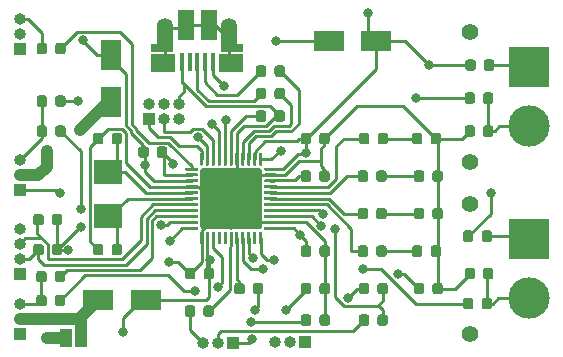
<source format=gbr>
G04 #@! TF.GenerationSoftware,KiCad,Pcbnew,5.1.4-e60b266~84~ubuntu18.04.1*
G04 #@! TF.CreationDate,2019-09-17T17:50:47+10:00*
G04 #@! TF.ProjectId,RC-Endpoint-Limiter,52432d45-6e64-4706-9f69-6e742d4c696d,rev?*
G04 #@! TF.SameCoordinates,Original*
G04 #@! TF.FileFunction,Copper,L1,Top*
G04 #@! TF.FilePolarity,Positive*
%FSLAX46Y46*%
G04 Gerber Fmt 4.6, Leading zero omitted, Abs format (unit mm)*
G04 Created by KiCad (PCBNEW 5.1.4-e60b266~84~ubuntu18.04.1) date 2019-09-17 17:50:47*
%MOMM*%
%LPD*%
G04 APERTURE LIST*
%ADD10O,1.000000X1.000000*%
%ADD11R,1.000000X1.000000*%
%ADD12C,0.100000*%
%ADD13C,0.875000*%
%ADD14C,3.500000*%
%ADD15R,3.500000X3.500000*%
%ADD16C,1.400000*%
%ADD17R,2.400000X2.000000*%
%ADD18R,1.800000X2.500000*%
%ADD19R,2.500000X1.800000*%
%ADD20R,1.430000X2.500000*%
%ADD21O,1.350000X1.700000*%
%ADD22O,1.100000X1.500000*%
%ADD23R,0.400000X1.650000*%
%ADD24R,2.000000X1.500000*%
%ADD25R,1.825000X0.700000*%
%ADD26R,1.350000X2.000000*%
%ADD27R,1.000000X1.500000*%
%ADD28C,0.250000*%
%ADD29C,5.200000*%
%ADD30C,0.800000*%
%ADD31C,0.250000*%
%ADD32C,1.000000*%
G04 APERTURE END LIST*
D10*
X99695000Y-45339000D03*
X99695000Y-46609000D03*
X98425000Y-45339000D03*
X98425000Y-46609000D03*
X97155000Y-45339000D03*
D11*
X97155000Y-46609000D03*
D12*
G36*
X89648191Y-54644053D02*
G01*
X89669426Y-54647203D01*
X89690250Y-54652419D01*
X89710462Y-54659651D01*
X89729868Y-54668830D01*
X89748281Y-54679866D01*
X89765524Y-54692654D01*
X89781430Y-54707070D01*
X89795846Y-54722976D01*
X89808634Y-54740219D01*
X89819670Y-54758632D01*
X89828849Y-54778038D01*
X89836081Y-54798250D01*
X89841297Y-54819074D01*
X89844447Y-54840309D01*
X89845500Y-54861750D01*
X89845500Y-55374250D01*
X89844447Y-55395691D01*
X89841297Y-55416926D01*
X89836081Y-55437750D01*
X89828849Y-55457962D01*
X89819670Y-55477368D01*
X89808634Y-55495781D01*
X89795846Y-55513024D01*
X89781430Y-55528930D01*
X89765524Y-55543346D01*
X89748281Y-55556134D01*
X89729868Y-55567170D01*
X89710462Y-55576349D01*
X89690250Y-55583581D01*
X89669426Y-55588797D01*
X89648191Y-55591947D01*
X89626750Y-55593000D01*
X89189250Y-55593000D01*
X89167809Y-55591947D01*
X89146574Y-55588797D01*
X89125750Y-55583581D01*
X89105538Y-55576349D01*
X89086132Y-55567170D01*
X89067719Y-55556134D01*
X89050476Y-55543346D01*
X89034570Y-55528930D01*
X89020154Y-55513024D01*
X89007366Y-55495781D01*
X88996330Y-55477368D01*
X88987151Y-55457962D01*
X88979919Y-55437750D01*
X88974703Y-55416926D01*
X88971553Y-55395691D01*
X88970500Y-55374250D01*
X88970500Y-54861750D01*
X88971553Y-54840309D01*
X88974703Y-54819074D01*
X88979919Y-54798250D01*
X88987151Y-54778038D01*
X88996330Y-54758632D01*
X89007366Y-54740219D01*
X89020154Y-54722976D01*
X89034570Y-54707070D01*
X89050476Y-54692654D01*
X89067719Y-54679866D01*
X89086132Y-54668830D01*
X89105538Y-54659651D01*
X89125750Y-54652419D01*
X89146574Y-54647203D01*
X89167809Y-54644053D01*
X89189250Y-54643000D01*
X89626750Y-54643000D01*
X89648191Y-54644053D01*
X89648191Y-54644053D01*
G37*
D13*
X89408000Y-55118000D03*
D12*
G36*
X88073191Y-54644053D02*
G01*
X88094426Y-54647203D01*
X88115250Y-54652419D01*
X88135462Y-54659651D01*
X88154868Y-54668830D01*
X88173281Y-54679866D01*
X88190524Y-54692654D01*
X88206430Y-54707070D01*
X88220846Y-54722976D01*
X88233634Y-54740219D01*
X88244670Y-54758632D01*
X88253849Y-54778038D01*
X88261081Y-54798250D01*
X88266297Y-54819074D01*
X88269447Y-54840309D01*
X88270500Y-54861750D01*
X88270500Y-55374250D01*
X88269447Y-55395691D01*
X88266297Y-55416926D01*
X88261081Y-55437750D01*
X88253849Y-55457962D01*
X88244670Y-55477368D01*
X88233634Y-55495781D01*
X88220846Y-55513024D01*
X88206430Y-55528930D01*
X88190524Y-55543346D01*
X88173281Y-55556134D01*
X88154868Y-55567170D01*
X88135462Y-55576349D01*
X88115250Y-55583581D01*
X88094426Y-55588797D01*
X88073191Y-55591947D01*
X88051750Y-55593000D01*
X87614250Y-55593000D01*
X87592809Y-55591947D01*
X87571574Y-55588797D01*
X87550750Y-55583581D01*
X87530538Y-55576349D01*
X87511132Y-55567170D01*
X87492719Y-55556134D01*
X87475476Y-55543346D01*
X87459570Y-55528930D01*
X87445154Y-55513024D01*
X87432366Y-55495781D01*
X87421330Y-55477368D01*
X87412151Y-55457962D01*
X87404919Y-55437750D01*
X87399703Y-55416926D01*
X87396553Y-55395691D01*
X87395500Y-55374250D01*
X87395500Y-54861750D01*
X87396553Y-54840309D01*
X87399703Y-54819074D01*
X87404919Y-54798250D01*
X87412151Y-54778038D01*
X87421330Y-54758632D01*
X87432366Y-54740219D01*
X87445154Y-54722976D01*
X87459570Y-54707070D01*
X87475476Y-54692654D01*
X87492719Y-54679866D01*
X87511132Y-54668830D01*
X87530538Y-54659651D01*
X87550750Y-54652419D01*
X87571574Y-54647203D01*
X87592809Y-54644053D01*
X87614250Y-54643000D01*
X88051750Y-54643000D01*
X88073191Y-54644053D01*
X88073191Y-54644053D01*
G37*
D13*
X87833000Y-55118000D03*
D12*
G36*
X88073191Y-57184053D02*
G01*
X88094426Y-57187203D01*
X88115250Y-57192419D01*
X88135462Y-57199651D01*
X88154868Y-57208830D01*
X88173281Y-57219866D01*
X88190524Y-57232654D01*
X88206430Y-57247070D01*
X88220846Y-57262976D01*
X88233634Y-57280219D01*
X88244670Y-57298632D01*
X88253849Y-57318038D01*
X88261081Y-57338250D01*
X88266297Y-57359074D01*
X88269447Y-57380309D01*
X88270500Y-57401750D01*
X88270500Y-57914250D01*
X88269447Y-57935691D01*
X88266297Y-57956926D01*
X88261081Y-57977750D01*
X88253849Y-57997962D01*
X88244670Y-58017368D01*
X88233634Y-58035781D01*
X88220846Y-58053024D01*
X88206430Y-58068930D01*
X88190524Y-58083346D01*
X88173281Y-58096134D01*
X88154868Y-58107170D01*
X88135462Y-58116349D01*
X88115250Y-58123581D01*
X88094426Y-58128797D01*
X88073191Y-58131947D01*
X88051750Y-58133000D01*
X87614250Y-58133000D01*
X87592809Y-58131947D01*
X87571574Y-58128797D01*
X87550750Y-58123581D01*
X87530538Y-58116349D01*
X87511132Y-58107170D01*
X87492719Y-58096134D01*
X87475476Y-58083346D01*
X87459570Y-58068930D01*
X87445154Y-58053024D01*
X87432366Y-58035781D01*
X87421330Y-58017368D01*
X87412151Y-57997962D01*
X87404919Y-57977750D01*
X87399703Y-57956926D01*
X87396553Y-57935691D01*
X87395500Y-57914250D01*
X87395500Y-57401750D01*
X87396553Y-57380309D01*
X87399703Y-57359074D01*
X87404919Y-57338250D01*
X87412151Y-57318038D01*
X87421330Y-57298632D01*
X87432366Y-57280219D01*
X87445154Y-57262976D01*
X87459570Y-57247070D01*
X87475476Y-57232654D01*
X87492719Y-57219866D01*
X87511132Y-57208830D01*
X87530538Y-57199651D01*
X87550750Y-57192419D01*
X87571574Y-57187203D01*
X87592809Y-57184053D01*
X87614250Y-57183000D01*
X88051750Y-57183000D01*
X88073191Y-57184053D01*
X88073191Y-57184053D01*
G37*
D13*
X87833000Y-57658000D03*
D12*
G36*
X89648191Y-57184053D02*
G01*
X89669426Y-57187203D01*
X89690250Y-57192419D01*
X89710462Y-57199651D01*
X89729868Y-57208830D01*
X89748281Y-57219866D01*
X89765524Y-57232654D01*
X89781430Y-57247070D01*
X89795846Y-57262976D01*
X89808634Y-57280219D01*
X89819670Y-57298632D01*
X89828849Y-57318038D01*
X89836081Y-57338250D01*
X89841297Y-57359074D01*
X89844447Y-57380309D01*
X89845500Y-57401750D01*
X89845500Y-57914250D01*
X89844447Y-57935691D01*
X89841297Y-57956926D01*
X89836081Y-57977750D01*
X89828849Y-57997962D01*
X89819670Y-58017368D01*
X89808634Y-58035781D01*
X89795846Y-58053024D01*
X89781430Y-58068930D01*
X89765524Y-58083346D01*
X89748281Y-58096134D01*
X89729868Y-58107170D01*
X89710462Y-58116349D01*
X89690250Y-58123581D01*
X89669426Y-58128797D01*
X89648191Y-58131947D01*
X89626750Y-58133000D01*
X89189250Y-58133000D01*
X89167809Y-58131947D01*
X89146574Y-58128797D01*
X89125750Y-58123581D01*
X89105538Y-58116349D01*
X89086132Y-58107170D01*
X89067719Y-58096134D01*
X89050476Y-58083346D01*
X89034570Y-58068930D01*
X89020154Y-58053024D01*
X89007366Y-58035781D01*
X88996330Y-58017368D01*
X88987151Y-57997962D01*
X88979919Y-57977750D01*
X88974703Y-57956926D01*
X88971553Y-57935691D01*
X88970500Y-57914250D01*
X88970500Y-57401750D01*
X88971553Y-57380309D01*
X88974703Y-57359074D01*
X88979919Y-57338250D01*
X88987151Y-57318038D01*
X88996330Y-57298632D01*
X89007366Y-57280219D01*
X89020154Y-57262976D01*
X89034570Y-57247070D01*
X89050476Y-57232654D01*
X89067719Y-57219866D01*
X89086132Y-57208830D01*
X89105538Y-57199651D01*
X89125750Y-57192419D01*
X89146574Y-57187203D01*
X89167809Y-57184053D01*
X89189250Y-57183000D01*
X89626750Y-57183000D01*
X89648191Y-57184053D01*
X89648191Y-57184053D01*
G37*
D13*
X89408000Y-57658000D03*
D10*
X86233000Y-55880000D03*
X86233000Y-57150000D03*
X86233000Y-58420000D03*
D11*
X86233000Y-59690000D03*
D12*
G36*
X124582691Y-44357053D02*
G01*
X124603926Y-44360203D01*
X124624750Y-44365419D01*
X124644962Y-44372651D01*
X124664368Y-44381830D01*
X124682781Y-44392866D01*
X124700024Y-44405654D01*
X124715930Y-44420070D01*
X124730346Y-44435976D01*
X124743134Y-44453219D01*
X124754170Y-44471632D01*
X124763349Y-44491038D01*
X124770581Y-44511250D01*
X124775797Y-44532074D01*
X124778947Y-44553309D01*
X124780000Y-44574750D01*
X124780000Y-45087250D01*
X124778947Y-45108691D01*
X124775797Y-45129926D01*
X124770581Y-45150750D01*
X124763349Y-45170962D01*
X124754170Y-45190368D01*
X124743134Y-45208781D01*
X124730346Y-45226024D01*
X124715930Y-45241930D01*
X124700024Y-45256346D01*
X124682781Y-45269134D01*
X124664368Y-45280170D01*
X124644962Y-45289349D01*
X124624750Y-45296581D01*
X124603926Y-45301797D01*
X124582691Y-45304947D01*
X124561250Y-45306000D01*
X124123750Y-45306000D01*
X124102309Y-45304947D01*
X124081074Y-45301797D01*
X124060250Y-45296581D01*
X124040038Y-45289349D01*
X124020632Y-45280170D01*
X124002219Y-45269134D01*
X123984976Y-45256346D01*
X123969070Y-45241930D01*
X123954654Y-45226024D01*
X123941866Y-45208781D01*
X123930830Y-45190368D01*
X123921651Y-45170962D01*
X123914419Y-45150750D01*
X123909203Y-45129926D01*
X123906053Y-45108691D01*
X123905000Y-45087250D01*
X123905000Y-44574750D01*
X123906053Y-44553309D01*
X123909203Y-44532074D01*
X123914419Y-44511250D01*
X123921651Y-44491038D01*
X123930830Y-44471632D01*
X123941866Y-44453219D01*
X123954654Y-44435976D01*
X123969070Y-44420070D01*
X123984976Y-44405654D01*
X124002219Y-44392866D01*
X124020632Y-44381830D01*
X124040038Y-44372651D01*
X124060250Y-44365419D01*
X124081074Y-44360203D01*
X124102309Y-44357053D01*
X124123750Y-44356000D01*
X124561250Y-44356000D01*
X124582691Y-44357053D01*
X124582691Y-44357053D01*
G37*
D13*
X124342500Y-44831000D03*
D12*
G36*
X126157691Y-44357053D02*
G01*
X126178926Y-44360203D01*
X126199750Y-44365419D01*
X126219962Y-44372651D01*
X126239368Y-44381830D01*
X126257781Y-44392866D01*
X126275024Y-44405654D01*
X126290930Y-44420070D01*
X126305346Y-44435976D01*
X126318134Y-44453219D01*
X126329170Y-44471632D01*
X126338349Y-44491038D01*
X126345581Y-44511250D01*
X126350797Y-44532074D01*
X126353947Y-44553309D01*
X126355000Y-44574750D01*
X126355000Y-45087250D01*
X126353947Y-45108691D01*
X126350797Y-45129926D01*
X126345581Y-45150750D01*
X126338349Y-45170962D01*
X126329170Y-45190368D01*
X126318134Y-45208781D01*
X126305346Y-45226024D01*
X126290930Y-45241930D01*
X126275024Y-45256346D01*
X126257781Y-45269134D01*
X126239368Y-45280170D01*
X126219962Y-45289349D01*
X126199750Y-45296581D01*
X126178926Y-45301797D01*
X126157691Y-45304947D01*
X126136250Y-45306000D01*
X125698750Y-45306000D01*
X125677309Y-45304947D01*
X125656074Y-45301797D01*
X125635250Y-45296581D01*
X125615038Y-45289349D01*
X125595632Y-45280170D01*
X125577219Y-45269134D01*
X125559976Y-45256346D01*
X125544070Y-45241930D01*
X125529654Y-45226024D01*
X125516866Y-45208781D01*
X125505830Y-45190368D01*
X125496651Y-45170962D01*
X125489419Y-45150750D01*
X125484203Y-45129926D01*
X125481053Y-45108691D01*
X125480000Y-45087250D01*
X125480000Y-44574750D01*
X125481053Y-44553309D01*
X125484203Y-44532074D01*
X125489419Y-44511250D01*
X125496651Y-44491038D01*
X125505830Y-44471632D01*
X125516866Y-44453219D01*
X125529654Y-44435976D01*
X125544070Y-44420070D01*
X125559976Y-44405654D01*
X125577219Y-44392866D01*
X125595632Y-44381830D01*
X125615038Y-44372651D01*
X125635250Y-44365419D01*
X125656074Y-44360203D01*
X125677309Y-44357053D01*
X125698750Y-44356000D01*
X126136250Y-44356000D01*
X126157691Y-44357053D01*
X126157691Y-44357053D01*
G37*
D13*
X125917500Y-44831000D03*
D12*
G36*
X100900191Y-62391053D02*
G01*
X100921426Y-62394203D01*
X100942250Y-62399419D01*
X100962462Y-62406651D01*
X100981868Y-62415830D01*
X101000281Y-62426866D01*
X101017524Y-62439654D01*
X101033430Y-62454070D01*
X101047846Y-62469976D01*
X101060634Y-62487219D01*
X101071670Y-62505632D01*
X101080849Y-62525038D01*
X101088081Y-62545250D01*
X101093297Y-62566074D01*
X101096447Y-62587309D01*
X101097500Y-62608750D01*
X101097500Y-63121250D01*
X101096447Y-63142691D01*
X101093297Y-63163926D01*
X101088081Y-63184750D01*
X101080849Y-63204962D01*
X101071670Y-63224368D01*
X101060634Y-63242781D01*
X101047846Y-63260024D01*
X101033430Y-63275930D01*
X101017524Y-63290346D01*
X101000281Y-63303134D01*
X100981868Y-63314170D01*
X100962462Y-63323349D01*
X100942250Y-63330581D01*
X100921426Y-63335797D01*
X100900191Y-63338947D01*
X100878750Y-63340000D01*
X100441250Y-63340000D01*
X100419809Y-63338947D01*
X100398574Y-63335797D01*
X100377750Y-63330581D01*
X100357538Y-63323349D01*
X100338132Y-63314170D01*
X100319719Y-63303134D01*
X100302476Y-63290346D01*
X100286570Y-63275930D01*
X100272154Y-63260024D01*
X100259366Y-63242781D01*
X100248330Y-63224368D01*
X100239151Y-63204962D01*
X100231919Y-63184750D01*
X100226703Y-63163926D01*
X100223553Y-63142691D01*
X100222500Y-63121250D01*
X100222500Y-62608750D01*
X100223553Y-62587309D01*
X100226703Y-62566074D01*
X100231919Y-62545250D01*
X100239151Y-62525038D01*
X100248330Y-62505632D01*
X100259366Y-62487219D01*
X100272154Y-62469976D01*
X100286570Y-62454070D01*
X100302476Y-62439654D01*
X100319719Y-62426866D01*
X100338132Y-62415830D01*
X100357538Y-62406651D01*
X100377750Y-62399419D01*
X100398574Y-62394203D01*
X100419809Y-62391053D01*
X100441250Y-62390000D01*
X100878750Y-62390000D01*
X100900191Y-62391053D01*
X100900191Y-62391053D01*
G37*
D13*
X100660000Y-62865000D03*
D12*
G36*
X102475191Y-62391053D02*
G01*
X102496426Y-62394203D01*
X102517250Y-62399419D01*
X102537462Y-62406651D01*
X102556868Y-62415830D01*
X102575281Y-62426866D01*
X102592524Y-62439654D01*
X102608430Y-62454070D01*
X102622846Y-62469976D01*
X102635634Y-62487219D01*
X102646670Y-62505632D01*
X102655849Y-62525038D01*
X102663081Y-62545250D01*
X102668297Y-62566074D01*
X102671447Y-62587309D01*
X102672500Y-62608750D01*
X102672500Y-63121250D01*
X102671447Y-63142691D01*
X102668297Y-63163926D01*
X102663081Y-63184750D01*
X102655849Y-63204962D01*
X102646670Y-63224368D01*
X102635634Y-63242781D01*
X102622846Y-63260024D01*
X102608430Y-63275930D01*
X102592524Y-63290346D01*
X102575281Y-63303134D01*
X102556868Y-63314170D01*
X102537462Y-63323349D01*
X102517250Y-63330581D01*
X102496426Y-63335797D01*
X102475191Y-63338947D01*
X102453750Y-63340000D01*
X102016250Y-63340000D01*
X101994809Y-63338947D01*
X101973574Y-63335797D01*
X101952750Y-63330581D01*
X101932538Y-63323349D01*
X101913132Y-63314170D01*
X101894719Y-63303134D01*
X101877476Y-63290346D01*
X101861570Y-63275930D01*
X101847154Y-63260024D01*
X101834366Y-63242781D01*
X101823330Y-63224368D01*
X101814151Y-63204962D01*
X101806919Y-63184750D01*
X101801703Y-63163926D01*
X101798553Y-63142691D01*
X101797500Y-63121250D01*
X101797500Y-62608750D01*
X101798553Y-62587309D01*
X101801703Y-62566074D01*
X101806919Y-62545250D01*
X101814151Y-62525038D01*
X101823330Y-62505632D01*
X101834366Y-62487219D01*
X101847154Y-62469976D01*
X101861570Y-62454070D01*
X101877476Y-62439654D01*
X101894719Y-62426866D01*
X101913132Y-62415830D01*
X101932538Y-62406651D01*
X101952750Y-62399419D01*
X101973574Y-62394203D01*
X101994809Y-62391053D01*
X102016250Y-62390000D01*
X102453750Y-62390000D01*
X102475191Y-62391053D01*
X102475191Y-62391053D01*
G37*
D13*
X102235000Y-62865000D03*
D12*
G36*
X105091191Y-60486053D02*
G01*
X105112426Y-60489203D01*
X105133250Y-60494419D01*
X105153462Y-60501651D01*
X105172868Y-60510830D01*
X105191281Y-60521866D01*
X105208524Y-60534654D01*
X105224430Y-60549070D01*
X105238846Y-60564976D01*
X105251634Y-60582219D01*
X105262670Y-60600632D01*
X105271849Y-60620038D01*
X105279081Y-60640250D01*
X105284297Y-60661074D01*
X105287447Y-60682309D01*
X105288500Y-60703750D01*
X105288500Y-61216250D01*
X105287447Y-61237691D01*
X105284297Y-61258926D01*
X105279081Y-61279750D01*
X105271849Y-61299962D01*
X105262670Y-61319368D01*
X105251634Y-61337781D01*
X105238846Y-61355024D01*
X105224430Y-61370930D01*
X105208524Y-61385346D01*
X105191281Y-61398134D01*
X105172868Y-61409170D01*
X105153462Y-61418349D01*
X105133250Y-61425581D01*
X105112426Y-61430797D01*
X105091191Y-61433947D01*
X105069750Y-61435000D01*
X104632250Y-61435000D01*
X104610809Y-61433947D01*
X104589574Y-61430797D01*
X104568750Y-61425581D01*
X104548538Y-61418349D01*
X104529132Y-61409170D01*
X104510719Y-61398134D01*
X104493476Y-61385346D01*
X104477570Y-61370930D01*
X104463154Y-61355024D01*
X104450366Y-61337781D01*
X104439330Y-61319368D01*
X104430151Y-61299962D01*
X104422919Y-61279750D01*
X104417703Y-61258926D01*
X104414553Y-61237691D01*
X104413500Y-61216250D01*
X104413500Y-60703750D01*
X104414553Y-60682309D01*
X104417703Y-60661074D01*
X104422919Y-60640250D01*
X104430151Y-60620038D01*
X104439330Y-60600632D01*
X104450366Y-60582219D01*
X104463154Y-60564976D01*
X104477570Y-60549070D01*
X104493476Y-60534654D01*
X104510719Y-60521866D01*
X104529132Y-60510830D01*
X104548538Y-60501651D01*
X104568750Y-60494419D01*
X104589574Y-60489203D01*
X104610809Y-60486053D01*
X104632250Y-60485000D01*
X105069750Y-60485000D01*
X105091191Y-60486053D01*
X105091191Y-60486053D01*
G37*
D13*
X104851000Y-60960000D03*
D12*
G36*
X106666191Y-60486053D02*
G01*
X106687426Y-60489203D01*
X106708250Y-60494419D01*
X106728462Y-60501651D01*
X106747868Y-60510830D01*
X106766281Y-60521866D01*
X106783524Y-60534654D01*
X106799430Y-60549070D01*
X106813846Y-60564976D01*
X106826634Y-60582219D01*
X106837670Y-60600632D01*
X106846849Y-60620038D01*
X106854081Y-60640250D01*
X106859297Y-60661074D01*
X106862447Y-60682309D01*
X106863500Y-60703750D01*
X106863500Y-61216250D01*
X106862447Y-61237691D01*
X106859297Y-61258926D01*
X106854081Y-61279750D01*
X106846849Y-61299962D01*
X106837670Y-61319368D01*
X106826634Y-61337781D01*
X106813846Y-61355024D01*
X106799430Y-61370930D01*
X106783524Y-61385346D01*
X106766281Y-61398134D01*
X106747868Y-61409170D01*
X106728462Y-61418349D01*
X106708250Y-61425581D01*
X106687426Y-61430797D01*
X106666191Y-61433947D01*
X106644750Y-61435000D01*
X106207250Y-61435000D01*
X106185809Y-61433947D01*
X106164574Y-61430797D01*
X106143750Y-61425581D01*
X106123538Y-61418349D01*
X106104132Y-61409170D01*
X106085719Y-61398134D01*
X106068476Y-61385346D01*
X106052570Y-61370930D01*
X106038154Y-61355024D01*
X106025366Y-61337781D01*
X106014330Y-61319368D01*
X106005151Y-61299962D01*
X105997919Y-61279750D01*
X105992703Y-61258926D01*
X105989553Y-61237691D01*
X105988500Y-61216250D01*
X105988500Y-60703750D01*
X105989553Y-60682309D01*
X105992703Y-60661074D01*
X105997919Y-60640250D01*
X106005151Y-60620038D01*
X106014330Y-60600632D01*
X106025366Y-60582219D01*
X106038154Y-60564976D01*
X106052570Y-60549070D01*
X106068476Y-60534654D01*
X106085719Y-60521866D01*
X106104132Y-60510830D01*
X106123538Y-60501651D01*
X106143750Y-60494419D01*
X106164574Y-60489203D01*
X106185809Y-60486053D01*
X106207250Y-60485000D01*
X106644750Y-60485000D01*
X106666191Y-60486053D01*
X106666191Y-60486053D01*
G37*
D13*
X106426000Y-60960000D03*
D12*
G36*
X112305191Y-63153053D02*
G01*
X112326426Y-63156203D01*
X112347250Y-63161419D01*
X112367462Y-63168651D01*
X112386868Y-63177830D01*
X112405281Y-63188866D01*
X112422524Y-63201654D01*
X112438430Y-63216070D01*
X112452846Y-63231976D01*
X112465634Y-63249219D01*
X112476670Y-63267632D01*
X112485849Y-63287038D01*
X112493081Y-63307250D01*
X112498297Y-63328074D01*
X112501447Y-63349309D01*
X112502500Y-63370750D01*
X112502500Y-63883250D01*
X112501447Y-63904691D01*
X112498297Y-63925926D01*
X112493081Y-63946750D01*
X112485849Y-63966962D01*
X112476670Y-63986368D01*
X112465634Y-64004781D01*
X112452846Y-64022024D01*
X112438430Y-64037930D01*
X112422524Y-64052346D01*
X112405281Y-64065134D01*
X112386868Y-64076170D01*
X112367462Y-64085349D01*
X112347250Y-64092581D01*
X112326426Y-64097797D01*
X112305191Y-64100947D01*
X112283750Y-64102000D01*
X111846250Y-64102000D01*
X111824809Y-64100947D01*
X111803574Y-64097797D01*
X111782750Y-64092581D01*
X111762538Y-64085349D01*
X111743132Y-64076170D01*
X111724719Y-64065134D01*
X111707476Y-64052346D01*
X111691570Y-64037930D01*
X111677154Y-64022024D01*
X111664366Y-64004781D01*
X111653330Y-63986368D01*
X111644151Y-63966962D01*
X111636919Y-63946750D01*
X111631703Y-63925926D01*
X111628553Y-63904691D01*
X111627500Y-63883250D01*
X111627500Y-63370750D01*
X111628553Y-63349309D01*
X111631703Y-63328074D01*
X111636919Y-63307250D01*
X111644151Y-63287038D01*
X111653330Y-63267632D01*
X111664366Y-63249219D01*
X111677154Y-63231976D01*
X111691570Y-63216070D01*
X111707476Y-63201654D01*
X111724719Y-63188866D01*
X111743132Y-63177830D01*
X111762538Y-63168651D01*
X111782750Y-63161419D01*
X111803574Y-63156203D01*
X111824809Y-63153053D01*
X111846250Y-63152000D01*
X112283750Y-63152000D01*
X112305191Y-63153053D01*
X112305191Y-63153053D01*
G37*
D13*
X112065000Y-63627000D03*
D12*
G36*
X110730191Y-63153053D02*
G01*
X110751426Y-63156203D01*
X110772250Y-63161419D01*
X110792462Y-63168651D01*
X110811868Y-63177830D01*
X110830281Y-63188866D01*
X110847524Y-63201654D01*
X110863430Y-63216070D01*
X110877846Y-63231976D01*
X110890634Y-63249219D01*
X110901670Y-63267632D01*
X110910849Y-63287038D01*
X110918081Y-63307250D01*
X110923297Y-63328074D01*
X110926447Y-63349309D01*
X110927500Y-63370750D01*
X110927500Y-63883250D01*
X110926447Y-63904691D01*
X110923297Y-63925926D01*
X110918081Y-63946750D01*
X110910849Y-63966962D01*
X110901670Y-63986368D01*
X110890634Y-64004781D01*
X110877846Y-64022024D01*
X110863430Y-64037930D01*
X110847524Y-64052346D01*
X110830281Y-64065134D01*
X110811868Y-64076170D01*
X110792462Y-64085349D01*
X110772250Y-64092581D01*
X110751426Y-64097797D01*
X110730191Y-64100947D01*
X110708750Y-64102000D01*
X110271250Y-64102000D01*
X110249809Y-64100947D01*
X110228574Y-64097797D01*
X110207750Y-64092581D01*
X110187538Y-64085349D01*
X110168132Y-64076170D01*
X110149719Y-64065134D01*
X110132476Y-64052346D01*
X110116570Y-64037930D01*
X110102154Y-64022024D01*
X110089366Y-64004781D01*
X110078330Y-63986368D01*
X110069151Y-63966962D01*
X110061919Y-63946750D01*
X110056703Y-63925926D01*
X110053553Y-63904691D01*
X110052500Y-63883250D01*
X110052500Y-63370750D01*
X110053553Y-63349309D01*
X110056703Y-63328074D01*
X110061919Y-63307250D01*
X110069151Y-63287038D01*
X110078330Y-63267632D01*
X110089366Y-63249219D01*
X110102154Y-63231976D01*
X110116570Y-63216070D01*
X110132476Y-63201654D01*
X110149719Y-63188866D01*
X110168132Y-63177830D01*
X110187538Y-63168651D01*
X110207750Y-63161419D01*
X110228574Y-63156203D01*
X110249809Y-63153053D01*
X110271250Y-63152000D01*
X110708750Y-63152000D01*
X110730191Y-63153053D01*
X110730191Y-63153053D01*
G37*
D13*
X110490000Y-63627000D03*
D12*
G36*
X117207191Y-63153053D02*
G01*
X117228426Y-63156203D01*
X117249250Y-63161419D01*
X117269462Y-63168651D01*
X117288868Y-63177830D01*
X117307281Y-63188866D01*
X117324524Y-63201654D01*
X117340430Y-63216070D01*
X117354846Y-63231976D01*
X117367634Y-63249219D01*
X117378670Y-63267632D01*
X117387849Y-63287038D01*
X117395081Y-63307250D01*
X117400297Y-63328074D01*
X117403447Y-63349309D01*
X117404500Y-63370750D01*
X117404500Y-63883250D01*
X117403447Y-63904691D01*
X117400297Y-63925926D01*
X117395081Y-63946750D01*
X117387849Y-63966962D01*
X117378670Y-63986368D01*
X117367634Y-64004781D01*
X117354846Y-64022024D01*
X117340430Y-64037930D01*
X117324524Y-64052346D01*
X117307281Y-64065134D01*
X117288868Y-64076170D01*
X117269462Y-64085349D01*
X117249250Y-64092581D01*
X117228426Y-64097797D01*
X117207191Y-64100947D01*
X117185750Y-64102000D01*
X116748250Y-64102000D01*
X116726809Y-64100947D01*
X116705574Y-64097797D01*
X116684750Y-64092581D01*
X116664538Y-64085349D01*
X116645132Y-64076170D01*
X116626719Y-64065134D01*
X116609476Y-64052346D01*
X116593570Y-64037930D01*
X116579154Y-64022024D01*
X116566366Y-64004781D01*
X116555330Y-63986368D01*
X116546151Y-63966962D01*
X116538919Y-63946750D01*
X116533703Y-63925926D01*
X116530553Y-63904691D01*
X116529500Y-63883250D01*
X116529500Y-63370750D01*
X116530553Y-63349309D01*
X116533703Y-63328074D01*
X116538919Y-63307250D01*
X116546151Y-63287038D01*
X116555330Y-63267632D01*
X116566366Y-63249219D01*
X116579154Y-63231976D01*
X116593570Y-63216070D01*
X116609476Y-63201654D01*
X116626719Y-63188866D01*
X116645132Y-63177830D01*
X116664538Y-63168651D01*
X116684750Y-63161419D01*
X116705574Y-63156203D01*
X116726809Y-63153053D01*
X116748250Y-63152000D01*
X117185750Y-63152000D01*
X117207191Y-63153053D01*
X117207191Y-63153053D01*
G37*
D13*
X116967000Y-63627000D03*
D12*
G36*
X115632191Y-63153053D02*
G01*
X115653426Y-63156203D01*
X115674250Y-63161419D01*
X115694462Y-63168651D01*
X115713868Y-63177830D01*
X115732281Y-63188866D01*
X115749524Y-63201654D01*
X115765430Y-63216070D01*
X115779846Y-63231976D01*
X115792634Y-63249219D01*
X115803670Y-63267632D01*
X115812849Y-63287038D01*
X115820081Y-63307250D01*
X115825297Y-63328074D01*
X115828447Y-63349309D01*
X115829500Y-63370750D01*
X115829500Y-63883250D01*
X115828447Y-63904691D01*
X115825297Y-63925926D01*
X115820081Y-63946750D01*
X115812849Y-63966962D01*
X115803670Y-63986368D01*
X115792634Y-64004781D01*
X115779846Y-64022024D01*
X115765430Y-64037930D01*
X115749524Y-64052346D01*
X115732281Y-64065134D01*
X115713868Y-64076170D01*
X115694462Y-64085349D01*
X115674250Y-64092581D01*
X115653426Y-64097797D01*
X115632191Y-64100947D01*
X115610750Y-64102000D01*
X115173250Y-64102000D01*
X115151809Y-64100947D01*
X115130574Y-64097797D01*
X115109750Y-64092581D01*
X115089538Y-64085349D01*
X115070132Y-64076170D01*
X115051719Y-64065134D01*
X115034476Y-64052346D01*
X115018570Y-64037930D01*
X115004154Y-64022024D01*
X114991366Y-64004781D01*
X114980330Y-63986368D01*
X114971151Y-63966962D01*
X114963919Y-63946750D01*
X114958703Y-63925926D01*
X114955553Y-63904691D01*
X114954500Y-63883250D01*
X114954500Y-63370750D01*
X114955553Y-63349309D01*
X114958703Y-63328074D01*
X114963919Y-63307250D01*
X114971151Y-63287038D01*
X114980330Y-63267632D01*
X114991366Y-63249219D01*
X115004154Y-63231976D01*
X115018570Y-63216070D01*
X115034476Y-63201654D01*
X115051719Y-63188866D01*
X115070132Y-63177830D01*
X115089538Y-63168651D01*
X115109750Y-63161419D01*
X115130574Y-63156203D01*
X115151809Y-63153053D01*
X115173250Y-63152000D01*
X115610750Y-63152000D01*
X115632191Y-63153053D01*
X115632191Y-63153053D01*
G37*
D13*
X115392000Y-63627000D03*
D12*
G36*
X110730191Y-60486053D02*
G01*
X110751426Y-60489203D01*
X110772250Y-60494419D01*
X110792462Y-60501651D01*
X110811868Y-60510830D01*
X110830281Y-60521866D01*
X110847524Y-60534654D01*
X110863430Y-60549070D01*
X110877846Y-60564976D01*
X110890634Y-60582219D01*
X110901670Y-60600632D01*
X110910849Y-60620038D01*
X110918081Y-60640250D01*
X110923297Y-60661074D01*
X110926447Y-60682309D01*
X110927500Y-60703750D01*
X110927500Y-61216250D01*
X110926447Y-61237691D01*
X110923297Y-61258926D01*
X110918081Y-61279750D01*
X110910849Y-61299962D01*
X110901670Y-61319368D01*
X110890634Y-61337781D01*
X110877846Y-61355024D01*
X110863430Y-61370930D01*
X110847524Y-61385346D01*
X110830281Y-61398134D01*
X110811868Y-61409170D01*
X110792462Y-61418349D01*
X110772250Y-61425581D01*
X110751426Y-61430797D01*
X110730191Y-61433947D01*
X110708750Y-61435000D01*
X110271250Y-61435000D01*
X110249809Y-61433947D01*
X110228574Y-61430797D01*
X110207750Y-61425581D01*
X110187538Y-61418349D01*
X110168132Y-61409170D01*
X110149719Y-61398134D01*
X110132476Y-61385346D01*
X110116570Y-61370930D01*
X110102154Y-61355024D01*
X110089366Y-61337781D01*
X110078330Y-61319368D01*
X110069151Y-61299962D01*
X110061919Y-61279750D01*
X110056703Y-61258926D01*
X110053553Y-61237691D01*
X110052500Y-61216250D01*
X110052500Y-60703750D01*
X110053553Y-60682309D01*
X110056703Y-60661074D01*
X110061919Y-60640250D01*
X110069151Y-60620038D01*
X110078330Y-60600632D01*
X110089366Y-60582219D01*
X110102154Y-60564976D01*
X110116570Y-60549070D01*
X110132476Y-60534654D01*
X110149719Y-60521866D01*
X110168132Y-60510830D01*
X110187538Y-60501651D01*
X110207750Y-60494419D01*
X110228574Y-60489203D01*
X110249809Y-60486053D01*
X110271250Y-60485000D01*
X110708750Y-60485000D01*
X110730191Y-60486053D01*
X110730191Y-60486053D01*
G37*
D13*
X110490000Y-60960000D03*
D12*
G36*
X112305191Y-60486053D02*
G01*
X112326426Y-60489203D01*
X112347250Y-60494419D01*
X112367462Y-60501651D01*
X112386868Y-60510830D01*
X112405281Y-60521866D01*
X112422524Y-60534654D01*
X112438430Y-60549070D01*
X112452846Y-60564976D01*
X112465634Y-60582219D01*
X112476670Y-60600632D01*
X112485849Y-60620038D01*
X112493081Y-60640250D01*
X112498297Y-60661074D01*
X112501447Y-60682309D01*
X112502500Y-60703750D01*
X112502500Y-61216250D01*
X112501447Y-61237691D01*
X112498297Y-61258926D01*
X112493081Y-61279750D01*
X112485849Y-61299962D01*
X112476670Y-61319368D01*
X112465634Y-61337781D01*
X112452846Y-61355024D01*
X112438430Y-61370930D01*
X112422524Y-61385346D01*
X112405281Y-61398134D01*
X112386868Y-61409170D01*
X112367462Y-61418349D01*
X112347250Y-61425581D01*
X112326426Y-61430797D01*
X112305191Y-61433947D01*
X112283750Y-61435000D01*
X111846250Y-61435000D01*
X111824809Y-61433947D01*
X111803574Y-61430797D01*
X111782750Y-61425581D01*
X111762538Y-61418349D01*
X111743132Y-61409170D01*
X111724719Y-61398134D01*
X111707476Y-61385346D01*
X111691570Y-61370930D01*
X111677154Y-61355024D01*
X111664366Y-61337781D01*
X111653330Y-61319368D01*
X111644151Y-61299962D01*
X111636919Y-61279750D01*
X111631703Y-61258926D01*
X111628553Y-61237691D01*
X111627500Y-61216250D01*
X111627500Y-60703750D01*
X111628553Y-60682309D01*
X111631703Y-60661074D01*
X111636919Y-60640250D01*
X111644151Y-60620038D01*
X111653330Y-60600632D01*
X111664366Y-60582219D01*
X111677154Y-60564976D01*
X111691570Y-60549070D01*
X111707476Y-60534654D01*
X111724719Y-60521866D01*
X111743132Y-60510830D01*
X111762538Y-60501651D01*
X111782750Y-60494419D01*
X111803574Y-60489203D01*
X111824809Y-60486053D01*
X111846250Y-60485000D01*
X112283750Y-60485000D01*
X112305191Y-60486053D01*
X112305191Y-60486053D01*
G37*
D13*
X112065000Y-60960000D03*
D12*
G36*
X115632191Y-60486053D02*
G01*
X115653426Y-60489203D01*
X115674250Y-60494419D01*
X115694462Y-60501651D01*
X115713868Y-60510830D01*
X115732281Y-60521866D01*
X115749524Y-60534654D01*
X115765430Y-60549070D01*
X115779846Y-60564976D01*
X115792634Y-60582219D01*
X115803670Y-60600632D01*
X115812849Y-60620038D01*
X115820081Y-60640250D01*
X115825297Y-60661074D01*
X115828447Y-60682309D01*
X115829500Y-60703750D01*
X115829500Y-61216250D01*
X115828447Y-61237691D01*
X115825297Y-61258926D01*
X115820081Y-61279750D01*
X115812849Y-61299962D01*
X115803670Y-61319368D01*
X115792634Y-61337781D01*
X115779846Y-61355024D01*
X115765430Y-61370930D01*
X115749524Y-61385346D01*
X115732281Y-61398134D01*
X115713868Y-61409170D01*
X115694462Y-61418349D01*
X115674250Y-61425581D01*
X115653426Y-61430797D01*
X115632191Y-61433947D01*
X115610750Y-61435000D01*
X115173250Y-61435000D01*
X115151809Y-61433947D01*
X115130574Y-61430797D01*
X115109750Y-61425581D01*
X115089538Y-61418349D01*
X115070132Y-61409170D01*
X115051719Y-61398134D01*
X115034476Y-61385346D01*
X115018570Y-61370930D01*
X115004154Y-61355024D01*
X114991366Y-61337781D01*
X114980330Y-61319368D01*
X114971151Y-61299962D01*
X114963919Y-61279750D01*
X114958703Y-61258926D01*
X114955553Y-61237691D01*
X114954500Y-61216250D01*
X114954500Y-60703750D01*
X114955553Y-60682309D01*
X114958703Y-60661074D01*
X114963919Y-60640250D01*
X114971151Y-60620038D01*
X114980330Y-60600632D01*
X114991366Y-60582219D01*
X115004154Y-60564976D01*
X115018570Y-60549070D01*
X115034476Y-60534654D01*
X115051719Y-60521866D01*
X115070132Y-60510830D01*
X115089538Y-60501651D01*
X115109750Y-60494419D01*
X115130574Y-60489203D01*
X115151809Y-60486053D01*
X115173250Y-60485000D01*
X115610750Y-60485000D01*
X115632191Y-60486053D01*
X115632191Y-60486053D01*
G37*
D13*
X115392000Y-60960000D03*
D12*
G36*
X117207191Y-60486053D02*
G01*
X117228426Y-60489203D01*
X117249250Y-60494419D01*
X117269462Y-60501651D01*
X117288868Y-60510830D01*
X117307281Y-60521866D01*
X117324524Y-60534654D01*
X117340430Y-60549070D01*
X117354846Y-60564976D01*
X117367634Y-60582219D01*
X117378670Y-60600632D01*
X117387849Y-60620038D01*
X117395081Y-60640250D01*
X117400297Y-60661074D01*
X117403447Y-60682309D01*
X117404500Y-60703750D01*
X117404500Y-61216250D01*
X117403447Y-61237691D01*
X117400297Y-61258926D01*
X117395081Y-61279750D01*
X117387849Y-61299962D01*
X117378670Y-61319368D01*
X117367634Y-61337781D01*
X117354846Y-61355024D01*
X117340430Y-61370930D01*
X117324524Y-61385346D01*
X117307281Y-61398134D01*
X117288868Y-61409170D01*
X117269462Y-61418349D01*
X117249250Y-61425581D01*
X117228426Y-61430797D01*
X117207191Y-61433947D01*
X117185750Y-61435000D01*
X116748250Y-61435000D01*
X116726809Y-61433947D01*
X116705574Y-61430797D01*
X116684750Y-61425581D01*
X116664538Y-61418349D01*
X116645132Y-61409170D01*
X116626719Y-61398134D01*
X116609476Y-61385346D01*
X116593570Y-61370930D01*
X116579154Y-61355024D01*
X116566366Y-61337781D01*
X116555330Y-61319368D01*
X116546151Y-61299962D01*
X116538919Y-61279750D01*
X116533703Y-61258926D01*
X116530553Y-61237691D01*
X116529500Y-61216250D01*
X116529500Y-60703750D01*
X116530553Y-60682309D01*
X116533703Y-60661074D01*
X116538919Y-60640250D01*
X116546151Y-60620038D01*
X116555330Y-60600632D01*
X116566366Y-60582219D01*
X116579154Y-60564976D01*
X116593570Y-60549070D01*
X116609476Y-60534654D01*
X116626719Y-60521866D01*
X116645132Y-60510830D01*
X116664538Y-60501651D01*
X116684750Y-60494419D01*
X116705574Y-60489203D01*
X116726809Y-60486053D01*
X116748250Y-60485000D01*
X117185750Y-60485000D01*
X117207191Y-60486053D01*
X117207191Y-60486053D01*
G37*
D13*
X116967000Y-60960000D03*
D10*
X107886500Y-65468500D03*
X109156500Y-65468500D03*
D11*
X110426500Y-65468500D03*
D14*
X129349500Y-47227500D03*
D15*
X129349500Y-42227500D03*
D16*
X124349500Y-50227500D03*
X124349500Y-39227500D03*
D17*
X93710000Y-51110000D03*
X93710000Y-54810000D03*
D12*
G36*
X89927691Y-40166053D02*
G01*
X89948926Y-40169203D01*
X89969750Y-40174419D01*
X89989962Y-40181651D01*
X90009368Y-40190830D01*
X90027781Y-40201866D01*
X90045024Y-40214654D01*
X90060930Y-40229070D01*
X90075346Y-40244976D01*
X90088134Y-40262219D01*
X90099170Y-40280632D01*
X90108349Y-40300038D01*
X90115581Y-40320250D01*
X90120797Y-40341074D01*
X90123947Y-40362309D01*
X90125000Y-40383750D01*
X90125000Y-40896250D01*
X90123947Y-40917691D01*
X90120797Y-40938926D01*
X90115581Y-40959750D01*
X90108349Y-40979962D01*
X90099170Y-40999368D01*
X90088134Y-41017781D01*
X90075346Y-41035024D01*
X90060930Y-41050930D01*
X90045024Y-41065346D01*
X90027781Y-41078134D01*
X90009368Y-41089170D01*
X89989962Y-41098349D01*
X89969750Y-41105581D01*
X89948926Y-41110797D01*
X89927691Y-41113947D01*
X89906250Y-41115000D01*
X89468750Y-41115000D01*
X89447309Y-41113947D01*
X89426074Y-41110797D01*
X89405250Y-41105581D01*
X89385038Y-41098349D01*
X89365632Y-41089170D01*
X89347219Y-41078134D01*
X89329976Y-41065346D01*
X89314070Y-41050930D01*
X89299654Y-41035024D01*
X89286866Y-41017781D01*
X89275830Y-40999368D01*
X89266651Y-40979962D01*
X89259419Y-40959750D01*
X89254203Y-40938926D01*
X89251053Y-40917691D01*
X89250000Y-40896250D01*
X89250000Y-40383750D01*
X89251053Y-40362309D01*
X89254203Y-40341074D01*
X89259419Y-40320250D01*
X89266651Y-40300038D01*
X89275830Y-40280632D01*
X89286866Y-40262219D01*
X89299654Y-40244976D01*
X89314070Y-40229070D01*
X89329976Y-40214654D01*
X89347219Y-40201866D01*
X89365632Y-40190830D01*
X89385038Y-40181651D01*
X89405250Y-40174419D01*
X89426074Y-40169203D01*
X89447309Y-40166053D01*
X89468750Y-40165000D01*
X89906250Y-40165000D01*
X89927691Y-40166053D01*
X89927691Y-40166053D01*
G37*
D13*
X89687500Y-40640000D03*
D12*
G36*
X88352691Y-40166053D02*
G01*
X88373926Y-40169203D01*
X88394750Y-40174419D01*
X88414962Y-40181651D01*
X88434368Y-40190830D01*
X88452781Y-40201866D01*
X88470024Y-40214654D01*
X88485930Y-40229070D01*
X88500346Y-40244976D01*
X88513134Y-40262219D01*
X88524170Y-40280632D01*
X88533349Y-40300038D01*
X88540581Y-40320250D01*
X88545797Y-40341074D01*
X88548947Y-40362309D01*
X88550000Y-40383750D01*
X88550000Y-40896250D01*
X88548947Y-40917691D01*
X88545797Y-40938926D01*
X88540581Y-40959750D01*
X88533349Y-40979962D01*
X88524170Y-40999368D01*
X88513134Y-41017781D01*
X88500346Y-41035024D01*
X88485930Y-41050930D01*
X88470024Y-41065346D01*
X88452781Y-41078134D01*
X88434368Y-41089170D01*
X88414962Y-41098349D01*
X88394750Y-41105581D01*
X88373926Y-41110797D01*
X88352691Y-41113947D01*
X88331250Y-41115000D01*
X87893750Y-41115000D01*
X87872309Y-41113947D01*
X87851074Y-41110797D01*
X87830250Y-41105581D01*
X87810038Y-41098349D01*
X87790632Y-41089170D01*
X87772219Y-41078134D01*
X87754976Y-41065346D01*
X87739070Y-41050930D01*
X87724654Y-41035024D01*
X87711866Y-41017781D01*
X87700830Y-40999368D01*
X87691651Y-40979962D01*
X87684419Y-40959750D01*
X87679203Y-40938926D01*
X87676053Y-40917691D01*
X87675000Y-40896250D01*
X87675000Y-40383750D01*
X87676053Y-40362309D01*
X87679203Y-40341074D01*
X87684419Y-40320250D01*
X87691651Y-40300038D01*
X87700830Y-40280632D01*
X87711866Y-40262219D01*
X87724654Y-40244976D01*
X87739070Y-40229070D01*
X87754976Y-40214654D01*
X87772219Y-40201866D01*
X87790632Y-40190830D01*
X87810038Y-40181651D01*
X87830250Y-40174419D01*
X87851074Y-40169203D01*
X87872309Y-40166053D01*
X87893750Y-40165000D01*
X88331250Y-40165000D01*
X88352691Y-40166053D01*
X88352691Y-40166053D01*
G37*
D13*
X88112500Y-40640000D03*
D12*
G36*
X126157691Y-47151053D02*
G01*
X126178926Y-47154203D01*
X126199750Y-47159419D01*
X126219962Y-47166651D01*
X126239368Y-47175830D01*
X126257781Y-47186866D01*
X126275024Y-47199654D01*
X126290930Y-47214070D01*
X126305346Y-47229976D01*
X126318134Y-47247219D01*
X126329170Y-47265632D01*
X126338349Y-47285038D01*
X126345581Y-47305250D01*
X126350797Y-47326074D01*
X126353947Y-47347309D01*
X126355000Y-47368750D01*
X126355000Y-47881250D01*
X126353947Y-47902691D01*
X126350797Y-47923926D01*
X126345581Y-47944750D01*
X126338349Y-47964962D01*
X126329170Y-47984368D01*
X126318134Y-48002781D01*
X126305346Y-48020024D01*
X126290930Y-48035930D01*
X126275024Y-48050346D01*
X126257781Y-48063134D01*
X126239368Y-48074170D01*
X126219962Y-48083349D01*
X126199750Y-48090581D01*
X126178926Y-48095797D01*
X126157691Y-48098947D01*
X126136250Y-48100000D01*
X125698750Y-48100000D01*
X125677309Y-48098947D01*
X125656074Y-48095797D01*
X125635250Y-48090581D01*
X125615038Y-48083349D01*
X125595632Y-48074170D01*
X125577219Y-48063134D01*
X125559976Y-48050346D01*
X125544070Y-48035930D01*
X125529654Y-48020024D01*
X125516866Y-48002781D01*
X125505830Y-47984368D01*
X125496651Y-47964962D01*
X125489419Y-47944750D01*
X125484203Y-47923926D01*
X125481053Y-47902691D01*
X125480000Y-47881250D01*
X125480000Y-47368750D01*
X125481053Y-47347309D01*
X125484203Y-47326074D01*
X125489419Y-47305250D01*
X125496651Y-47285038D01*
X125505830Y-47265632D01*
X125516866Y-47247219D01*
X125529654Y-47229976D01*
X125544070Y-47214070D01*
X125559976Y-47199654D01*
X125577219Y-47186866D01*
X125595632Y-47175830D01*
X125615038Y-47166651D01*
X125635250Y-47159419D01*
X125656074Y-47154203D01*
X125677309Y-47151053D01*
X125698750Y-47150000D01*
X126136250Y-47150000D01*
X126157691Y-47151053D01*
X126157691Y-47151053D01*
G37*
D13*
X125917500Y-47625000D03*
D12*
G36*
X124582691Y-47151053D02*
G01*
X124603926Y-47154203D01*
X124624750Y-47159419D01*
X124644962Y-47166651D01*
X124664368Y-47175830D01*
X124682781Y-47186866D01*
X124700024Y-47199654D01*
X124715930Y-47214070D01*
X124730346Y-47229976D01*
X124743134Y-47247219D01*
X124754170Y-47265632D01*
X124763349Y-47285038D01*
X124770581Y-47305250D01*
X124775797Y-47326074D01*
X124778947Y-47347309D01*
X124780000Y-47368750D01*
X124780000Y-47881250D01*
X124778947Y-47902691D01*
X124775797Y-47923926D01*
X124770581Y-47944750D01*
X124763349Y-47964962D01*
X124754170Y-47984368D01*
X124743134Y-48002781D01*
X124730346Y-48020024D01*
X124715930Y-48035930D01*
X124700024Y-48050346D01*
X124682781Y-48063134D01*
X124664368Y-48074170D01*
X124644962Y-48083349D01*
X124624750Y-48090581D01*
X124603926Y-48095797D01*
X124582691Y-48098947D01*
X124561250Y-48100000D01*
X124123750Y-48100000D01*
X124102309Y-48098947D01*
X124081074Y-48095797D01*
X124060250Y-48090581D01*
X124040038Y-48083349D01*
X124020632Y-48074170D01*
X124002219Y-48063134D01*
X123984976Y-48050346D01*
X123969070Y-48035930D01*
X123954654Y-48020024D01*
X123941866Y-48002781D01*
X123930830Y-47984368D01*
X123921651Y-47964962D01*
X123914419Y-47944750D01*
X123909203Y-47923926D01*
X123906053Y-47902691D01*
X123905000Y-47881250D01*
X123905000Y-47368750D01*
X123906053Y-47347309D01*
X123909203Y-47326074D01*
X123914419Y-47305250D01*
X123921651Y-47285038D01*
X123930830Y-47265632D01*
X123941866Y-47247219D01*
X123954654Y-47229976D01*
X123969070Y-47214070D01*
X123984976Y-47199654D01*
X124002219Y-47186866D01*
X124020632Y-47175830D01*
X124040038Y-47166651D01*
X124060250Y-47159419D01*
X124081074Y-47154203D01*
X124102309Y-47151053D01*
X124123750Y-47150000D01*
X124561250Y-47150000D01*
X124582691Y-47151053D01*
X124582691Y-47151053D01*
G37*
D13*
X124342500Y-47625000D03*
D12*
G36*
X124649191Y-41563053D02*
G01*
X124670426Y-41566203D01*
X124691250Y-41571419D01*
X124711462Y-41578651D01*
X124730868Y-41587830D01*
X124749281Y-41598866D01*
X124766524Y-41611654D01*
X124782430Y-41626070D01*
X124796846Y-41641976D01*
X124809634Y-41659219D01*
X124820670Y-41677632D01*
X124829849Y-41697038D01*
X124837081Y-41717250D01*
X124842297Y-41738074D01*
X124845447Y-41759309D01*
X124846500Y-41780750D01*
X124846500Y-42293250D01*
X124845447Y-42314691D01*
X124842297Y-42335926D01*
X124837081Y-42356750D01*
X124829849Y-42376962D01*
X124820670Y-42396368D01*
X124809634Y-42414781D01*
X124796846Y-42432024D01*
X124782430Y-42447930D01*
X124766524Y-42462346D01*
X124749281Y-42475134D01*
X124730868Y-42486170D01*
X124711462Y-42495349D01*
X124691250Y-42502581D01*
X124670426Y-42507797D01*
X124649191Y-42510947D01*
X124627750Y-42512000D01*
X124190250Y-42512000D01*
X124168809Y-42510947D01*
X124147574Y-42507797D01*
X124126750Y-42502581D01*
X124106538Y-42495349D01*
X124087132Y-42486170D01*
X124068719Y-42475134D01*
X124051476Y-42462346D01*
X124035570Y-42447930D01*
X124021154Y-42432024D01*
X124008366Y-42414781D01*
X123997330Y-42396368D01*
X123988151Y-42376962D01*
X123980919Y-42356750D01*
X123975703Y-42335926D01*
X123972553Y-42314691D01*
X123971500Y-42293250D01*
X123971500Y-41780750D01*
X123972553Y-41759309D01*
X123975703Y-41738074D01*
X123980919Y-41717250D01*
X123988151Y-41697038D01*
X123997330Y-41677632D01*
X124008366Y-41659219D01*
X124021154Y-41641976D01*
X124035570Y-41626070D01*
X124051476Y-41611654D01*
X124068719Y-41598866D01*
X124087132Y-41587830D01*
X124106538Y-41578651D01*
X124126750Y-41571419D01*
X124147574Y-41566203D01*
X124168809Y-41563053D01*
X124190250Y-41562000D01*
X124627750Y-41562000D01*
X124649191Y-41563053D01*
X124649191Y-41563053D01*
G37*
D13*
X124409000Y-42037000D03*
D12*
G36*
X126224191Y-41563053D02*
G01*
X126245426Y-41566203D01*
X126266250Y-41571419D01*
X126286462Y-41578651D01*
X126305868Y-41587830D01*
X126324281Y-41598866D01*
X126341524Y-41611654D01*
X126357430Y-41626070D01*
X126371846Y-41641976D01*
X126384634Y-41659219D01*
X126395670Y-41677632D01*
X126404849Y-41697038D01*
X126412081Y-41717250D01*
X126417297Y-41738074D01*
X126420447Y-41759309D01*
X126421500Y-41780750D01*
X126421500Y-42293250D01*
X126420447Y-42314691D01*
X126417297Y-42335926D01*
X126412081Y-42356750D01*
X126404849Y-42376962D01*
X126395670Y-42396368D01*
X126384634Y-42414781D01*
X126371846Y-42432024D01*
X126357430Y-42447930D01*
X126341524Y-42462346D01*
X126324281Y-42475134D01*
X126305868Y-42486170D01*
X126286462Y-42495349D01*
X126266250Y-42502581D01*
X126245426Y-42507797D01*
X126224191Y-42510947D01*
X126202750Y-42512000D01*
X125765250Y-42512000D01*
X125743809Y-42510947D01*
X125722574Y-42507797D01*
X125701750Y-42502581D01*
X125681538Y-42495349D01*
X125662132Y-42486170D01*
X125643719Y-42475134D01*
X125626476Y-42462346D01*
X125610570Y-42447930D01*
X125596154Y-42432024D01*
X125583366Y-42414781D01*
X125572330Y-42396368D01*
X125563151Y-42376962D01*
X125555919Y-42356750D01*
X125550703Y-42335926D01*
X125547553Y-42314691D01*
X125546500Y-42293250D01*
X125546500Y-41780750D01*
X125547553Y-41759309D01*
X125550703Y-41738074D01*
X125555919Y-41717250D01*
X125563151Y-41697038D01*
X125572330Y-41677632D01*
X125583366Y-41659219D01*
X125596154Y-41641976D01*
X125610570Y-41626070D01*
X125626476Y-41611654D01*
X125643719Y-41598866D01*
X125662132Y-41587830D01*
X125681538Y-41578651D01*
X125701750Y-41571419D01*
X125722574Y-41566203D01*
X125743809Y-41563053D01*
X125765250Y-41562000D01*
X126202750Y-41562000D01*
X126224191Y-41563053D01*
X126224191Y-41563053D01*
G37*
D13*
X125984000Y-42037000D03*
D12*
G36*
X126157691Y-59216053D02*
G01*
X126178926Y-59219203D01*
X126199750Y-59224419D01*
X126219962Y-59231651D01*
X126239368Y-59240830D01*
X126257781Y-59251866D01*
X126275024Y-59264654D01*
X126290930Y-59279070D01*
X126305346Y-59294976D01*
X126318134Y-59312219D01*
X126329170Y-59330632D01*
X126338349Y-59350038D01*
X126345581Y-59370250D01*
X126350797Y-59391074D01*
X126353947Y-59412309D01*
X126355000Y-59433750D01*
X126355000Y-59946250D01*
X126353947Y-59967691D01*
X126350797Y-59988926D01*
X126345581Y-60009750D01*
X126338349Y-60029962D01*
X126329170Y-60049368D01*
X126318134Y-60067781D01*
X126305346Y-60085024D01*
X126290930Y-60100930D01*
X126275024Y-60115346D01*
X126257781Y-60128134D01*
X126239368Y-60139170D01*
X126219962Y-60148349D01*
X126199750Y-60155581D01*
X126178926Y-60160797D01*
X126157691Y-60163947D01*
X126136250Y-60165000D01*
X125698750Y-60165000D01*
X125677309Y-60163947D01*
X125656074Y-60160797D01*
X125635250Y-60155581D01*
X125615038Y-60148349D01*
X125595632Y-60139170D01*
X125577219Y-60128134D01*
X125559976Y-60115346D01*
X125544070Y-60100930D01*
X125529654Y-60085024D01*
X125516866Y-60067781D01*
X125505830Y-60049368D01*
X125496651Y-60029962D01*
X125489419Y-60009750D01*
X125484203Y-59988926D01*
X125481053Y-59967691D01*
X125480000Y-59946250D01*
X125480000Y-59433750D01*
X125481053Y-59412309D01*
X125484203Y-59391074D01*
X125489419Y-59370250D01*
X125496651Y-59350038D01*
X125505830Y-59330632D01*
X125516866Y-59312219D01*
X125529654Y-59294976D01*
X125544070Y-59279070D01*
X125559976Y-59264654D01*
X125577219Y-59251866D01*
X125595632Y-59240830D01*
X125615038Y-59231651D01*
X125635250Y-59224419D01*
X125656074Y-59219203D01*
X125677309Y-59216053D01*
X125698750Y-59215000D01*
X126136250Y-59215000D01*
X126157691Y-59216053D01*
X126157691Y-59216053D01*
G37*
D13*
X125917500Y-59690000D03*
D12*
G36*
X124582691Y-59216053D02*
G01*
X124603926Y-59219203D01*
X124624750Y-59224419D01*
X124644962Y-59231651D01*
X124664368Y-59240830D01*
X124682781Y-59251866D01*
X124700024Y-59264654D01*
X124715930Y-59279070D01*
X124730346Y-59294976D01*
X124743134Y-59312219D01*
X124754170Y-59330632D01*
X124763349Y-59350038D01*
X124770581Y-59370250D01*
X124775797Y-59391074D01*
X124778947Y-59412309D01*
X124780000Y-59433750D01*
X124780000Y-59946250D01*
X124778947Y-59967691D01*
X124775797Y-59988926D01*
X124770581Y-60009750D01*
X124763349Y-60029962D01*
X124754170Y-60049368D01*
X124743134Y-60067781D01*
X124730346Y-60085024D01*
X124715930Y-60100930D01*
X124700024Y-60115346D01*
X124682781Y-60128134D01*
X124664368Y-60139170D01*
X124644962Y-60148349D01*
X124624750Y-60155581D01*
X124603926Y-60160797D01*
X124582691Y-60163947D01*
X124561250Y-60165000D01*
X124123750Y-60165000D01*
X124102309Y-60163947D01*
X124081074Y-60160797D01*
X124060250Y-60155581D01*
X124040038Y-60148349D01*
X124020632Y-60139170D01*
X124002219Y-60128134D01*
X123984976Y-60115346D01*
X123969070Y-60100930D01*
X123954654Y-60085024D01*
X123941866Y-60067781D01*
X123930830Y-60049368D01*
X123921651Y-60029962D01*
X123914419Y-60009750D01*
X123909203Y-59988926D01*
X123906053Y-59967691D01*
X123905000Y-59946250D01*
X123905000Y-59433750D01*
X123906053Y-59412309D01*
X123909203Y-59391074D01*
X123914419Y-59370250D01*
X123921651Y-59350038D01*
X123930830Y-59330632D01*
X123941866Y-59312219D01*
X123954654Y-59294976D01*
X123969070Y-59279070D01*
X123984976Y-59264654D01*
X124002219Y-59251866D01*
X124020632Y-59240830D01*
X124040038Y-59231651D01*
X124060250Y-59224419D01*
X124081074Y-59219203D01*
X124102309Y-59216053D01*
X124123750Y-59215000D01*
X124561250Y-59215000D01*
X124582691Y-59216053D01*
X124582691Y-59216053D01*
G37*
D13*
X124342500Y-59690000D03*
D12*
G36*
X124455691Y-56041053D02*
G01*
X124476926Y-56044203D01*
X124497750Y-56049419D01*
X124517962Y-56056651D01*
X124537368Y-56065830D01*
X124555781Y-56076866D01*
X124573024Y-56089654D01*
X124588930Y-56104070D01*
X124603346Y-56119976D01*
X124616134Y-56137219D01*
X124627170Y-56155632D01*
X124636349Y-56175038D01*
X124643581Y-56195250D01*
X124648797Y-56216074D01*
X124651947Y-56237309D01*
X124653000Y-56258750D01*
X124653000Y-56771250D01*
X124651947Y-56792691D01*
X124648797Y-56813926D01*
X124643581Y-56834750D01*
X124636349Y-56854962D01*
X124627170Y-56874368D01*
X124616134Y-56892781D01*
X124603346Y-56910024D01*
X124588930Y-56925930D01*
X124573024Y-56940346D01*
X124555781Y-56953134D01*
X124537368Y-56964170D01*
X124517962Y-56973349D01*
X124497750Y-56980581D01*
X124476926Y-56985797D01*
X124455691Y-56988947D01*
X124434250Y-56990000D01*
X123996750Y-56990000D01*
X123975309Y-56988947D01*
X123954074Y-56985797D01*
X123933250Y-56980581D01*
X123913038Y-56973349D01*
X123893632Y-56964170D01*
X123875219Y-56953134D01*
X123857976Y-56940346D01*
X123842070Y-56925930D01*
X123827654Y-56910024D01*
X123814866Y-56892781D01*
X123803830Y-56874368D01*
X123794651Y-56854962D01*
X123787419Y-56834750D01*
X123782203Y-56813926D01*
X123779053Y-56792691D01*
X123778000Y-56771250D01*
X123778000Y-56258750D01*
X123779053Y-56237309D01*
X123782203Y-56216074D01*
X123787419Y-56195250D01*
X123794651Y-56175038D01*
X123803830Y-56155632D01*
X123814866Y-56137219D01*
X123827654Y-56119976D01*
X123842070Y-56104070D01*
X123857976Y-56089654D01*
X123875219Y-56076866D01*
X123893632Y-56065830D01*
X123913038Y-56056651D01*
X123933250Y-56049419D01*
X123954074Y-56044203D01*
X123975309Y-56041053D01*
X123996750Y-56040000D01*
X124434250Y-56040000D01*
X124455691Y-56041053D01*
X124455691Y-56041053D01*
G37*
D13*
X124215500Y-56515000D03*
D12*
G36*
X126030691Y-56041053D02*
G01*
X126051926Y-56044203D01*
X126072750Y-56049419D01*
X126092962Y-56056651D01*
X126112368Y-56065830D01*
X126130781Y-56076866D01*
X126148024Y-56089654D01*
X126163930Y-56104070D01*
X126178346Y-56119976D01*
X126191134Y-56137219D01*
X126202170Y-56155632D01*
X126211349Y-56175038D01*
X126218581Y-56195250D01*
X126223797Y-56216074D01*
X126226947Y-56237309D01*
X126228000Y-56258750D01*
X126228000Y-56771250D01*
X126226947Y-56792691D01*
X126223797Y-56813926D01*
X126218581Y-56834750D01*
X126211349Y-56854962D01*
X126202170Y-56874368D01*
X126191134Y-56892781D01*
X126178346Y-56910024D01*
X126163930Y-56925930D01*
X126148024Y-56940346D01*
X126130781Y-56953134D01*
X126112368Y-56964170D01*
X126092962Y-56973349D01*
X126072750Y-56980581D01*
X126051926Y-56985797D01*
X126030691Y-56988947D01*
X126009250Y-56990000D01*
X125571750Y-56990000D01*
X125550309Y-56988947D01*
X125529074Y-56985797D01*
X125508250Y-56980581D01*
X125488038Y-56973349D01*
X125468632Y-56964170D01*
X125450219Y-56953134D01*
X125432976Y-56940346D01*
X125417070Y-56925930D01*
X125402654Y-56910024D01*
X125389866Y-56892781D01*
X125378830Y-56874368D01*
X125369651Y-56854962D01*
X125362419Y-56834750D01*
X125357203Y-56813926D01*
X125354053Y-56792691D01*
X125353000Y-56771250D01*
X125353000Y-56258750D01*
X125354053Y-56237309D01*
X125357203Y-56216074D01*
X125362419Y-56195250D01*
X125369651Y-56175038D01*
X125378830Y-56155632D01*
X125389866Y-56137219D01*
X125402654Y-56119976D01*
X125417070Y-56104070D01*
X125432976Y-56089654D01*
X125450219Y-56076866D01*
X125468632Y-56065830D01*
X125488038Y-56056651D01*
X125508250Y-56049419D01*
X125529074Y-56044203D01*
X125550309Y-56041053D01*
X125571750Y-56040000D01*
X126009250Y-56040000D01*
X126030691Y-56041053D01*
X126030691Y-56041053D01*
G37*
D13*
X125790500Y-56515000D03*
D12*
G36*
X115530691Y-57311053D02*
G01*
X115551926Y-57314203D01*
X115572750Y-57319419D01*
X115592962Y-57326651D01*
X115612368Y-57335830D01*
X115630781Y-57346866D01*
X115648024Y-57359654D01*
X115663930Y-57374070D01*
X115678346Y-57389976D01*
X115691134Y-57407219D01*
X115702170Y-57425632D01*
X115711349Y-57445038D01*
X115718581Y-57465250D01*
X115723797Y-57486074D01*
X115726947Y-57507309D01*
X115728000Y-57528750D01*
X115728000Y-58041250D01*
X115726947Y-58062691D01*
X115723797Y-58083926D01*
X115718581Y-58104750D01*
X115711349Y-58124962D01*
X115702170Y-58144368D01*
X115691134Y-58162781D01*
X115678346Y-58180024D01*
X115663930Y-58195930D01*
X115648024Y-58210346D01*
X115630781Y-58223134D01*
X115612368Y-58234170D01*
X115592962Y-58243349D01*
X115572750Y-58250581D01*
X115551926Y-58255797D01*
X115530691Y-58258947D01*
X115509250Y-58260000D01*
X115071750Y-58260000D01*
X115050309Y-58258947D01*
X115029074Y-58255797D01*
X115008250Y-58250581D01*
X114988038Y-58243349D01*
X114968632Y-58234170D01*
X114950219Y-58223134D01*
X114932976Y-58210346D01*
X114917070Y-58195930D01*
X114902654Y-58180024D01*
X114889866Y-58162781D01*
X114878830Y-58144368D01*
X114869651Y-58124962D01*
X114862419Y-58104750D01*
X114857203Y-58083926D01*
X114854053Y-58062691D01*
X114853000Y-58041250D01*
X114853000Y-57528750D01*
X114854053Y-57507309D01*
X114857203Y-57486074D01*
X114862419Y-57465250D01*
X114869651Y-57445038D01*
X114878830Y-57425632D01*
X114889866Y-57407219D01*
X114902654Y-57389976D01*
X114917070Y-57374070D01*
X114932976Y-57359654D01*
X114950219Y-57346866D01*
X114968632Y-57335830D01*
X114988038Y-57326651D01*
X115008250Y-57319419D01*
X115029074Y-57314203D01*
X115050309Y-57311053D01*
X115071750Y-57310000D01*
X115509250Y-57310000D01*
X115530691Y-57311053D01*
X115530691Y-57311053D01*
G37*
D13*
X115290500Y-57785000D03*
D12*
G36*
X117105691Y-57311053D02*
G01*
X117126926Y-57314203D01*
X117147750Y-57319419D01*
X117167962Y-57326651D01*
X117187368Y-57335830D01*
X117205781Y-57346866D01*
X117223024Y-57359654D01*
X117238930Y-57374070D01*
X117253346Y-57389976D01*
X117266134Y-57407219D01*
X117277170Y-57425632D01*
X117286349Y-57445038D01*
X117293581Y-57465250D01*
X117298797Y-57486074D01*
X117301947Y-57507309D01*
X117303000Y-57528750D01*
X117303000Y-58041250D01*
X117301947Y-58062691D01*
X117298797Y-58083926D01*
X117293581Y-58104750D01*
X117286349Y-58124962D01*
X117277170Y-58144368D01*
X117266134Y-58162781D01*
X117253346Y-58180024D01*
X117238930Y-58195930D01*
X117223024Y-58210346D01*
X117205781Y-58223134D01*
X117187368Y-58234170D01*
X117167962Y-58243349D01*
X117147750Y-58250581D01*
X117126926Y-58255797D01*
X117105691Y-58258947D01*
X117084250Y-58260000D01*
X116646750Y-58260000D01*
X116625309Y-58258947D01*
X116604074Y-58255797D01*
X116583250Y-58250581D01*
X116563038Y-58243349D01*
X116543632Y-58234170D01*
X116525219Y-58223134D01*
X116507976Y-58210346D01*
X116492070Y-58195930D01*
X116477654Y-58180024D01*
X116464866Y-58162781D01*
X116453830Y-58144368D01*
X116444651Y-58124962D01*
X116437419Y-58104750D01*
X116432203Y-58083926D01*
X116429053Y-58062691D01*
X116428000Y-58041250D01*
X116428000Y-57528750D01*
X116429053Y-57507309D01*
X116432203Y-57486074D01*
X116437419Y-57465250D01*
X116444651Y-57445038D01*
X116453830Y-57425632D01*
X116464866Y-57407219D01*
X116477654Y-57389976D01*
X116492070Y-57374070D01*
X116507976Y-57359654D01*
X116525219Y-57346866D01*
X116543632Y-57335830D01*
X116563038Y-57326651D01*
X116583250Y-57319419D01*
X116604074Y-57314203D01*
X116625309Y-57311053D01*
X116646750Y-57310000D01*
X117084250Y-57310000D01*
X117105691Y-57311053D01*
X117105691Y-57311053D01*
G37*
D13*
X116865500Y-57785000D03*
D12*
G36*
X115530691Y-54136053D02*
G01*
X115551926Y-54139203D01*
X115572750Y-54144419D01*
X115592962Y-54151651D01*
X115612368Y-54160830D01*
X115630781Y-54171866D01*
X115648024Y-54184654D01*
X115663930Y-54199070D01*
X115678346Y-54214976D01*
X115691134Y-54232219D01*
X115702170Y-54250632D01*
X115711349Y-54270038D01*
X115718581Y-54290250D01*
X115723797Y-54311074D01*
X115726947Y-54332309D01*
X115728000Y-54353750D01*
X115728000Y-54866250D01*
X115726947Y-54887691D01*
X115723797Y-54908926D01*
X115718581Y-54929750D01*
X115711349Y-54949962D01*
X115702170Y-54969368D01*
X115691134Y-54987781D01*
X115678346Y-55005024D01*
X115663930Y-55020930D01*
X115648024Y-55035346D01*
X115630781Y-55048134D01*
X115612368Y-55059170D01*
X115592962Y-55068349D01*
X115572750Y-55075581D01*
X115551926Y-55080797D01*
X115530691Y-55083947D01*
X115509250Y-55085000D01*
X115071750Y-55085000D01*
X115050309Y-55083947D01*
X115029074Y-55080797D01*
X115008250Y-55075581D01*
X114988038Y-55068349D01*
X114968632Y-55059170D01*
X114950219Y-55048134D01*
X114932976Y-55035346D01*
X114917070Y-55020930D01*
X114902654Y-55005024D01*
X114889866Y-54987781D01*
X114878830Y-54969368D01*
X114869651Y-54949962D01*
X114862419Y-54929750D01*
X114857203Y-54908926D01*
X114854053Y-54887691D01*
X114853000Y-54866250D01*
X114853000Y-54353750D01*
X114854053Y-54332309D01*
X114857203Y-54311074D01*
X114862419Y-54290250D01*
X114869651Y-54270038D01*
X114878830Y-54250632D01*
X114889866Y-54232219D01*
X114902654Y-54214976D01*
X114917070Y-54199070D01*
X114932976Y-54184654D01*
X114950219Y-54171866D01*
X114968632Y-54160830D01*
X114988038Y-54151651D01*
X115008250Y-54144419D01*
X115029074Y-54139203D01*
X115050309Y-54136053D01*
X115071750Y-54135000D01*
X115509250Y-54135000D01*
X115530691Y-54136053D01*
X115530691Y-54136053D01*
G37*
D13*
X115290500Y-54610000D03*
D12*
G36*
X117105691Y-54136053D02*
G01*
X117126926Y-54139203D01*
X117147750Y-54144419D01*
X117167962Y-54151651D01*
X117187368Y-54160830D01*
X117205781Y-54171866D01*
X117223024Y-54184654D01*
X117238930Y-54199070D01*
X117253346Y-54214976D01*
X117266134Y-54232219D01*
X117277170Y-54250632D01*
X117286349Y-54270038D01*
X117293581Y-54290250D01*
X117298797Y-54311074D01*
X117301947Y-54332309D01*
X117303000Y-54353750D01*
X117303000Y-54866250D01*
X117301947Y-54887691D01*
X117298797Y-54908926D01*
X117293581Y-54929750D01*
X117286349Y-54949962D01*
X117277170Y-54969368D01*
X117266134Y-54987781D01*
X117253346Y-55005024D01*
X117238930Y-55020930D01*
X117223024Y-55035346D01*
X117205781Y-55048134D01*
X117187368Y-55059170D01*
X117167962Y-55068349D01*
X117147750Y-55075581D01*
X117126926Y-55080797D01*
X117105691Y-55083947D01*
X117084250Y-55085000D01*
X116646750Y-55085000D01*
X116625309Y-55083947D01*
X116604074Y-55080797D01*
X116583250Y-55075581D01*
X116563038Y-55068349D01*
X116543632Y-55059170D01*
X116525219Y-55048134D01*
X116507976Y-55035346D01*
X116492070Y-55020930D01*
X116477654Y-55005024D01*
X116464866Y-54987781D01*
X116453830Y-54969368D01*
X116444651Y-54949962D01*
X116437419Y-54929750D01*
X116432203Y-54908926D01*
X116429053Y-54887691D01*
X116428000Y-54866250D01*
X116428000Y-54353750D01*
X116429053Y-54332309D01*
X116432203Y-54311074D01*
X116437419Y-54290250D01*
X116444651Y-54270038D01*
X116453830Y-54250632D01*
X116464866Y-54232219D01*
X116477654Y-54214976D01*
X116492070Y-54199070D01*
X116507976Y-54184654D01*
X116525219Y-54171866D01*
X116543632Y-54160830D01*
X116563038Y-54151651D01*
X116583250Y-54144419D01*
X116604074Y-54139203D01*
X116625309Y-54136053D01*
X116646750Y-54135000D01*
X117084250Y-54135000D01*
X117105691Y-54136053D01*
X117105691Y-54136053D01*
G37*
D13*
X116865500Y-54610000D03*
D12*
G36*
X115530691Y-50961053D02*
G01*
X115551926Y-50964203D01*
X115572750Y-50969419D01*
X115592962Y-50976651D01*
X115612368Y-50985830D01*
X115630781Y-50996866D01*
X115648024Y-51009654D01*
X115663930Y-51024070D01*
X115678346Y-51039976D01*
X115691134Y-51057219D01*
X115702170Y-51075632D01*
X115711349Y-51095038D01*
X115718581Y-51115250D01*
X115723797Y-51136074D01*
X115726947Y-51157309D01*
X115728000Y-51178750D01*
X115728000Y-51691250D01*
X115726947Y-51712691D01*
X115723797Y-51733926D01*
X115718581Y-51754750D01*
X115711349Y-51774962D01*
X115702170Y-51794368D01*
X115691134Y-51812781D01*
X115678346Y-51830024D01*
X115663930Y-51845930D01*
X115648024Y-51860346D01*
X115630781Y-51873134D01*
X115612368Y-51884170D01*
X115592962Y-51893349D01*
X115572750Y-51900581D01*
X115551926Y-51905797D01*
X115530691Y-51908947D01*
X115509250Y-51910000D01*
X115071750Y-51910000D01*
X115050309Y-51908947D01*
X115029074Y-51905797D01*
X115008250Y-51900581D01*
X114988038Y-51893349D01*
X114968632Y-51884170D01*
X114950219Y-51873134D01*
X114932976Y-51860346D01*
X114917070Y-51845930D01*
X114902654Y-51830024D01*
X114889866Y-51812781D01*
X114878830Y-51794368D01*
X114869651Y-51774962D01*
X114862419Y-51754750D01*
X114857203Y-51733926D01*
X114854053Y-51712691D01*
X114853000Y-51691250D01*
X114853000Y-51178750D01*
X114854053Y-51157309D01*
X114857203Y-51136074D01*
X114862419Y-51115250D01*
X114869651Y-51095038D01*
X114878830Y-51075632D01*
X114889866Y-51057219D01*
X114902654Y-51039976D01*
X114917070Y-51024070D01*
X114932976Y-51009654D01*
X114950219Y-50996866D01*
X114968632Y-50985830D01*
X114988038Y-50976651D01*
X115008250Y-50969419D01*
X115029074Y-50964203D01*
X115050309Y-50961053D01*
X115071750Y-50960000D01*
X115509250Y-50960000D01*
X115530691Y-50961053D01*
X115530691Y-50961053D01*
G37*
D13*
X115290500Y-51435000D03*
D12*
G36*
X117105691Y-50961053D02*
G01*
X117126926Y-50964203D01*
X117147750Y-50969419D01*
X117167962Y-50976651D01*
X117187368Y-50985830D01*
X117205781Y-50996866D01*
X117223024Y-51009654D01*
X117238930Y-51024070D01*
X117253346Y-51039976D01*
X117266134Y-51057219D01*
X117277170Y-51075632D01*
X117286349Y-51095038D01*
X117293581Y-51115250D01*
X117298797Y-51136074D01*
X117301947Y-51157309D01*
X117303000Y-51178750D01*
X117303000Y-51691250D01*
X117301947Y-51712691D01*
X117298797Y-51733926D01*
X117293581Y-51754750D01*
X117286349Y-51774962D01*
X117277170Y-51794368D01*
X117266134Y-51812781D01*
X117253346Y-51830024D01*
X117238930Y-51845930D01*
X117223024Y-51860346D01*
X117205781Y-51873134D01*
X117187368Y-51884170D01*
X117167962Y-51893349D01*
X117147750Y-51900581D01*
X117126926Y-51905797D01*
X117105691Y-51908947D01*
X117084250Y-51910000D01*
X116646750Y-51910000D01*
X116625309Y-51908947D01*
X116604074Y-51905797D01*
X116583250Y-51900581D01*
X116563038Y-51893349D01*
X116543632Y-51884170D01*
X116525219Y-51873134D01*
X116507976Y-51860346D01*
X116492070Y-51845930D01*
X116477654Y-51830024D01*
X116464866Y-51812781D01*
X116453830Y-51794368D01*
X116444651Y-51774962D01*
X116437419Y-51754750D01*
X116432203Y-51733926D01*
X116429053Y-51712691D01*
X116428000Y-51691250D01*
X116428000Y-51178750D01*
X116429053Y-51157309D01*
X116432203Y-51136074D01*
X116437419Y-51115250D01*
X116444651Y-51095038D01*
X116453830Y-51075632D01*
X116464866Y-51057219D01*
X116477654Y-51039976D01*
X116492070Y-51024070D01*
X116507976Y-51009654D01*
X116525219Y-50996866D01*
X116543632Y-50985830D01*
X116563038Y-50976651D01*
X116583250Y-50969419D01*
X116604074Y-50964203D01*
X116625309Y-50961053D01*
X116646750Y-50960000D01*
X117084250Y-50960000D01*
X117105691Y-50961053D01*
X117105691Y-50961053D01*
G37*
D13*
X116865500Y-51435000D03*
D12*
G36*
X115657691Y-47786053D02*
G01*
X115678926Y-47789203D01*
X115699750Y-47794419D01*
X115719962Y-47801651D01*
X115739368Y-47810830D01*
X115757781Y-47821866D01*
X115775024Y-47834654D01*
X115790930Y-47849070D01*
X115805346Y-47864976D01*
X115818134Y-47882219D01*
X115829170Y-47900632D01*
X115838349Y-47920038D01*
X115845581Y-47940250D01*
X115850797Y-47961074D01*
X115853947Y-47982309D01*
X115855000Y-48003750D01*
X115855000Y-48516250D01*
X115853947Y-48537691D01*
X115850797Y-48558926D01*
X115845581Y-48579750D01*
X115838349Y-48599962D01*
X115829170Y-48619368D01*
X115818134Y-48637781D01*
X115805346Y-48655024D01*
X115790930Y-48670930D01*
X115775024Y-48685346D01*
X115757781Y-48698134D01*
X115739368Y-48709170D01*
X115719962Y-48718349D01*
X115699750Y-48725581D01*
X115678926Y-48730797D01*
X115657691Y-48733947D01*
X115636250Y-48735000D01*
X115198750Y-48735000D01*
X115177309Y-48733947D01*
X115156074Y-48730797D01*
X115135250Y-48725581D01*
X115115038Y-48718349D01*
X115095632Y-48709170D01*
X115077219Y-48698134D01*
X115059976Y-48685346D01*
X115044070Y-48670930D01*
X115029654Y-48655024D01*
X115016866Y-48637781D01*
X115005830Y-48619368D01*
X114996651Y-48599962D01*
X114989419Y-48579750D01*
X114984203Y-48558926D01*
X114981053Y-48537691D01*
X114980000Y-48516250D01*
X114980000Y-48003750D01*
X114981053Y-47982309D01*
X114984203Y-47961074D01*
X114989419Y-47940250D01*
X114996651Y-47920038D01*
X115005830Y-47900632D01*
X115016866Y-47882219D01*
X115029654Y-47864976D01*
X115044070Y-47849070D01*
X115059976Y-47834654D01*
X115077219Y-47821866D01*
X115095632Y-47810830D01*
X115115038Y-47801651D01*
X115135250Y-47794419D01*
X115156074Y-47789203D01*
X115177309Y-47786053D01*
X115198750Y-47785000D01*
X115636250Y-47785000D01*
X115657691Y-47786053D01*
X115657691Y-47786053D01*
G37*
D13*
X115417500Y-48260000D03*
D12*
G36*
X117232691Y-47786053D02*
G01*
X117253926Y-47789203D01*
X117274750Y-47794419D01*
X117294962Y-47801651D01*
X117314368Y-47810830D01*
X117332781Y-47821866D01*
X117350024Y-47834654D01*
X117365930Y-47849070D01*
X117380346Y-47864976D01*
X117393134Y-47882219D01*
X117404170Y-47900632D01*
X117413349Y-47920038D01*
X117420581Y-47940250D01*
X117425797Y-47961074D01*
X117428947Y-47982309D01*
X117430000Y-48003750D01*
X117430000Y-48516250D01*
X117428947Y-48537691D01*
X117425797Y-48558926D01*
X117420581Y-48579750D01*
X117413349Y-48599962D01*
X117404170Y-48619368D01*
X117393134Y-48637781D01*
X117380346Y-48655024D01*
X117365930Y-48670930D01*
X117350024Y-48685346D01*
X117332781Y-48698134D01*
X117314368Y-48709170D01*
X117294962Y-48718349D01*
X117274750Y-48725581D01*
X117253926Y-48730797D01*
X117232691Y-48733947D01*
X117211250Y-48735000D01*
X116773750Y-48735000D01*
X116752309Y-48733947D01*
X116731074Y-48730797D01*
X116710250Y-48725581D01*
X116690038Y-48718349D01*
X116670632Y-48709170D01*
X116652219Y-48698134D01*
X116634976Y-48685346D01*
X116619070Y-48670930D01*
X116604654Y-48655024D01*
X116591866Y-48637781D01*
X116580830Y-48619368D01*
X116571651Y-48599962D01*
X116564419Y-48579750D01*
X116559203Y-48558926D01*
X116556053Y-48537691D01*
X116555000Y-48516250D01*
X116555000Y-48003750D01*
X116556053Y-47982309D01*
X116559203Y-47961074D01*
X116564419Y-47940250D01*
X116571651Y-47920038D01*
X116580830Y-47900632D01*
X116591866Y-47882219D01*
X116604654Y-47864976D01*
X116619070Y-47849070D01*
X116634976Y-47834654D01*
X116652219Y-47821866D01*
X116670632Y-47810830D01*
X116690038Y-47801651D01*
X116710250Y-47794419D01*
X116731074Y-47789203D01*
X116752309Y-47786053D01*
X116773750Y-47785000D01*
X117211250Y-47785000D01*
X117232691Y-47786053D01*
X117232691Y-47786053D01*
G37*
D13*
X116992500Y-48260000D03*
D12*
G36*
X120290191Y-60486053D02*
G01*
X120311426Y-60489203D01*
X120332250Y-60494419D01*
X120352462Y-60501651D01*
X120371868Y-60510830D01*
X120390281Y-60521866D01*
X120407524Y-60534654D01*
X120423430Y-60549070D01*
X120437846Y-60564976D01*
X120450634Y-60582219D01*
X120461670Y-60600632D01*
X120470849Y-60620038D01*
X120478081Y-60640250D01*
X120483297Y-60661074D01*
X120486447Y-60682309D01*
X120487500Y-60703750D01*
X120487500Y-61216250D01*
X120486447Y-61237691D01*
X120483297Y-61258926D01*
X120478081Y-61279750D01*
X120470849Y-61299962D01*
X120461670Y-61319368D01*
X120450634Y-61337781D01*
X120437846Y-61355024D01*
X120423430Y-61370930D01*
X120407524Y-61385346D01*
X120390281Y-61398134D01*
X120371868Y-61409170D01*
X120352462Y-61418349D01*
X120332250Y-61425581D01*
X120311426Y-61430797D01*
X120290191Y-61433947D01*
X120268750Y-61435000D01*
X119831250Y-61435000D01*
X119809809Y-61433947D01*
X119788574Y-61430797D01*
X119767750Y-61425581D01*
X119747538Y-61418349D01*
X119728132Y-61409170D01*
X119709719Y-61398134D01*
X119692476Y-61385346D01*
X119676570Y-61370930D01*
X119662154Y-61355024D01*
X119649366Y-61337781D01*
X119638330Y-61319368D01*
X119629151Y-61299962D01*
X119621919Y-61279750D01*
X119616703Y-61258926D01*
X119613553Y-61237691D01*
X119612500Y-61216250D01*
X119612500Y-60703750D01*
X119613553Y-60682309D01*
X119616703Y-60661074D01*
X119621919Y-60640250D01*
X119629151Y-60620038D01*
X119638330Y-60600632D01*
X119649366Y-60582219D01*
X119662154Y-60564976D01*
X119676570Y-60549070D01*
X119692476Y-60534654D01*
X119709719Y-60521866D01*
X119728132Y-60510830D01*
X119747538Y-60501651D01*
X119767750Y-60494419D01*
X119788574Y-60489203D01*
X119809809Y-60486053D01*
X119831250Y-60485000D01*
X120268750Y-60485000D01*
X120290191Y-60486053D01*
X120290191Y-60486053D01*
G37*
D13*
X120050000Y-60960000D03*
D12*
G36*
X121865191Y-60486053D02*
G01*
X121886426Y-60489203D01*
X121907250Y-60494419D01*
X121927462Y-60501651D01*
X121946868Y-60510830D01*
X121965281Y-60521866D01*
X121982524Y-60534654D01*
X121998430Y-60549070D01*
X122012846Y-60564976D01*
X122025634Y-60582219D01*
X122036670Y-60600632D01*
X122045849Y-60620038D01*
X122053081Y-60640250D01*
X122058297Y-60661074D01*
X122061447Y-60682309D01*
X122062500Y-60703750D01*
X122062500Y-61216250D01*
X122061447Y-61237691D01*
X122058297Y-61258926D01*
X122053081Y-61279750D01*
X122045849Y-61299962D01*
X122036670Y-61319368D01*
X122025634Y-61337781D01*
X122012846Y-61355024D01*
X121998430Y-61370930D01*
X121982524Y-61385346D01*
X121965281Y-61398134D01*
X121946868Y-61409170D01*
X121927462Y-61418349D01*
X121907250Y-61425581D01*
X121886426Y-61430797D01*
X121865191Y-61433947D01*
X121843750Y-61435000D01*
X121406250Y-61435000D01*
X121384809Y-61433947D01*
X121363574Y-61430797D01*
X121342750Y-61425581D01*
X121322538Y-61418349D01*
X121303132Y-61409170D01*
X121284719Y-61398134D01*
X121267476Y-61385346D01*
X121251570Y-61370930D01*
X121237154Y-61355024D01*
X121224366Y-61337781D01*
X121213330Y-61319368D01*
X121204151Y-61299962D01*
X121196919Y-61279750D01*
X121191703Y-61258926D01*
X121188553Y-61237691D01*
X121187500Y-61216250D01*
X121187500Y-60703750D01*
X121188553Y-60682309D01*
X121191703Y-60661074D01*
X121196919Y-60640250D01*
X121204151Y-60620038D01*
X121213330Y-60600632D01*
X121224366Y-60582219D01*
X121237154Y-60564976D01*
X121251570Y-60549070D01*
X121267476Y-60534654D01*
X121284719Y-60521866D01*
X121303132Y-60510830D01*
X121322538Y-60501651D01*
X121342750Y-60494419D01*
X121363574Y-60489203D01*
X121384809Y-60486053D01*
X121406250Y-60485000D01*
X121843750Y-60485000D01*
X121865191Y-60486053D01*
X121865191Y-60486053D01*
G37*
D13*
X121625000Y-60960000D03*
D12*
G36*
X89902191Y-61502053D02*
G01*
X89923426Y-61505203D01*
X89944250Y-61510419D01*
X89964462Y-61517651D01*
X89983868Y-61526830D01*
X90002281Y-61537866D01*
X90019524Y-61550654D01*
X90035430Y-61565070D01*
X90049846Y-61580976D01*
X90062634Y-61598219D01*
X90073670Y-61616632D01*
X90082849Y-61636038D01*
X90090081Y-61656250D01*
X90095297Y-61677074D01*
X90098447Y-61698309D01*
X90099500Y-61719750D01*
X90099500Y-62232250D01*
X90098447Y-62253691D01*
X90095297Y-62274926D01*
X90090081Y-62295750D01*
X90082849Y-62315962D01*
X90073670Y-62335368D01*
X90062634Y-62353781D01*
X90049846Y-62371024D01*
X90035430Y-62386930D01*
X90019524Y-62401346D01*
X90002281Y-62414134D01*
X89983868Y-62425170D01*
X89964462Y-62434349D01*
X89944250Y-62441581D01*
X89923426Y-62446797D01*
X89902191Y-62449947D01*
X89880750Y-62451000D01*
X89443250Y-62451000D01*
X89421809Y-62449947D01*
X89400574Y-62446797D01*
X89379750Y-62441581D01*
X89359538Y-62434349D01*
X89340132Y-62425170D01*
X89321719Y-62414134D01*
X89304476Y-62401346D01*
X89288570Y-62386930D01*
X89274154Y-62371024D01*
X89261366Y-62353781D01*
X89250330Y-62335368D01*
X89241151Y-62315962D01*
X89233919Y-62295750D01*
X89228703Y-62274926D01*
X89225553Y-62253691D01*
X89224500Y-62232250D01*
X89224500Y-61719750D01*
X89225553Y-61698309D01*
X89228703Y-61677074D01*
X89233919Y-61656250D01*
X89241151Y-61636038D01*
X89250330Y-61616632D01*
X89261366Y-61598219D01*
X89274154Y-61580976D01*
X89288570Y-61565070D01*
X89304476Y-61550654D01*
X89321719Y-61537866D01*
X89340132Y-61526830D01*
X89359538Y-61517651D01*
X89379750Y-61510419D01*
X89400574Y-61505203D01*
X89421809Y-61502053D01*
X89443250Y-61501000D01*
X89880750Y-61501000D01*
X89902191Y-61502053D01*
X89902191Y-61502053D01*
G37*
D13*
X89662000Y-61976000D03*
D12*
G36*
X88327191Y-61502053D02*
G01*
X88348426Y-61505203D01*
X88369250Y-61510419D01*
X88389462Y-61517651D01*
X88408868Y-61526830D01*
X88427281Y-61537866D01*
X88444524Y-61550654D01*
X88460430Y-61565070D01*
X88474846Y-61580976D01*
X88487634Y-61598219D01*
X88498670Y-61616632D01*
X88507849Y-61636038D01*
X88515081Y-61656250D01*
X88520297Y-61677074D01*
X88523447Y-61698309D01*
X88524500Y-61719750D01*
X88524500Y-62232250D01*
X88523447Y-62253691D01*
X88520297Y-62274926D01*
X88515081Y-62295750D01*
X88507849Y-62315962D01*
X88498670Y-62335368D01*
X88487634Y-62353781D01*
X88474846Y-62371024D01*
X88460430Y-62386930D01*
X88444524Y-62401346D01*
X88427281Y-62414134D01*
X88408868Y-62425170D01*
X88389462Y-62434349D01*
X88369250Y-62441581D01*
X88348426Y-62446797D01*
X88327191Y-62449947D01*
X88305750Y-62451000D01*
X87868250Y-62451000D01*
X87846809Y-62449947D01*
X87825574Y-62446797D01*
X87804750Y-62441581D01*
X87784538Y-62434349D01*
X87765132Y-62425170D01*
X87746719Y-62414134D01*
X87729476Y-62401346D01*
X87713570Y-62386930D01*
X87699154Y-62371024D01*
X87686366Y-62353781D01*
X87675330Y-62335368D01*
X87666151Y-62315962D01*
X87658919Y-62295750D01*
X87653703Y-62274926D01*
X87650553Y-62253691D01*
X87649500Y-62232250D01*
X87649500Y-61719750D01*
X87650553Y-61698309D01*
X87653703Y-61677074D01*
X87658919Y-61656250D01*
X87666151Y-61636038D01*
X87675330Y-61616632D01*
X87686366Y-61598219D01*
X87699154Y-61580976D01*
X87713570Y-61565070D01*
X87729476Y-61550654D01*
X87746719Y-61537866D01*
X87765132Y-61526830D01*
X87784538Y-61517651D01*
X87804750Y-61510419D01*
X87825574Y-61505203D01*
X87846809Y-61502053D01*
X87868250Y-61501000D01*
X88305750Y-61501000D01*
X88327191Y-61502053D01*
X88327191Y-61502053D01*
G37*
D13*
X88087000Y-61976000D03*
D12*
G36*
X89927691Y-47151053D02*
G01*
X89948926Y-47154203D01*
X89969750Y-47159419D01*
X89989962Y-47166651D01*
X90009368Y-47175830D01*
X90027781Y-47186866D01*
X90045024Y-47199654D01*
X90060930Y-47214070D01*
X90075346Y-47229976D01*
X90088134Y-47247219D01*
X90099170Y-47265632D01*
X90108349Y-47285038D01*
X90115581Y-47305250D01*
X90120797Y-47326074D01*
X90123947Y-47347309D01*
X90125000Y-47368750D01*
X90125000Y-47881250D01*
X90123947Y-47902691D01*
X90120797Y-47923926D01*
X90115581Y-47944750D01*
X90108349Y-47964962D01*
X90099170Y-47984368D01*
X90088134Y-48002781D01*
X90075346Y-48020024D01*
X90060930Y-48035930D01*
X90045024Y-48050346D01*
X90027781Y-48063134D01*
X90009368Y-48074170D01*
X89989962Y-48083349D01*
X89969750Y-48090581D01*
X89948926Y-48095797D01*
X89927691Y-48098947D01*
X89906250Y-48100000D01*
X89468750Y-48100000D01*
X89447309Y-48098947D01*
X89426074Y-48095797D01*
X89405250Y-48090581D01*
X89385038Y-48083349D01*
X89365632Y-48074170D01*
X89347219Y-48063134D01*
X89329976Y-48050346D01*
X89314070Y-48035930D01*
X89299654Y-48020024D01*
X89286866Y-48002781D01*
X89275830Y-47984368D01*
X89266651Y-47964962D01*
X89259419Y-47944750D01*
X89254203Y-47923926D01*
X89251053Y-47902691D01*
X89250000Y-47881250D01*
X89250000Y-47368750D01*
X89251053Y-47347309D01*
X89254203Y-47326074D01*
X89259419Y-47305250D01*
X89266651Y-47285038D01*
X89275830Y-47265632D01*
X89286866Y-47247219D01*
X89299654Y-47229976D01*
X89314070Y-47214070D01*
X89329976Y-47199654D01*
X89347219Y-47186866D01*
X89365632Y-47175830D01*
X89385038Y-47166651D01*
X89405250Y-47159419D01*
X89426074Y-47154203D01*
X89447309Y-47151053D01*
X89468750Y-47150000D01*
X89906250Y-47150000D01*
X89927691Y-47151053D01*
X89927691Y-47151053D01*
G37*
D13*
X89687500Y-47625000D03*
D12*
G36*
X88352691Y-47151053D02*
G01*
X88373926Y-47154203D01*
X88394750Y-47159419D01*
X88414962Y-47166651D01*
X88434368Y-47175830D01*
X88452781Y-47186866D01*
X88470024Y-47199654D01*
X88485930Y-47214070D01*
X88500346Y-47229976D01*
X88513134Y-47247219D01*
X88524170Y-47265632D01*
X88533349Y-47285038D01*
X88540581Y-47305250D01*
X88545797Y-47326074D01*
X88548947Y-47347309D01*
X88550000Y-47368750D01*
X88550000Y-47881250D01*
X88548947Y-47902691D01*
X88545797Y-47923926D01*
X88540581Y-47944750D01*
X88533349Y-47964962D01*
X88524170Y-47984368D01*
X88513134Y-48002781D01*
X88500346Y-48020024D01*
X88485930Y-48035930D01*
X88470024Y-48050346D01*
X88452781Y-48063134D01*
X88434368Y-48074170D01*
X88414962Y-48083349D01*
X88394750Y-48090581D01*
X88373926Y-48095797D01*
X88352691Y-48098947D01*
X88331250Y-48100000D01*
X87893750Y-48100000D01*
X87872309Y-48098947D01*
X87851074Y-48095797D01*
X87830250Y-48090581D01*
X87810038Y-48083349D01*
X87790632Y-48074170D01*
X87772219Y-48063134D01*
X87754976Y-48050346D01*
X87739070Y-48035930D01*
X87724654Y-48020024D01*
X87711866Y-48002781D01*
X87700830Y-47984368D01*
X87691651Y-47964962D01*
X87684419Y-47944750D01*
X87679203Y-47923926D01*
X87676053Y-47902691D01*
X87675000Y-47881250D01*
X87675000Y-47368750D01*
X87676053Y-47347309D01*
X87679203Y-47326074D01*
X87684419Y-47305250D01*
X87691651Y-47285038D01*
X87700830Y-47265632D01*
X87711866Y-47247219D01*
X87724654Y-47229976D01*
X87739070Y-47214070D01*
X87754976Y-47199654D01*
X87772219Y-47186866D01*
X87790632Y-47175830D01*
X87810038Y-47166651D01*
X87830250Y-47159419D01*
X87851074Y-47154203D01*
X87872309Y-47151053D01*
X87893750Y-47150000D01*
X88331250Y-47150000D01*
X88352691Y-47151053D01*
X88352691Y-47151053D01*
G37*
D13*
X88112500Y-47625000D03*
D12*
G36*
X89902191Y-59470053D02*
G01*
X89923426Y-59473203D01*
X89944250Y-59478419D01*
X89964462Y-59485651D01*
X89983868Y-59494830D01*
X90002281Y-59505866D01*
X90019524Y-59518654D01*
X90035430Y-59533070D01*
X90049846Y-59548976D01*
X90062634Y-59566219D01*
X90073670Y-59584632D01*
X90082849Y-59604038D01*
X90090081Y-59624250D01*
X90095297Y-59645074D01*
X90098447Y-59666309D01*
X90099500Y-59687750D01*
X90099500Y-60200250D01*
X90098447Y-60221691D01*
X90095297Y-60242926D01*
X90090081Y-60263750D01*
X90082849Y-60283962D01*
X90073670Y-60303368D01*
X90062634Y-60321781D01*
X90049846Y-60339024D01*
X90035430Y-60354930D01*
X90019524Y-60369346D01*
X90002281Y-60382134D01*
X89983868Y-60393170D01*
X89964462Y-60402349D01*
X89944250Y-60409581D01*
X89923426Y-60414797D01*
X89902191Y-60417947D01*
X89880750Y-60419000D01*
X89443250Y-60419000D01*
X89421809Y-60417947D01*
X89400574Y-60414797D01*
X89379750Y-60409581D01*
X89359538Y-60402349D01*
X89340132Y-60393170D01*
X89321719Y-60382134D01*
X89304476Y-60369346D01*
X89288570Y-60354930D01*
X89274154Y-60339024D01*
X89261366Y-60321781D01*
X89250330Y-60303368D01*
X89241151Y-60283962D01*
X89233919Y-60263750D01*
X89228703Y-60242926D01*
X89225553Y-60221691D01*
X89224500Y-60200250D01*
X89224500Y-59687750D01*
X89225553Y-59666309D01*
X89228703Y-59645074D01*
X89233919Y-59624250D01*
X89241151Y-59604038D01*
X89250330Y-59584632D01*
X89261366Y-59566219D01*
X89274154Y-59548976D01*
X89288570Y-59533070D01*
X89304476Y-59518654D01*
X89321719Y-59505866D01*
X89340132Y-59494830D01*
X89359538Y-59485651D01*
X89379750Y-59478419D01*
X89400574Y-59473203D01*
X89421809Y-59470053D01*
X89443250Y-59469000D01*
X89880750Y-59469000D01*
X89902191Y-59470053D01*
X89902191Y-59470053D01*
G37*
D13*
X89662000Y-59944000D03*
D12*
G36*
X88327191Y-59470053D02*
G01*
X88348426Y-59473203D01*
X88369250Y-59478419D01*
X88389462Y-59485651D01*
X88408868Y-59494830D01*
X88427281Y-59505866D01*
X88444524Y-59518654D01*
X88460430Y-59533070D01*
X88474846Y-59548976D01*
X88487634Y-59566219D01*
X88498670Y-59584632D01*
X88507849Y-59604038D01*
X88515081Y-59624250D01*
X88520297Y-59645074D01*
X88523447Y-59666309D01*
X88524500Y-59687750D01*
X88524500Y-60200250D01*
X88523447Y-60221691D01*
X88520297Y-60242926D01*
X88515081Y-60263750D01*
X88507849Y-60283962D01*
X88498670Y-60303368D01*
X88487634Y-60321781D01*
X88474846Y-60339024D01*
X88460430Y-60354930D01*
X88444524Y-60369346D01*
X88427281Y-60382134D01*
X88408868Y-60393170D01*
X88389462Y-60402349D01*
X88369250Y-60409581D01*
X88348426Y-60414797D01*
X88327191Y-60417947D01*
X88305750Y-60419000D01*
X87868250Y-60419000D01*
X87846809Y-60417947D01*
X87825574Y-60414797D01*
X87804750Y-60409581D01*
X87784538Y-60402349D01*
X87765132Y-60393170D01*
X87746719Y-60382134D01*
X87729476Y-60369346D01*
X87713570Y-60354930D01*
X87699154Y-60339024D01*
X87686366Y-60321781D01*
X87675330Y-60303368D01*
X87666151Y-60283962D01*
X87658919Y-60263750D01*
X87653703Y-60242926D01*
X87650553Y-60221691D01*
X87649500Y-60200250D01*
X87649500Y-59687750D01*
X87650553Y-59666309D01*
X87653703Y-59645074D01*
X87658919Y-59624250D01*
X87666151Y-59604038D01*
X87675330Y-59584632D01*
X87686366Y-59566219D01*
X87699154Y-59548976D01*
X87713570Y-59533070D01*
X87729476Y-59518654D01*
X87746719Y-59505866D01*
X87765132Y-59494830D01*
X87784538Y-59485651D01*
X87804750Y-59478419D01*
X87825574Y-59473203D01*
X87846809Y-59470053D01*
X87868250Y-59469000D01*
X88305750Y-59469000D01*
X88327191Y-59470053D01*
X88327191Y-59470053D01*
G37*
D13*
X88087000Y-59944000D03*
D12*
G36*
X89927691Y-44611053D02*
G01*
X89948926Y-44614203D01*
X89969750Y-44619419D01*
X89989962Y-44626651D01*
X90009368Y-44635830D01*
X90027781Y-44646866D01*
X90045024Y-44659654D01*
X90060930Y-44674070D01*
X90075346Y-44689976D01*
X90088134Y-44707219D01*
X90099170Y-44725632D01*
X90108349Y-44745038D01*
X90115581Y-44765250D01*
X90120797Y-44786074D01*
X90123947Y-44807309D01*
X90125000Y-44828750D01*
X90125000Y-45341250D01*
X90123947Y-45362691D01*
X90120797Y-45383926D01*
X90115581Y-45404750D01*
X90108349Y-45424962D01*
X90099170Y-45444368D01*
X90088134Y-45462781D01*
X90075346Y-45480024D01*
X90060930Y-45495930D01*
X90045024Y-45510346D01*
X90027781Y-45523134D01*
X90009368Y-45534170D01*
X89989962Y-45543349D01*
X89969750Y-45550581D01*
X89948926Y-45555797D01*
X89927691Y-45558947D01*
X89906250Y-45560000D01*
X89468750Y-45560000D01*
X89447309Y-45558947D01*
X89426074Y-45555797D01*
X89405250Y-45550581D01*
X89385038Y-45543349D01*
X89365632Y-45534170D01*
X89347219Y-45523134D01*
X89329976Y-45510346D01*
X89314070Y-45495930D01*
X89299654Y-45480024D01*
X89286866Y-45462781D01*
X89275830Y-45444368D01*
X89266651Y-45424962D01*
X89259419Y-45404750D01*
X89254203Y-45383926D01*
X89251053Y-45362691D01*
X89250000Y-45341250D01*
X89250000Y-44828750D01*
X89251053Y-44807309D01*
X89254203Y-44786074D01*
X89259419Y-44765250D01*
X89266651Y-44745038D01*
X89275830Y-44725632D01*
X89286866Y-44707219D01*
X89299654Y-44689976D01*
X89314070Y-44674070D01*
X89329976Y-44659654D01*
X89347219Y-44646866D01*
X89365632Y-44635830D01*
X89385038Y-44626651D01*
X89405250Y-44619419D01*
X89426074Y-44614203D01*
X89447309Y-44611053D01*
X89468750Y-44610000D01*
X89906250Y-44610000D01*
X89927691Y-44611053D01*
X89927691Y-44611053D01*
G37*
D13*
X89687500Y-45085000D03*
D12*
G36*
X88352691Y-44611053D02*
G01*
X88373926Y-44614203D01*
X88394750Y-44619419D01*
X88414962Y-44626651D01*
X88434368Y-44635830D01*
X88452781Y-44646866D01*
X88470024Y-44659654D01*
X88485930Y-44674070D01*
X88500346Y-44689976D01*
X88513134Y-44707219D01*
X88524170Y-44725632D01*
X88533349Y-44745038D01*
X88540581Y-44765250D01*
X88545797Y-44786074D01*
X88548947Y-44807309D01*
X88550000Y-44828750D01*
X88550000Y-45341250D01*
X88548947Y-45362691D01*
X88545797Y-45383926D01*
X88540581Y-45404750D01*
X88533349Y-45424962D01*
X88524170Y-45444368D01*
X88513134Y-45462781D01*
X88500346Y-45480024D01*
X88485930Y-45495930D01*
X88470024Y-45510346D01*
X88452781Y-45523134D01*
X88434368Y-45534170D01*
X88414962Y-45543349D01*
X88394750Y-45550581D01*
X88373926Y-45555797D01*
X88352691Y-45558947D01*
X88331250Y-45560000D01*
X87893750Y-45560000D01*
X87872309Y-45558947D01*
X87851074Y-45555797D01*
X87830250Y-45550581D01*
X87810038Y-45543349D01*
X87790632Y-45534170D01*
X87772219Y-45523134D01*
X87754976Y-45510346D01*
X87739070Y-45495930D01*
X87724654Y-45480024D01*
X87711866Y-45462781D01*
X87700830Y-45444368D01*
X87691651Y-45424962D01*
X87684419Y-45404750D01*
X87679203Y-45383926D01*
X87676053Y-45362691D01*
X87675000Y-45341250D01*
X87675000Y-44828750D01*
X87676053Y-44807309D01*
X87679203Y-44786074D01*
X87684419Y-44765250D01*
X87691651Y-44745038D01*
X87700830Y-44725632D01*
X87711866Y-44707219D01*
X87724654Y-44689976D01*
X87739070Y-44674070D01*
X87754976Y-44659654D01*
X87772219Y-44646866D01*
X87790632Y-44635830D01*
X87810038Y-44626651D01*
X87830250Y-44619419D01*
X87851074Y-44614203D01*
X87872309Y-44611053D01*
X87893750Y-44610000D01*
X88331250Y-44610000D01*
X88352691Y-44611053D01*
X88352691Y-44611053D01*
G37*
D13*
X88112500Y-45085000D03*
D12*
G36*
X124455691Y-61756053D02*
G01*
X124476926Y-61759203D01*
X124497750Y-61764419D01*
X124517962Y-61771651D01*
X124537368Y-61780830D01*
X124555781Y-61791866D01*
X124573024Y-61804654D01*
X124588930Y-61819070D01*
X124603346Y-61834976D01*
X124616134Y-61852219D01*
X124627170Y-61870632D01*
X124636349Y-61890038D01*
X124643581Y-61910250D01*
X124648797Y-61931074D01*
X124651947Y-61952309D01*
X124653000Y-61973750D01*
X124653000Y-62486250D01*
X124651947Y-62507691D01*
X124648797Y-62528926D01*
X124643581Y-62549750D01*
X124636349Y-62569962D01*
X124627170Y-62589368D01*
X124616134Y-62607781D01*
X124603346Y-62625024D01*
X124588930Y-62640930D01*
X124573024Y-62655346D01*
X124555781Y-62668134D01*
X124537368Y-62679170D01*
X124517962Y-62688349D01*
X124497750Y-62695581D01*
X124476926Y-62700797D01*
X124455691Y-62703947D01*
X124434250Y-62705000D01*
X123996750Y-62705000D01*
X123975309Y-62703947D01*
X123954074Y-62700797D01*
X123933250Y-62695581D01*
X123913038Y-62688349D01*
X123893632Y-62679170D01*
X123875219Y-62668134D01*
X123857976Y-62655346D01*
X123842070Y-62640930D01*
X123827654Y-62625024D01*
X123814866Y-62607781D01*
X123803830Y-62589368D01*
X123794651Y-62569962D01*
X123787419Y-62549750D01*
X123782203Y-62528926D01*
X123779053Y-62507691D01*
X123778000Y-62486250D01*
X123778000Y-61973750D01*
X123779053Y-61952309D01*
X123782203Y-61931074D01*
X123787419Y-61910250D01*
X123794651Y-61890038D01*
X123803830Y-61870632D01*
X123814866Y-61852219D01*
X123827654Y-61834976D01*
X123842070Y-61819070D01*
X123857976Y-61804654D01*
X123875219Y-61791866D01*
X123893632Y-61780830D01*
X123913038Y-61771651D01*
X123933250Y-61764419D01*
X123954074Y-61759203D01*
X123975309Y-61756053D01*
X123996750Y-61755000D01*
X124434250Y-61755000D01*
X124455691Y-61756053D01*
X124455691Y-61756053D01*
G37*
D13*
X124215500Y-62230000D03*
D12*
G36*
X126030691Y-61756053D02*
G01*
X126051926Y-61759203D01*
X126072750Y-61764419D01*
X126092962Y-61771651D01*
X126112368Y-61780830D01*
X126130781Y-61791866D01*
X126148024Y-61804654D01*
X126163930Y-61819070D01*
X126178346Y-61834976D01*
X126191134Y-61852219D01*
X126202170Y-61870632D01*
X126211349Y-61890038D01*
X126218581Y-61910250D01*
X126223797Y-61931074D01*
X126226947Y-61952309D01*
X126228000Y-61973750D01*
X126228000Y-62486250D01*
X126226947Y-62507691D01*
X126223797Y-62528926D01*
X126218581Y-62549750D01*
X126211349Y-62569962D01*
X126202170Y-62589368D01*
X126191134Y-62607781D01*
X126178346Y-62625024D01*
X126163930Y-62640930D01*
X126148024Y-62655346D01*
X126130781Y-62668134D01*
X126112368Y-62679170D01*
X126092962Y-62688349D01*
X126072750Y-62695581D01*
X126051926Y-62700797D01*
X126030691Y-62703947D01*
X126009250Y-62705000D01*
X125571750Y-62705000D01*
X125550309Y-62703947D01*
X125529074Y-62700797D01*
X125508250Y-62695581D01*
X125488038Y-62688349D01*
X125468632Y-62679170D01*
X125450219Y-62668134D01*
X125432976Y-62655346D01*
X125417070Y-62640930D01*
X125402654Y-62625024D01*
X125389866Y-62607781D01*
X125378830Y-62589368D01*
X125369651Y-62569962D01*
X125362419Y-62549750D01*
X125357203Y-62528926D01*
X125354053Y-62507691D01*
X125353000Y-62486250D01*
X125353000Y-61973750D01*
X125354053Y-61952309D01*
X125357203Y-61931074D01*
X125362419Y-61910250D01*
X125369651Y-61890038D01*
X125378830Y-61870632D01*
X125389866Y-61852219D01*
X125402654Y-61834976D01*
X125417070Y-61819070D01*
X125432976Y-61804654D01*
X125450219Y-61791866D01*
X125468632Y-61780830D01*
X125488038Y-61771651D01*
X125508250Y-61764419D01*
X125529074Y-61759203D01*
X125550309Y-61756053D01*
X125571750Y-61755000D01*
X126009250Y-61755000D01*
X126030691Y-61756053D01*
X126030691Y-61756053D01*
G37*
D13*
X125790500Y-62230000D03*
D12*
G36*
X96963191Y-48929053D02*
G01*
X96984426Y-48932203D01*
X97005250Y-48937419D01*
X97025462Y-48944651D01*
X97044868Y-48953830D01*
X97063281Y-48964866D01*
X97080524Y-48977654D01*
X97096430Y-48992070D01*
X97110846Y-49007976D01*
X97123634Y-49025219D01*
X97134670Y-49043632D01*
X97143849Y-49063038D01*
X97151081Y-49083250D01*
X97156297Y-49104074D01*
X97159447Y-49125309D01*
X97160500Y-49146750D01*
X97160500Y-49659250D01*
X97159447Y-49680691D01*
X97156297Y-49701926D01*
X97151081Y-49722750D01*
X97143849Y-49742962D01*
X97134670Y-49762368D01*
X97123634Y-49780781D01*
X97110846Y-49798024D01*
X97096430Y-49813930D01*
X97080524Y-49828346D01*
X97063281Y-49841134D01*
X97044868Y-49852170D01*
X97025462Y-49861349D01*
X97005250Y-49868581D01*
X96984426Y-49873797D01*
X96963191Y-49876947D01*
X96941750Y-49878000D01*
X96504250Y-49878000D01*
X96482809Y-49876947D01*
X96461574Y-49873797D01*
X96440750Y-49868581D01*
X96420538Y-49861349D01*
X96401132Y-49852170D01*
X96382719Y-49841134D01*
X96365476Y-49828346D01*
X96349570Y-49813930D01*
X96335154Y-49798024D01*
X96322366Y-49780781D01*
X96311330Y-49762368D01*
X96302151Y-49742962D01*
X96294919Y-49722750D01*
X96289703Y-49701926D01*
X96286553Y-49680691D01*
X96285500Y-49659250D01*
X96285500Y-49146750D01*
X96286553Y-49125309D01*
X96289703Y-49104074D01*
X96294919Y-49083250D01*
X96302151Y-49063038D01*
X96311330Y-49043632D01*
X96322366Y-49025219D01*
X96335154Y-49007976D01*
X96349570Y-48992070D01*
X96365476Y-48977654D01*
X96382719Y-48964866D01*
X96401132Y-48953830D01*
X96420538Y-48944651D01*
X96440750Y-48937419D01*
X96461574Y-48932203D01*
X96482809Y-48929053D01*
X96504250Y-48928000D01*
X96941750Y-48928000D01*
X96963191Y-48929053D01*
X96963191Y-48929053D01*
G37*
D13*
X96723000Y-49403000D03*
D12*
G36*
X98538191Y-48929053D02*
G01*
X98559426Y-48932203D01*
X98580250Y-48937419D01*
X98600462Y-48944651D01*
X98619868Y-48953830D01*
X98638281Y-48964866D01*
X98655524Y-48977654D01*
X98671430Y-48992070D01*
X98685846Y-49007976D01*
X98698634Y-49025219D01*
X98709670Y-49043632D01*
X98718849Y-49063038D01*
X98726081Y-49083250D01*
X98731297Y-49104074D01*
X98734447Y-49125309D01*
X98735500Y-49146750D01*
X98735500Y-49659250D01*
X98734447Y-49680691D01*
X98731297Y-49701926D01*
X98726081Y-49722750D01*
X98718849Y-49742962D01*
X98709670Y-49762368D01*
X98698634Y-49780781D01*
X98685846Y-49798024D01*
X98671430Y-49813930D01*
X98655524Y-49828346D01*
X98638281Y-49841134D01*
X98619868Y-49852170D01*
X98600462Y-49861349D01*
X98580250Y-49868581D01*
X98559426Y-49873797D01*
X98538191Y-49876947D01*
X98516750Y-49878000D01*
X98079250Y-49878000D01*
X98057809Y-49876947D01*
X98036574Y-49873797D01*
X98015750Y-49868581D01*
X97995538Y-49861349D01*
X97976132Y-49852170D01*
X97957719Y-49841134D01*
X97940476Y-49828346D01*
X97924570Y-49813930D01*
X97910154Y-49798024D01*
X97897366Y-49780781D01*
X97886330Y-49762368D01*
X97877151Y-49742962D01*
X97869919Y-49722750D01*
X97864703Y-49701926D01*
X97861553Y-49680691D01*
X97860500Y-49659250D01*
X97860500Y-49146750D01*
X97861553Y-49125309D01*
X97864703Y-49104074D01*
X97869919Y-49083250D01*
X97877151Y-49063038D01*
X97886330Y-49043632D01*
X97897366Y-49025219D01*
X97910154Y-49007976D01*
X97924570Y-48992070D01*
X97940476Y-48977654D01*
X97957719Y-48964866D01*
X97976132Y-48953830D01*
X97995538Y-48944651D01*
X98015750Y-48937419D01*
X98036574Y-48932203D01*
X98057809Y-48929053D01*
X98079250Y-48928000D01*
X98516750Y-48928000D01*
X98538191Y-48929053D01*
X98538191Y-48929053D01*
G37*
D13*
X98298000Y-49403000D03*
D12*
G36*
X106920191Y-42071053D02*
G01*
X106941426Y-42074203D01*
X106962250Y-42079419D01*
X106982462Y-42086651D01*
X107001868Y-42095830D01*
X107020281Y-42106866D01*
X107037524Y-42119654D01*
X107053430Y-42134070D01*
X107067846Y-42149976D01*
X107080634Y-42167219D01*
X107091670Y-42185632D01*
X107100849Y-42205038D01*
X107108081Y-42225250D01*
X107113297Y-42246074D01*
X107116447Y-42267309D01*
X107117500Y-42288750D01*
X107117500Y-42801250D01*
X107116447Y-42822691D01*
X107113297Y-42843926D01*
X107108081Y-42864750D01*
X107100849Y-42884962D01*
X107091670Y-42904368D01*
X107080634Y-42922781D01*
X107067846Y-42940024D01*
X107053430Y-42955930D01*
X107037524Y-42970346D01*
X107020281Y-42983134D01*
X107001868Y-42994170D01*
X106982462Y-43003349D01*
X106962250Y-43010581D01*
X106941426Y-43015797D01*
X106920191Y-43018947D01*
X106898750Y-43020000D01*
X106461250Y-43020000D01*
X106439809Y-43018947D01*
X106418574Y-43015797D01*
X106397750Y-43010581D01*
X106377538Y-43003349D01*
X106358132Y-42994170D01*
X106339719Y-42983134D01*
X106322476Y-42970346D01*
X106306570Y-42955930D01*
X106292154Y-42940024D01*
X106279366Y-42922781D01*
X106268330Y-42904368D01*
X106259151Y-42884962D01*
X106251919Y-42864750D01*
X106246703Y-42843926D01*
X106243553Y-42822691D01*
X106242500Y-42801250D01*
X106242500Y-42288750D01*
X106243553Y-42267309D01*
X106246703Y-42246074D01*
X106251919Y-42225250D01*
X106259151Y-42205038D01*
X106268330Y-42185632D01*
X106279366Y-42167219D01*
X106292154Y-42149976D01*
X106306570Y-42134070D01*
X106322476Y-42119654D01*
X106339719Y-42106866D01*
X106358132Y-42095830D01*
X106377538Y-42086651D01*
X106397750Y-42079419D01*
X106418574Y-42074203D01*
X106439809Y-42071053D01*
X106461250Y-42070000D01*
X106898750Y-42070000D01*
X106920191Y-42071053D01*
X106920191Y-42071053D01*
G37*
D13*
X106680000Y-42545000D03*
D12*
G36*
X108495191Y-42071053D02*
G01*
X108516426Y-42074203D01*
X108537250Y-42079419D01*
X108557462Y-42086651D01*
X108576868Y-42095830D01*
X108595281Y-42106866D01*
X108612524Y-42119654D01*
X108628430Y-42134070D01*
X108642846Y-42149976D01*
X108655634Y-42167219D01*
X108666670Y-42185632D01*
X108675849Y-42205038D01*
X108683081Y-42225250D01*
X108688297Y-42246074D01*
X108691447Y-42267309D01*
X108692500Y-42288750D01*
X108692500Y-42801250D01*
X108691447Y-42822691D01*
X108688297Y-42843926D01*
X108683081Y-42864750D01*
X108675849Y-42884962D01*
X108666670Y-42904368D01*
X108655634Y-42922781D01*
X108642846Y-42940024D01*
X108628430Y-42955930D01*
X108612524Y-42970346D01*
X108595281Y-42983134D01*
X108576868Y-42994170D01*
X108557462Y-43003349D01*
X108537250Y-43010581D01*
X108516426Y-43015797D01*
X108495191Y-43018947D01*
X108473750Y-43020000D01*
X108036250Y-43020000D01*
X108014809Y-43018947D01*
X107993574Y-43015797D01*
X107972750Y-43010581D01*
X107952538Y-43003349D01*
X107933132Y-42994170D01*
X107914719Y-42983134D01*
X107897476Y-42970346D01*
X107881570Y-42955930D01*
X107867154Y-42940024D01*
X107854366Y-42922781D01*
X107843330Y-42904368D01*
X107834151Y-42884962D01*
X107826919Y-42864750D01*
X107821703Y-42843926D01*
X107818553Y-42822691D01*
X107817500Y-42801250D01*
X107817500Y-42288750D01*
X107818553Y-42267309D01*
X107821703Y-42246074D01*
X107826919Y-42225250D01*
X107834151Y-42205038D01*
X107843330Y-42185632D01*
X107854366Y-42167219D01*
X107867154Y-42149976D01*
X107881570Y-42134070D01*
X107897476Y-42119654D01*
X107914719Y-42106866D01*
X107933132Y-42095830D01*
X107952538Y-42086651D01*
X107972750Y-42079419D01*
X107993574Y-42074203D01*
X108014809Y-42071053D01*
X108036250Y-42070000D01*
X108473750Y-42070000D01*
X108495191Y-42071053D01*
X108495191Y-42071053D01*
G37*
D13*
X108255000Y-42545000D03*
D12*
G36*
X106920191Y-43976053D02*
G01*
X106941426Y-43979203D01*
X106962250Y-43984419D01*
X106982462Y-43991651D01*
X107001868Y-44000830D01*
X107020281Y-44011866D01*
X107037524Y-44024654D01*
X107053430Y-44039070D01*
X107067846Y-44054976D01*
X107080634Y-44072219D01*
X107091670Y-44090632D01*
X107100849Y-44110038D01*
X107108081Y-44130250D01*
X107113297Y-44151074D01*
X107116447Y-44172309D01*
X107117500Y-44193750D01*
X107117500Y-44706250D01*
X107116447Y-44727691D01*
X107113297Y-44748926D01*
X107108081Y-44769750D01*
X107100849Y-44789962D01*
X107091670Y-44809368D01*
X107080634Y-44827781D01*
X107067846Y-44845024D01*
X107053430Y-44860930D01*
X107037524Y-44875346D01*
X107020281Y-44888134D01*
X107001868Y-44899170D01*
X106982462Y-44908349D01*
X106962250Y-44915581D01*
X106941426Y-44920797D01*
X106920191Y-44923947D01*
X106898750Y-44925000D01*
X106461250Y-44925000D01*
X106439809Y-44923947D01*
X106418574Y-44920797D01*
X106397750Y-44915581D01*
X106377538Y-44908349D01*
X106358132Y-44899170D01*
X106339719Y-44888134D01*
X106322476Y-44875346D01*
X106306570Y-44860930D01*
X106292154Y-44845024D01*
X106279366Y-44827781D01*
X106268330Y-44809368D01*
X106259151Y-44789962D01*
X106251919Y-44769750D01*
X106246703Y-44748926D01*
X106243553Y-44727691D01*
X106242500Y-44706250D01*
X106242500Y-44193750D01*
X106243553Y-44172309D01*
X106246703Y-44151074D01*
X106251919Y-44130250D01*
X106259151Y-44110038D01*
X106268330Y-44090632D01*
X106279366Y-44072219D01*
X106292154Y-44054976D01*
X106306570Y-44039070D01*
X106322476Y-44024654D01*
X106339719Y-44011866D01*
X106358132Y-44000830D01*
X106377538Y-43991651D01*
X106397750Y-43984419D01*
X106418574Y-43979203D01*
X106439809Y-43976053D01*
X106461250Y-43975000D01*
X106898750Y-43975000D01*
X106920191Y-43976053D01*
X106920191Y-43976053D01*
G37*
D13*
X106680000Y-44450000D03*
D12*
G36*
X108495191Y-43976053D02*
G01*
X108516426Y-43979203D01*
X108537250Y-43984419D01*
X108557462Y-43991651D01*
X108576868Y-44000830D01*
X108595281Y-44011866D01*
X108612524Y-44024654D01*
X108628430Y-44039070D01*
X108642846Y-44054976D01*
X108655634Y-44072219D01*
X108666670Y-44090632D01*
X108675849Y-44110038D01*
X108683081Y-44130250D01*
X108688297Y-44151074D01*
X108691447Y-44172309D01*
X108692500Y-44193750D01*
X108692500Y-44706250D01*
X108691447Y-44727691D01*
X108688297Y-44748926D01*
X108683081Y-44769750D01*
X108675849Y-44789962D01*
X108666670Y-44809368D01*
X108655634Y-44827781D01*
X108642846Y-44845024D01*
X108628430Y-44860930D01*
X108612524Y-44875346D01*
X108595281Y-44888134D01*
X108576868Y-44899170D01*
X108557462Y-44908349D01*
X108537250Y-44915581D01*
X108516426Y-44920797D01*
X108495191Y-44923947D01*
X108473750Y-44925000D01*
X108036250Y-44925000D01*
X108014809Y-44923947D01*
X107993574Y-44920797D01*
X107972750Y-44915581D01*
X107952538Y-44908349D01*
X107933132Y-44899170D01*
X107914719Y-44888134D01*
X107897476Y-44875346D01*
X107881570Y-44860930D01*
X107867154Y-44845024D01*
X107854366Y-44827781D01*
X107843330Y-44809368D01*
X107834151Y-44789962D01*
X107826919Y-44769750D01*
X107821703Y-44748926D01*
X107818553Y-44727691D01*
X107817500Y-44706250D01*
X107817500Y-44193750D01*
X107818553Y-44172309D01*
X107821703Y-44151074D01*
X107826919Y-44130250D01*
X107834151Y-44110038D01*
X107843330Y-44090632D01*
X107854366Y-44072219D01*
X107867154Y-44054976D01*
X107881570Y-44039070D01*
X107897476Y-44024654D01*
X107914719Y-44011866D01*
X107933132Y-44000830D01*
X107952538Y-43991651D01*
X107972750Y-43984419D01*
X107993574Y-43979203D01*
X108014809Y-43976053D01*
X108036250Y-43975000D01*
X108473750Y-43975000D01*
X108495191Y-43976053D01*
X108495191Y-43976053D01*
G37*
D13*
X108255000Y-44450000D03*
D12*
G36*
X120137691Y-57311053D02*
G01*
X120158926Y-57314203D01*
X120179750Y-57319419D01*
X120199962Y-57326651D01*
X120219368Y-57335830D01*
X120237781Y-57346866D01*
X120255024Y-57359654D01*
X120270930Y-57374070D01*
X120285346Y-57389976D01*
X120298134Y-57407219D01*
X120309170Y-57425632D01*
X120318349Y-57445038D01*
X120325581Y-57465250D01*
X120330797Y-57486074D01*
X120333947Y-57507309D01*
X120335000Y-57528750D01*
X120335000Y-58041250D01*
X120333947Y-58062691D01*
X120330797Y-58083926D01*
X120325581Y-58104750D01*
X120318349Y-58124962D01*
X120309170Y-58144368D01*
X120298134Y-58162781D01*
X120285346Y-58180024D01*
X120270930Y-58195930D01*
X120255024Y-58210346D01*
X120237781Y-58223134D01*
X120219368Y-58234170D01*
X120199962Y-58243349D01*
X120179750Y-58250581D01*
X120158926Y-58255797D01*
X120137691Y-58258947D01*
X120116250Y-58260000D01*
X119678750Y-58260000D01*
X119657309Y-58258947D01*
X119636074Y-58255797D01*
X119615250Y-58250581D01*
X119595038Y-58243349D01*
X119575632Y-58234170D01*
X119557219Y-58223134D01*
X119539976Y-58210346D01*
X119524070Y-58195930D01*
X119509654Y-58180024D01*
X119496866Y-58162781D01*
X119485830Y-58144368D01*
X119476651Y-58124962D01*
X119469419Y-58104750D01*
X119464203Y-58083926D01*
X119461053Y-58062691D01*
X119460000Y-58041250D01*
X119460000Y-57528750D01*
X119461053Y-57507309D01*
X119464203Y-57486074D01*
X119469419Y-57465250D01*
X119476651Y-57445038D01*
X119485830Y-57425632D01*
X119496866Y-57407219D01*
X119509654Y-57389976D01*
X119524070Y-57374070D01*
X119539976Y-57359654D01*
X119557219Y-57346866D01*
X119575632Y-57335830D01*
X119595038Y-57326651D01*
X119615250Y-57319419D01*
X119636074Y-57314203D01*
X119657309Y-57311053D01*
X119678750Y-57310000D01*
X120116250Y-57310000D01*
X120137691Y-57311053D01*
X120137691Y-57311053D01*
G37*
D13*
X119897500Y-57785000D03*
D12*
G36*
X121712691Y-57311053D02*
G01*
X121733926Y-57314203D01*
X121754750Y-57319419D01*
X121774962Y-57326651D01*
X121794368Y-57335830D01*
X121812781Y-57346866D01*
X121830024Y-57359654D01*
X121845930Y-57374070D01*
X121860346Y-57389976D01*
X121873134Y-57407219D01*
X121884170Y-57425632D01*
X121893349Y-57445038D01*
X121900581Y-57465250D01*
X121905797Y-57486074D01*
X121908947Y-57507309D01*
X121910000Y-57528750D01*
X121910000Y-58041250D01*
X121908947Y-58062691D01*
X121905797Y-58083926D01*
X121900581Y-58104750D01*
X121893349Y-58124962D01*
X121884170Y-58144368D01*
X121873134Y-58162781D01*
X121860346Y-58180024D01*
X121845930Y-58195930D01*
X121830024Y-58210346D01*
X121812781Y-58223134D01*
X121794368Y-58234170D01*
X121774962Y-58243349D01*
X121754750Y-58250581D01*
X121733926Y-58255797D01*
X121712691Y-58258947D01*
X121691250Y-58260000D01*
X121253750Y-58260000D01*
X121232309Y-58258947D01*
X121211074Y-58255797D01*
X121190250Y-58250581D01*
X121170038Y-58243349D01*
X121150632Y-58234170D01*
X121132219Y-58223134D01*
X121114976Y-58210346D01*
X121099070Y-58195930D01*
X121084654Y-58180024D01*
X121071866Y-58162781D01*
X121060830Y-58144368D01*
X121051651Y-58124962D01*
X121044419Y-58104750D01*
X121039203Y-58083926D01*
X121036053Y-58062691D01*
X121035000Y-58041250D01*
X121035000Y-57528750D01*
X121036053Y-57507309D01*
X121039203Y-57486074D01*
X121044419Y-57465250D01*
X121051651Y-57445038D01*
X121060830Y-57425632D01*
X121071866Y-57407219D01*
X121084654Y-57389976D01*
X121099070Y-57374070D01*
X121114976Y-57359654D01*
X121132219Y-57346866D01*
X121150632Y-57335830D01*
X121170038Y-57326651D01*
X121190250Y-57319419D01*
X121211074Y-57314203D01*
X121232309Y-57311053D01*
X121253750Y-57310000D01*
X121691250Y-57310000D01*
X121712691Y-57311053D01*
X121712691Y-57311053D01*
G37*
D13*
X121472500Y-57785000D03*
D12*
G36*
X120290191Y-54136053D02*
G01*
X120311426Y-54139203D01*
X120332250Y-54144419D01*
X120352462Y-54151651D01*
X120371868Y-54160830D01*
X120390281Y-54171866D01*
X120407524Y-54184654D01*
X120423430Y-54199070D01*
X120437846Y-54214976D01*
X120450634Y-54232219D01*
X120461670Y-54250632D01*
X120470849Y-54270038D01*
X120478081Y-54290250D01*
X120483297Y-54311074D01*
X120486447Y-54332309D01*
X120487500Y-54353750D01*
X120487500Y-54866250D01*
X120486447Y-54887691D01*
X120483297Y-54908926D01*
X120478081Y-54929750D01*
X120470849Y-54949962D01*
X120461670Y-54969368D01*
X120450634Y-54987781D01*
X120437846Y-55005024D01*
X120423430Y-55020930D01*
X120407524Y-55035346D01*
X120390281Y-55048134D01*
X120371868Y-55059170D01*
X120352462Y-55068349D01*
X120332250Y-55075581D01*
X120311426Y-55080797D01*
X120290191Y-55083947D01*
X120268750Y-55085000D01*
X119831250Y-55085000D01*
X119809809Y-55083947D01*
X119788574Y-55080797D01*
X119767750Y-55075581D01*
X119747538Y-55068349D01*
X119728132Y-55059170D01*
X119709719Y-55048134D01*
X119692476Y-55035346D01*
X119676570Y-55020930D01*
X119662154Y-55005024D01*
X119649366Y-54987781D01*
X119638330Y-54969368D01*
X119629151Y-54949962D01*
X119621919Y-54929750D01*
X119616703Y-54908926D01*
X119613553Y-54887691D01*
X119612500Y-54866250D01*
X119612500Y-54353750D01*
X119613553Y-54332309D01*
X119616703Y-54311074D01*
X119621919Y-54290250D01*
X119629151Y-54270038D01*
X119638330Y-54250632D01*
X119649366Y-54232219D01*
X119662154Y-54214976D01*
X119676570Y-54199070D01*
X119692476Y-54184654D01*
X119709719Y-54171866D01*
X119728132Y-54160830D01*
X119747538Y-54151651D01*
X119767750Y-54144419D01*
X119788574Y-54139203D01*
X119809809Y-54136053D01*
X119831250Y-54135000D01*
X120268750Y-54135000D01*
X120290191Y-54136053D01*
X120290191Y-54136053D01*
G37*
D13*
X120050000Y-54610000D03*
D12*
G36*
X121865191Y-54136053D02*
G01*
X121886426Y-54139203D01*
X121907250Y-54144419D01*
X121927462Y-54151651D01*
X121946868Y-54160830D01*
X121965281Y-54171866D01*
X121982524Y-54184654D01*
X121998430Y-54199070D01*
X122012846Y-54214976D01*
X122025634Y-54232219D01*
X122036670Y-54250632D01*
X122045849Y-54270038D01*
X122053081Y-54290250D01*
X122058297Y-54311074D01*
X122061447Y-54332309D01*
X122062500Y-54353750D01*
X122062500Y-54866250D01*
X122061447Y-54887691D01*
X122058297Y-54908926D01*
X122053081Y-54929750D01*
X122045849Y-54949962D01*
X122036670Y-54969368D01*
X122025634Y-54987781D01*
X122012846Y-55005024D01*
X121998430Y-55020930D01*
X121982524Y-55035346D01*
X121965281Y-55048134D01*
X121946868Y-55059170D01*
X121927462Y-55068349D01*
X121907250Y-55075581D01*
X121886426Y-55080797D01*
X121865191Y-55083947D01*
X121843750Y-55085000D01*
X121406250Y-55085000D01*
X121384809Y-55083947D01*
X121363574Y-55080797D01*
X121342750Y-55075581D01*
X121322538Y-55068349D01*
X121303132Y-55059170D01*
X121284719Y-55048134D01*
X121267476Y-55035346D01*
X121251570Y-55020930D01*
X121237154Y-55005024D01*
X121224366Y-54987781D01*
X121213330Y-54969368D01*
X121204151Y-54949962D01*
X121196919Y-54929750D01*
X121191703Y-54908926D01*
X121188553Y-54887691D01*
X121187500Y-54866250D01*
X121187500Y-54353750D01*
X121188553Y-54332309D01*
X121191703Y-54311074D01*
X121196919Y-54290250D01*
X121204151Y-54270038D01*
X121213330Y-54250632D01*
X121224366Y-54232219D01*
X121237154Y-54214976D01*
X121251570Y-54199070D01*
X121267476Y-54184654D01*
X121284719Y-54171866D01*
X121303132Y-54160830D01*
X121322538Y-54151651D01*
X121342750Y-54144419D01*
X121363574Y-54139203D01*
X121384809Y-54136053D01*
X121406250Y-54135000D01*
X121843750Y-54135000D01*
X121865191Y-54136053D01*
X121865191Y-54136053D01*
G37*
D13*
X121625000Y-54610000D03*
D12*
G36*
X120290191Y-50961053D02*
G01*
X120311426Y-50964203D01*
X120332250Y-50969419D01*
X120352462Y-50976651D01*
X120371868Y-50985830D01*
X120390281Y-50996866D01*
X120407524Y-51009654D01*
X120423430Y-51024070D01*
X120437846Y-51039976D01*
X120450634Y-51057219D01*
X120461670Y-51075632D01*
X120470849Y-51095038D01*
X120478081Y-51115250D01*
X120483297Y-51136074D01*
X120486447Y-51157309D01*
X120487500Y-51178750D01*
X120487500Y-51691250D01*
X120486447Y-51712691D01*
X120483297Y-51733926D01*
X120478081Y-51754750D01*
X120470849Y-51774962D01*
X120461670Y-51794368D01*
X120450634Y-51812781D01*
X120437846Y-51830024D01*
X120423430Y-51845930D01*
X120407524Y-51860346D01*
X120390281Y-51873134D01*
X120371868Y-51884170D01*
X120352462Y-51893349D01*
X120332250Y-51900581D01*
X120311426Y-51905797D01*
X120290191Y-51908947D01*
X120268750Y-51910000D01*
X119831250Y-51910000D01*
X119809809Y-51908947D01*
X119788574Y-51905797D01*
X119767750Y-51900581D01*
X119747538Y-51893349D01*
X119728132Y-51884170D01*
X119709719Y-51873134D01*
X119692476Y-51860346D01*
X119676570Y-51845930D01*
X119662154Y-51830024D01*
X119649366Y-51812781D01*
X119638330Y-51794368D01*
X119629151Y-51774962D01*
X119621919Y-51754750D01*
X119616703Y-51733926D01*
X119613553Y-51712691D01*
X119612500Y-51691250D01*
X119612500Y-51178750D01*
X119613553Y-51157309D01*
X119616703Y-51136074D01*
X119621919Y-51115250D01*
X119629151Y-51095038D01*
X119638330Y-51075632D01*
X119649366Y-51057219D01*
X119662154Y-51039976D01*
X119676570Y-51024070D01*
X119692476Y-51009654D01*
X119709719Y-50996866D01*
X119728132Y-50985830D01*
X119747538Y-50976651D01*
X119767750Y-50969419D01*
X119788574Y-50964203D01*
X119809809Y-50961053D01*
X119831250Y-50960000D01*
X120268750Y-50960000D01*
X120290191Y-50961053D01*
X120290191Y-50961053D01*
G37*
D13*
X120050000Y-51435000D03*
D12*
G36*
X121865191Y-50961053D02*
G01*
X121886426Y-50964203D01*
X121907250Y-50969419D01*
X121927462Y-50976651D01*
X121946868Y-50985830D01*
X121965281Y-50996866D01*
X121982524Y-51009654D01*
X121998430Y-51024070D01*
X122012846Y-51039976D01*
X122025634Y-51057219D01*
X122036670Y-51075632D01*
X122045849Y-51095038D01*
X122053081Y-51115250D01*
X122058297Y-51136074D01*
X122061447Y-51157309D01*
X122062500Y-51178750D01*
X122062500Y-51691250D01*
X122061447Y-51712691D01*
X122058297Y-51733926D01*
X122053081Y-51754750D01*
X122045849Y-51774962D01*
X122036670Y-51794368D01*
X122025634Y-51812781D01*
X122012846Y-51830024D01*
X121998430Y-51845930D01*
X121982524Y-51860346D01*
X121965281Y-51873134D01*
X121946868Y-51884170D01*
X121927462Y-51893349D01*
X121907250Y-51900581D01*
X121886426Y-51905797D01*
X121865191Y-51908947D01*
X121843750Y-51910000D01*
X121406250Y-51910000D01*
X121384809Y-51908947D01*
X121363574Y-51905797D01*
X121342750Y-51900581D01*
X121322538Y-51893349D01*
X121303132Y-51884170D01*
X121284719Y-51873134D01*
X121267476Y-51860346D01*
X121251570Y-51845930D01*
X121237154Y-51830024D01*
X121224366Y-51812781D01*
X121213330Y-51794368D01*
X121204151Y-51774962D01*
X121196919Y-51754750D01*
X121191703Y-51733926D01*
X121188553Y-51712691D01*
X121187500Y-51691250D01*
X121187500Y-51178750D01*
X121188553Y-51157309D01*
X121191703Y-51136074D01*
X121196919Y-51115250D01*
X121204151Y-51095038D01*
X121213330Y-51075632D01*
X121224366Y-51057219D01*
X121237154Y-51039976D01*
X121251570Y-51024070D01*
X121267476Y-51009654D01*
X121284719Y-50996866D01*
X121303132Y-50985830D01*
X121322538Y-50976651D01*
X121342750Y-50969419D01*
X121363574Y-50964203D01*
X121384809Y-50961053D01*
X121406250Y-50960000D01*
X121843750Y-50960000D01*
X121865191Y-50961053D01*
X121865191Y-50961053D01*
G37*
D13*
X121625000Y-51435000D03*
D12*
G36*
X120137691Y-47786053D02*
G01*
X120158926Y-47789203D01*
X120179750Y-47794419D01*
X120199962Y-47801651D01*
X120219368Y-47810830D01*
X120237781Y-47821866D01*
X120255024Y-47834654D01*
X120270930Y-47849070D01*
X120285346Y-47864976D01*
X120298134Y-47882219D01*
X120309170Y-47900632D01*
X120318349Y-47920038D01*
X120325581Y-47940250D01*
X120330797Y-47961074D01*
X120333947Y-47982309D01*
X120335000Y-48003750D01*
X120335000Y-48516250D01*
X120333947Y-48537691D01*
X120330797Y-48558926D01*
X120325581Y-48579750D01*
X120318349Y-48599962D01*
X120309170Y-48619368D01*
X120298134Y-48637781D01*
X120285346Y-48655024D01*
X120270930Y-48670930D01*
X120255024Y-48685346D01*
X120237781Y-48698134D01*
X120219368Y-48709170D01*
X120199962Y-48718349D01*
X120179750Y-48725581D01*
X120158926Y-48730797D01*
X120137691Y-48733947D01*
X120116250Y-48735000D01*
X119678750Y-48735000D01*
X119657309Y-48733947D01*
X119636074Y-48730797D01*
X119615250Y-48725581D01*
X119595038Y-48718349D01*
X119575632Y-48709170D01*
X119557219Y-48698134D01*
X119539976Y-48685346D01*
X119524070Y-48670930D01*
X119509654Y-48655024D01*
X119496866Y-48637781D01*
X119485830Y-48619368D01*
X119476651Y-48599962D01*
X119469419Y-48579750D01*
X119464203Y-48558926D01*
X119461053Y-48537691D01*
X119460000Y-48516250D01*
X119460000Y-48003750D01*
X119461053Y-47982309D01*
X119464203Y-47961074D01*
X119469419Y-47940250D01*
X119476651Y-47920038D01*
X119485830Y-47900632D01*
X119496866Y-47882219D01*
X119509654Y-47864976D01*
X119524070Y-47849070D01*
X119539976Y-47834654D01*
X119557219Y-47821866D01*
X119575632Y-47810830D01*
X119595038Y-47801651D01*
X119615250Y-47794419D01*
X119636074Y-47789203D01*
X119657309Y-47786053D01*
X119678750Y-47785000D01*
X120116250Y-47785000D01*
X120137691Y-47786053D01*
X120137691Y-47786053D01*
G37*
D13*
X119897500Y-48260000D03*
D12*
G36*
X121712691Y-47786053D02*
G01*
X121733926Y-47789203D01*
X121754750Y-47794419D01*
X121774962Y-47801651D01*
X121794368Y-47810830D01*
X121812781Y-47821866D01*
X121830024Y-47834654D01*
X121845930Y-47849070D01*
X121860346Y-47864976D01*
X121873134Y-47882219D01*
X121884170Y-47900632D01*
X121893349Y-47920038D01*
X121900581Y-47940250D01*
X121905797Y-47961074D01*
X121908947Y-47982309D01*
X121910000Y-48003750D01*
X121910000Y-48516250D01*
X121908947Y-48537691D01*
X121905797Y-48558926D01*
X121900581Y-48579750D01*
X121893349Y-48599962D01*
X121884170Y-48619368D01*
X121873134Y-48637781D01*
X121860346Y-48655024D01*
X121845930Y-48670930D01*
X121830024Y-48685346D01*
X121812781Y-48698134D01*
X121794368Y-48709170D01*
X121774962Y-48718349D01*
X121754750Y-48725581D01*
X121733926Y-48730797D01*
X121712691Y-48733947D01*
X121691250Y-48735000D01*
X121253750Y-48735000D01*
X121232309Y-48733947D01*
X121211074Y-48730797D01*
X121190250Y-48725581D01*
X121170038Y-48718349D01*
X121150632Y-48709170D01*
X121132219Y-48698134D01*
X121114976Y-48685346D01*
X121099070Y-48670930D01*
X121084654Y-48655024D01*
X121071866Y-48637781D01*
X121060830Y-48619368D01*
X121051651Y-48599962D01*
X121044419Y-48579750D01*
X121039203Y-48558926D01*
X121036053Y-48537691D01*
X121035000Y-48516250D01*
X121035000Y-48003750D01*
X121036053Y-47982309D01*
X121039203Y-47961074D01*
X121044419Y-47940250D01*
X121051651Y-47920038D01*
X121060830Y-47900632D01*
X121071866Y-47882219D01*
X121084654Y-47864976D01*
X121099070Y-47849070D01*
X121114976Y-47834654D01*
X121132219Y-47821866D01*
X121150632Y-47810830D01*
X121170038Y-47801651D01*
X121190250Y-47794419D01*
X121211074Y-47789203D01*
X121232309Y-47786053D01*
X121253750Y-47785000D01*
X121691250Y-47785000D01*
X121712691Y-47786053D01*
X121712691Y-47786053D01*
G37*
D13*
X121472500Y-48260000D03*
D12*
G36*
X110704691Y-47786053D02*
G01*
X110725926Y-47789203D01*
X110746750Y-47794419D01*
X110766962Y-47801651D01*
X110786368Y-47810830D01*
X110804781Y-47821866D01*
X110822024Y-47834654D01*
X110837930Y-47849070D01*
X110852346Y-47864976D01*
X110865134Y-47882219D01*
X110876170Y-47900632D01*
X110885349Y-47920038D01*
X110892581Y-47940250D01*
X110897797Y-47961074D01*
X110900947Y-47982309D01*
X110902000Y-48003750D01*
X110902000Y-48516250D01*
X110900947Y-48537691D01*
X110897797Y-48558926D01*
X110892581Y-48579750D01*
X110885349Y-48599962D01*
X110876170Y-48619368D01*
X110865134Y-48637781D01*
X110852346Y-48655024D01*
X110837930Y-48670930D01*
X110822024Y-48685346D01*
X110804781Y-48698134D01*
X110786368Y-48709170D01*
X110766962Y-48718349D01*
X110746750Y-48725581D01*
X110725926Y-48730797D01*
X110704691Y-48733947D01*
X110683250Y-48735000D01*
X110245750Y-48735000D01*
X110224309Y-48733947D01*
X110203074Y-48730797D01*
X110182250Y-48725581D01*
X110162038Y-48718349D01*
X110142632Y-48709170D01*
X110124219Y-48698134D01*
X110106976Y-48685346D01*
X110091070Y-48670930D01*
X110076654Y-48655024D01*
X110063866Y-48637781D01*
X110052830Y-48619368D01*
X110043651Y-48599962D01*
X110036419Y-48579750D01*
X110031203Y-48558926D01*
X110028053Y-48537691D01*
X110027000Y-48516250D01*
X110027000Y-48003750D01*
X110028053Y-47982309D01*
X110031203Y-47961074D01*
X110036419Y-47940250D01*
X110043651Y-47920038D01*
X110052830Y-47900632D01*
X110063866Y-47882219D01*
X110076654Y-47864976D01*
X110091070Y-47849070D01*
X110106976Y-47834654D01*
X110124219Y-47821866D01*
X110142632Y-47810830D01*
X110162038Y-47801651D01*
X110182250Y-47794419D01*
X110203074Y-47789203D01*
X110224309Y-47786053D01*
X110245750Y-47785000D01*
X110683250Y-47785000D01*
X110704691Y-47786053D01*
X110704691Y-47786053D01*
G37*
D13*
X110464500Y-48260000D03*
D12*
G36*
X112279691Y-47786053D02*
G01*
X112300926Y-47789203D01*
X112321750Y-47794419D01*
X112341962Y-47801651D01*
X112361368Y-47810830D01*
X112379781Y-47821866D01*
X112397024Y-47834654D01*
X112412930Y-47849070D01*
X112427346Y-47864976D01*
X112440134Y-47882219D01*
X112451170Y-47900632D01*
X112460349Y-47920038D01*
X112467581Y-47940250D01*
X112472797Y-47961074D01*
X112475947Y-47982309D01*
X112477000Y-48003750D01*
X112477000Y-48516250D01*
X112475947Y-48537691D01*
X112472797Y-48558926D01*
X112467581Y-48579750D01*
X112460349Y-48599962D01*
X112451170Y-48619368D01*
X112440134Y-48637781D01*
X112427346Y-48655024D01*
X112412930Y-48670930D01*
X112397024Y-48685346D01*
X112379781Y-48698134D01*
X112361368Y-48709170D01*
X112341962Y-48718349D01*
X112321750Y-48725581D01*
X112300926Y-48730797D01*
X112279691Y-48733947D01*
X112258250Y-48735000D01*
X111820750Y-48735000D01*
X111799309Y-48733947D01*
X111778074Y-48730797D01*
X111757250Y-48725581D01*
X111737038Y-48718349D01*
X111717632Y-48709170D01*
X111699219Y-48698134D01*
X111681976Y-48685346D01*
X111666070Y-48670930D01*
X111651654Y-48655024D01*
X111638866Y-48637781D01*
X111627830Y-48619368D01*
X111618651Y-48599962D01*
X111611419Y-48579750D01*
X111606203Y-48558926D01*
X111603053Y-48537691D01*
X111602000Y-48516250D01*
X111602000Y-48003750D01*
X111603053Y-47982309D01*
X111606203Y-47961074D01*
X111611419Y-47940250D01*
X111618651Y-47920038D01*
X111627830Y-47900632D01*
X111638866Y-47882219D01*
X111651654Y-47864976D01*
X111666070Y-47849070D01*
X111681976Y-47834654D01*
X111699219Y-47821866D01*
X111717632Y-47810830D01*
X111737038Y-47801651D01*
X111757250Y-47794419D01*
X111778074Y-47789203D01*
X111799309Y-47786053D01*
X111820750Y-47785000D01*
X112258250Y-47785000D01*
X112279691Y-47786053D01*
X112279691Y-47786053D01*
G37*
D13*
X112039500Y-48260000D03*
D12*
G36*
X102500691Y-59216053D02*
G01*
X102521926Y-59219203D01*
X102542750Y-59224419D01*
X102562962Y-59231651D01*
X102582368Y-59240830D01*
X102600781Y-59251866D01*
X102618024Y-59264654D01*
X102633930Y-59279070D01*
X102648346Y-59294976D01*
X102661134Y-59312219D01*
X102672170Y-59330632D01*
X102681349Y-59350038D01*
X102688581Y-59370250D01*
X102693797Y-59391074D01*
X102696947Y-59412309D01*
X102698000Y-59433750D01*
X102698000Y-59946250D01*
X102696947Y-59967691D01*
X102693797Y-59988926D01*
X102688581Y-60009750D01*
X102681349Y-60029962D01*
X102672170Y-60049368D01*
X102661134Y-60067781D01*
X102648346Y-60085024D01*
X102633930Y-60100930D01*
X102618024Y-60115346D01*
X102600781Y-60128134D01*
X102582368Y-60139170D01*
X102562962Y-60148349D01*
X102542750Y-60155581D01*
X102521926Y-60160797D01*
X102500691Y-60163947D01*
X102479250Y-60165000D01*
X102041750Y-60165000D01*
X102020309Y-60163947D01*
X101999074Y-60160797D01*
X101978250Y-60155581D01*
X101958038Y-60148349D01*
X101938632Y-60139170D01*
X101920219Y-60128134D01*
X101902976Y-60115346D01*
X101887070Y-60100930D01*
X101872654Y-60085024D01*
X101859866Y-60067781D01*
X101848830Y-60049368D01*
X101839651Y-60029962D01*
X101832419Y-60009750D01*
X101827203Y-59988926D01*
X101824053Y-59967691D01*
X101823000Y-59946250D01*
X101823000Y-59433750D01*
X101824053Y-59412309D01*
X101827203Y-59391074D01*
X101832419Y-59370250D01*
X101839651Y-59350038D01*
X101848830Y-59330632D01*
X101859866Y-59312219D01*
X101872654Y-59294976D01*
X101887070Y-59279070D01*
X101902976Y-59264654D01*
X101920219Y-59251866D01*
X101938632Y-59240830D01*
X101958038Y-59231651D01*
X101978250Y-59224419D01*
X101999074Y-59219203D01*
X102020309Y-59216053D01*
X102041750Y-59215000D01*
X102479250Y-59215000D01*
X102500691Y-59216053D01*
X102500691Y-59216053D01*
G37*
D13*
X102260500Y-59690000D03*
D12*
G36*
X100925691Y-59216053D02*
G01*
X100946926Y-59219203D01*
X100967750Y-59224419D01*
X100987962Y-59231651D01*
X101007368Y-59240830D01*
X101025781Y-59251866D01*
X101043024Y-59264654D01*
X101058930Y-59279070D01*
X101073346Y-59294976D01*
X101086134Y-59312219D01*
X101097170Y-59330632D01*
X101106349Y-59350038D01*
X101113581Y-59370250D01*
X101118797Y-59391074D01*
X101121947Y-59412309D01*
X101123000Y-59433750D01*
X101123000Y-59946250D01*
X101121947Y-59967691D01*
X101118797Y-59988926D01*
X101113581Y-60009750D01*
X101106349Y-60029962D01*
X101097170Y-60049368D01*
X101086134Y-60067781D01*
X101073346Y-60085024D01*
X101058930Y-60100930D01*
X101043024Y-60115346D01*
X101025781Y-60128134D01*
X101007368Y-60139170D01*
X100987962Y-60148349D01*
X100967750Y-60155581D01*
X100946926Y-60160797D01*
X100925691Y-60163947D01*
X100904250Y-60165000D01*
X100466750Y-60165000D01*
X100445309Y-60163947D01*
X100424074Y-60160797D01*
X100403250Y-60155581D01*
X100383038Y-60148349D01*
X100363632Y-60139170D01*
X100345219Y-60128134D01*
X100327976Y-60115346D01*
X100312070Y-60100930D01*
X100297654Y-60085024D01*
X100284866Y-60067781D01*
X100273830Y-60049368D01*
X100264651Y-60029962D01*
X100257419Y-60009750D01*
X100252203Y-59988926D01*
X100249053Y-59967691D01*
X100248000Y-59946250D01*
X100248000Y-59433750D01*
X100249053Y-59412309D01*
X100252203Y-59391074D01*
X100257419Y-59370250D01*
X100264651Y-59350038D01*
X100273830Y-59330632D01*
X100284866Y-59312219D01*
X100297654Y-59294976D01*
X100312070Y-59279070D01*
X100327976Y-59264654D01*
X100345219Y-59251866D01*
X100363632Y-59240830D01*
X100383038Y-59231651D01*
X100403250Y-59224419D01*
X100424074Y-59219203D01*
X100445309Y-59216053D01*
X100466750Y-59215000D01*
X100904250Y-59215000D01*
X100925691Y-59216053D01*
X100925691Y-59216053D01*
G37*
D13*
X100685500Y-59690000D03*
D12*
G36*
X110730191Y-57311053D02*
G01*
X110751426Y-57314203D01*
X110772250Y-57319419D01*
X110792462Y-57326651D01*
X110811868Y-57335830D01*
X110830281Y-57346866D01*
X110847524Y-57359654D01*
X110863430Y-57374070D01*
X110877846Y-57389976D01*
X110890634Y-57407219D01*
X110901670Y-57425632D01*
X110910849Y-57445038D01*
X110918081Y-57465250D01*
X110923297Y-57486074D01*
X110926447Y-57507309D01*
X110927500Y-57528750D01*
X110927500Y-58041250D01*
X110926447Y-58062691D01*
X110923297Y-58083926D01*
X110918081Y-58104750D01*
X110910849Y-58124962D01*
X110901670Y-58144368D01*
X110890634Y-58162781D01*
X110877846Y-58180024D01*
X110863430Y-58195930D01*
X110847524Y-58210346D01*
X110830281Y-58223134D01*
X110811868Y-58234170D01*
X110792462Y-58243349D01*
X110772250Y-58250581D01*
X110751426Y-58255797D01*
X110730191Y-58258947D01*
X110708750Y-58260000D01*
X110271250Y-58260000D01*
X110249809Y-58258947D01*
X110228574Y-58255797D01*
X110207750Y-58250581D01*
X110187538Y-58243349D01*
X110168132Y-58234170D01*
X110149719Y-58223134D01*
X110132476Y-58210346D01*
X110116570Y-58195930D01*
X110102154Y-58180024D01*
X110089366Y-58162781D01*
X110078330Y-58144368D01*
X110069151Y-58124962D01*
X110061919Y-58104750D01*
X110056703Y-58083926D01*
X110053553Y-58062691D01*
X110052500Y-58041250D01*
X110052500Y-57528750D01*
X110053553Y-57507309D01*
X110056703Y-57486074D01*
X110061919Y-57465250D01*
X110069151Y-57445038D01*
X110078330Y-57425632D01*
X110089366Y-57407219D01*
X110102154Y-57389976D01*
X110116570Y-57374070D01*
X110132476Y-57359654D01*
X110149719Y-57346866D01*
X110168132Y-57335830D01*
X110187538Y-57326651D01*
X110207750Y-57319419D01*
X110228574Y-57314203D01*
X110249809Y-57311053D01*
X110271250Y-57310000D01*
X110708750Y-57310000D01*
X110730191Y-57311053D01*
X110730191Y-57311053D01*
G37*
D13*
X110490000Y-57785000D03*
D12*
G36*
X112305191Y-57311053D02*
G01*
X112326426Y-57314203D01*
X112347250Y-57319419D01*
X112367462Y-57326651D01*
X112386868Y-57335830D01*
X112405281Y-57346866D01*
X112422524Y-57359654D01*
X112438430Y-57374070D01*
X112452846Y-57389976D01*
X112465634Y-57407219D01*
X112476670Y-57425632D01*
X112485849Y-57445038D01*
X112493081Y-57465250D01*
X112498297Y-57486074D01*
X112501447Y-57507309D01*
X112502500Y-57528750D01*
X112502500Y-58041250D01*
X112501447Y-58062691D01*
X112498297Y-58083926D01*
X112493081Y-58104750D01*
X112485849Y-58124962D01*
X112476670Y-58144368D01*
X112465634Y-58162781D01*
X112452846Y-58180024D01*
X112438430Y-58195930D01*
X112422524Y-58210346D01*
X112405281Y-58223134D01*
X112386868Y-58234170D01*
X112367462Y-58243349D01*
X112347250Y-58250581D01*
X112326426Y-58255797D01*
X112305191Y-58258947D01*
X112283750Y-58260000D01*
X111846250Y-58260000D01*
X111824809Y-58258947D01*
X111803574Y-58255797D01*
X111782750Y-58250581D01*
X111762538Y-58243349D01*
X111743132Y-58234170D01*
X111724719Y-58223134D01*
X111707476Y-58210346D01*
X111691570Y-58195930D01*
X111677154Y-58180024D01*
X111664366Y-58162781D01*
X111653330Y-58144368D01*
X111644151Y-58124962D01*
X111636919Y-58104750D01*
X111631703Y-58083926D01*
X111628553Y-58062691D01*
X111627500Y-58041250D01*
X111627500Y-57528750D01*
X111628553Y-57507309D01*
X111631703Y-57486074D01*
X111636919Y-57465250D01*
X111644151Y-57445038D01*
X111653330Y-57425632D01*
X111664366Y-57407219D01*
X111677154Y-57389976D01*
X111691570Y-57374070D01*
X111707476Y-57359654D01*
X111724719Y-57346866D01*
X111743132Y-57335830D01*
X111762538Y-57326651D01*
X111782750Y-57319419D01*
X111803574Y-57314203D01*
X111824809Y-57311053D01*
X111846250Y-57310000D01*
X112283750Y-57310000D01*
X112305191Y-57311053D01*
X112305191Y-57311053D01*
G37*
D13*
X112065000Y-57785000D03*
D12*
G36*
X108495191Y-45881053D02*
G01*
X108516426Y-45884203D01*
X108537250Y-45889419D01*
X108557462Y-45896651D01*
X108576868Y-45905830D01*
X108595281Y-45916866D01*
X108612524Y-45929654D01*
X108628430Y-45944070D01*
X108642846Y-45959976D01*
X108655634Y-45977219D01*
X108666670Y-45995632D01*
X108675849Y-46015038D01*
X108683081Y-46035250D01*
X108688297Y-46056074D01*
X108691447Y-46077309D01*
X108692500Y-46098750D01*
X108692500Y-46611250D01*
X108691447Y-46632691D01*
X108688297Y-46653926D01*
X108683081Y-46674750D01*
X108675849Y-46694962D01*
X108666670Y-46714368D01*
X108655634Y-46732781D01*
X108642846Y-46750024D01*
X108628430Y-46765930D01*
X108612524Y-46780346D01*
X108595281Y-46793134D01*
X108576868Y-46804170D01*
X108557462Y-46813349D01*
X108537250Y-46820581D01*
X108516426Y-46825797D01*
X108495191Y-46828947D01*
X108473750Y-46830000D01*
X108036250Y-46830000D01*
X108014809Y-46828947D01*
X107993574Y-46825797D01*
X107972750Y-46820581D01*
X107952538Y-46813349D01*
X107933132Y-46804170D01*
X107914719Y-46793134D01*
X107897476Y-46780346D01*
X107881570Y-46765930D01*
X107867154Y-46750024D01*
X107854366Y-46732781D01*
X107843330Y-46714368D01*
X107834151Y-46694962D01*
X107826919Y-46674750D01*
X107821703Y-46653926D01*
X107818553Y-46632691D01*
X107817500Y-46611250D01*
X107817500Y-46098750D01*
X107818553Y-46077309D01*
X107821703Y-46056074D01*
X107826919Y-46035250D01*
X107834151Y-46015038D01*
X107843330Y-45995632D01*
X107854366Y-45977219D01*
X107867154Y-45959976D01*
X107881570Y-45944070D01*
X107897476Y-45929654D01*
X107914719Y-45916866D01*
X107933132Y-45905830D01*
X107952538Y-45896651D01*
X107972750Y-45889419D01*
X107993574Y-45884203D01*
X108014809Y-45881053D01*
X108036250Y-45880000D01*
X108473750Y-45880000D01*
X108495191Y-45881053D01*
X108495191Y-45881053D01*
G37*
D13*
X108255000Y-46355000D03*
D12*
G36*
X106920191Y-45881053D02*
G01*
X106941426Y-45884203D01*
X106962250Y-45889419D01*
X106982462Y-45896651D01*
X107001868Y-45905830D01*
X107020281Y-45916866D01*
X107037524Y-45929654D01*
X107053430Y-45944070D01*
X107067846Y-45959976D01*
X107080634Y-45977219D01*
X107091670Y-45995632D01*
X107100849Y-46015038D01*
X107108081Y-46035250D01*
X107113297Y-46056074D01*
X107116447Y-46077309D01*
X107117500Y-46098750D01*
X107117500Y-46611250D01*
X107116447Y-46632691D01*
X107113297Y-46653926D01*
X107108081Y-46674750D01*
X107100849Y-46694962D01*
X107091670Y-46714368D01*
X107080634Y-46732781D01*
X107067846Y-46750024D01*
X107053430Y-46765930D01*
X107037524Y-46780346D01*
X107020281Y-46793134D01*
X107001868Y-46804170D01*
X106982462Y-46813349D01*
X106962250Y-46820581D01*
X106941426Y-46825797D01*
X106920191Y-46828947D01*
X106898750Y-46830000D01*
X106461250Y-46830000D01*
X106439809Y-46828947D01*
X106418574Y-46825797D01*
X106397750Y-46820581D01*
X106377538Y-46813349D01*
X106358132Y-46804170D01*
X106339719Y-46793134D01*
X106322476Y-46780346D01*
X106306570Y-46765930D01*
X106292154Y-46750024D01*
X106279366Y-46732781D01*
X106268330Y-46714368D01*
X106259151Y-46694962D01*
X106251919Y-46674750D01*
X106246703Y-46653926D01*
X106243553Y-46632691D01*
X106242500Y-46611250D01*
X106242500Y-46098750D01*
X106243553Y-46077309D01*
X106246703Y-46056074D01*
X106251919Y-46035250D01*
X106259151Y-46015038D01*
X106268330Y-45995632D01*
X106279366Y-45977219D01*
X106292154Y-45959976D01*
X106306570Y-45944070D01*
X106322476Y-45929654D01*
X106339719Y-45916866D01*
X106358132Y-45905830D01*
X106377538Y-45896651D01*
X106397750Y-45889419D01*
X106418574Y-45884203D01*
X106439809Y-45881053D01*
X106461250Y-45880000D01*
X106898750Y-45880000D01*
X106920191Y-45881053D01*
X106920191Y-45881053D01*
G37*
D13*
X106680000Y-46355000D03*
D12*
G36*
X112279691Y-50961053D02*
G01*
X112300926Y-50964203D01*
X112321750Y-50969419D01*
X112341962Y-50976651D01*
X112361368Y-50985830D01*
X112379781Y-50996866D01*
X112397024Y-51009654D01*
X112412930Y-51024070D01*
X112427346Y-51039976D01*
X112440134Y-51057219D01*
X112451170Y-51075632D01*
X112460349Y-51095038D01*
X112467581Y-51115250D01*
X112472797Y-51136074D01*
X112475947Y-51157309D01*
X112477000Y-51178750D01*
X112477000Y-51691250D01*
X112475947Y-51712691D01*
X112472797Y-51733926D01*
X112467581Y-51754750D01*
X112460349Y-51774962D01*
X112451170Y-51794368D01*
X112440134Y-51812781D01*
X112427346Y-51830024D01*
X112412930Y-51845930D01*
X112397024Y-51860346D01*
X112379781Y-51873134D01*
X112361368Y-51884170D01*
X112341962Y-51893349D01*
X112321750Y-51900581D01*
X112300926Y-51905797D01*
X112279691Y-51908947D01*
X112258250Y-51910000D01*
X111820750Y-51910000D01*
X111799309Y-51908947D01*
X111778074Y-51905797D01*
X111757250Y-51900581D01*
X111737038Y-51893349D01*
X111717632Y-51884170D01*
X111699219Y-51873134D01*
X111681976Y-51860346D01*
X111666070Y-51845930D01*
X111651654Y-51830024D01*
X111638866Y-51812781D01*
X111627830Y-51794368D01*
X111618651Y-51774962D01*
X111611419Y-51754750D01*
X111606203Y-51733926D01*
X111603053Y-51712691D01*
X111602000Y-51691250D01*
X111602000Y-51178750D01*
X111603053Y-51157309D01*
X111606203Y-51136074D01*
X111611419Y-51115250D01*
X111618651Y-51095038D01*
X111627830Y-51075632D01*
X111638866Y-51057219D01*
X111651654Y-51039976D01*
X111666070Y-51024070D01*
X111681976Y-51009654D01*
X111699219Y-50996866D01*
X111717632Y-50985830D01*
X111737038Y-50976651D01*
X111757250Y-50969419D01*
X111778074Y-50964203D01*
X111799309Y-50961053D01*
X111820750Y-50960000D01*
X112258250Y-50960000D01*
X112279691Y-50961053D01*
X112279691Y-50961053D01*
G37*
D13*
X112039500Y-51435000D03*
D12*
G36*
X110704691Y-50961053D02*
G01*
X110725926Y-50964203D01*
X110746750Y-50969419D01*
X110766962Y-50976651D01*
X110786368Y-50985830D01*
X110804781Y-50996866D01*
X110822024Y-51009654D01*
X110837930Y-51024070D01*
X110852346Y-51039976D01*
X110865134Y-51057219D01*
X110876170Y-51075632D01*
X110885349Y-51095038D01*
X110892581Y-51115250D01*
X110897797Y-51136074D01*
X110900947Y-51157309D01*
X110902000Y-51178750D01*
X110902000Y-51691250D01*
X110900947Y-51712691D01*
X110897797Y-51733926D01*
X110892581Y-51754750D01*
X110885349Y-51774962D01*
X110876170Y-51794368D01*
X110865134Y-51812781D01*
X110852346Y-51830024D01*
X110837930Y-51845930D01*
X110822024Y-51860346D01*
X110804781Y-51873134D01*
X110786368Y-51884170D01*
X110766962Y-51893349D01*
X110746750Y-51900581D01*
X110725926Y-51905797D01*
X110704691Y-51908947D01*
X110683250Y-51910000D01*
X110245750Y-51910000D01*
X110224309Y-51908947D01*
X110203074Y-51905797D01*
X110182250Y-51900581D01*
X110162038Y-51893349D01*
X110142632Y-51884170D01*
X110124219Y-51873134D01*
X110106976Y-51860346D01*
X110091070Y-51845930D01*
X110076654Y-51830024D01*
X110063866Y-51812781D01*
X110052830Y-51794368D01*
X110043651Y-51774962D01*
X110036419Y-51754750D01*
X110031203Y-51733926D01*
X110028053Y-51712691D01*
X110027000Y-51691250D01*
X110027000Y-51178750D01*
X110028053Y-51157309D01*
X110031203Y-51136074D01*
X110036419Y-51115250D01*
X110043651Y-51095038D01*
X110052830Y-51075632D01*
X110063866Y-51057219D01*
X110076654Y-51039976D01*
X110091070Y-51024070D01*
X110106976Y-51009654D01*
X110124219Y-50996866D01*
X110142632Y-50985830D01*
X110162038Y-50976651D01*
X110182250Y-50969419D01*
X110203074Y-50964203D01*
X110224309Y-50961053D01*
X110245750Y-50960000D01*
X110683250Y-50960000D01*
X110704691Y-50961053D01*
X110704691Y-50961053D01*
G37*
D13*
X110464500Y-51435000D03*
D12*
G36*
X94705191Y-47786053D02*
G01*
X94726426Y-47789203D01*
X94747250Y-47794419D01*
X94767462Y-47801651D01*
X94786868Y-47810830D01*
X94805281Y-47821866D01*
X94822524Y-47834654D01*
X94838430Y-47849070D01*
X94852846Y-47864976D01*
X94865634Y-47882219D01*
X94876670Y-47900632D01*
X94885849Y-47920038D01*
X94893081Y-47940250D01*
X94898297Y-47961074D01*
X94901447Y-47982309D01*
X94902500Y-48003750D01*
X94902500Y-48516250D01*
X94901447Y-48537691D01*
X94898297Y-48558926D01*
X94893081Y-48579750D01*
X94885849Y-48599962D01*
X94876670Y-48619368D01*
X94865634Y-48637781D01*
X94852846Y-48655024D01*
X94838430Y-48670930D01*
X94822524Y-48685346D01*
X94805281Y-48698134D01*
X94786868Y-48709170D01*
X94767462Y-48718349D01*
X94747250Y-48725581D01*
X94726426Y-48730797D01*
X94705191Y-48733947D01*
X94683750Y-48735000D01*
X94246250Y-48735000D01*
X94224809Y-48733947D01*
X94203574Y-48730797D01*
X94182750Y-48725581D01*
X94162538Y-48718349D01*
X94143132Y-48709170D01*
X94124719Y-48698134D01*
X94107476Y-48685346D01*
X94091570Y-48670930D01*
X94077154Y-48655024D01*
X94064366Y-48637781D01*
X94053330Y-48619368D01*
X94044151Y-48599962D01*
X94036919Y-48579750D01*
X94031703Y-48558926D01*
X94028553Y-48537691D01*
X94027500Y-48516250D01*
X94027500Y-48003750D01*
X94028553Y-47982309D01*
X94031703Y-47961074D01*
X94036919Y-47940250D01*
X94044151Y-47920038D01*
X94053330Y-47900632D01*
X94064366Y-47882219D01*
X94077154Y-47864976D01*
X94091570Y-47849070D01*
X94107476Y-47834654D01*
X94124719Y-47821866D01*
X94143132Y-47810830D01*
X94162538Y-47801651D01*
X94182750Y-47794419D01*
X94203574Y-47789203D01*
X94224809Y-47786053D01*
X94246250Y-47785000D01*
X94683750Y-47785000D01*
X94705191Y-47786053D01*
X94705191Y-47786053D01*
G37*
D13*
X94465000Y-48260000D03*
D12*
G36*
X93130191Y-47786053D02*
G01*
X93151426Y-47789203D01*
X93172250Y-47794419D01*
X93192462Y-47801651D01*
X93211868Y-47810830D01*
X93230281Y-47821866D01*
X93247524Y-47834654D01*
X93263430Y-47849070D01*
X93277846Y-47864976D01*
X93290634Y-47882219D01*
X93301670Y-47900632D01*
X93310849Y-47920038D01*
X93318081Y-47940250D01*
X93323297Y-47961074D01*
X93326447Y-47982309D01*
X93327500Y-48003750D01*
X93327500Y-48516250D01*
X93326447Y-48537691D01*
X93323297Y-48558926D01*
X93318081Y-48579750D01*
X93310849Y-48599962D01*
X93301670Y-48619368D01*
X93290634Y-48637781D01*
X93277846Y-48655024D01*
X93263430Y-48670930D01*
X93247524Y-48685346D01*
X93230281Y-48698134D01*
X93211868Y-48709170D01*
X93192462Y-48718349D01*
X93172250Y-48725581D01*
X93151426Y-48730797D01*
X93130191Y-48733947D01*
X93108750Y-48735000D01*
X92671250Y-48735000D01*
X92649809Y-48733947D01*
X92628574Y-48730797D01*
X92607750Y-48725581D01*
X92587538Y-48718349D01*
X92568132Y-48709170D01*
X92549719Y-48698134D01*
X92532476Y-48685346D01*
X92516570Y-48670930D01*
X92502154Y-48655024D01*
X92489366Y-48637781D01*
X92478330Y-48619368D01*
X92469151Y-48599962D01*
X92461919Y-48579750D01*
X92456703Y-48558926D01*
X92453553Y-48537691D01*
X92452500Y-48516250D01*
X92452500Y-48003750D01*
X92453553Y-47982309D01*
X92456703Y-47961074D01*
X92461919Y-47940250D01*
X92469151Y-47920038D01*
X92478330Y-47900632D01*
X92489366Y-47882219D01*
X92502154Y-47864976D01*
X92516570Y-47849070D01*
X92532476Y-47834654D01*
X92549719Y-47821866D01*
X92568132Y-47810830D01*
X92587538Y-47801651D01*
X92607750Y-47794419D01*
X92628574Y-47789203D01*
X92649809Y-47786053D01*
X92671250Y-47785000D01*
X93108750Y-47785000D01*
X93130191Y-47786053D01*
X93130191Y-47786053D01*
G37*
D13*
X92890000Y-48260000D03*
D12*
G36*
X93130191Y-57184053D02*
G01*
X93151426Y-57187203D01*
X93172250Y-57192419D01*
X93192462Y-57199651D01*
X93211868Y-57208830D01*
X93230281Y-57219866D01*
X93247524Y-57232654D01*
X93263430Y-57247070D01*
X93277846Y-57262976D01*
X93290634Y-57280219D01*
X93301670Y-57298632D01*
X93310849Y-57318038D01*
X93318081Y-57338250D01*
X93323297Y-57359074D01*
X93326447Y-57380309D01*
X93327500Y-57401750D01*
X93327500Y-57914250D01*
X93326447Y-57935691D01*
X93323297Y-57956926D01*
X93318081Y-57977750D01*
X93310849Y-57997962D01*
X93301670Y-58017368D01*
X93290634Y-58035781D01*
X93277846Y-58053024D01*
X93263430Y-58068930D01*
X93247524Y-58083346D01*
X93230281Y-58096134D01*
X93211868Y-58107170D01*
X93192462Y-58116349D01*
X93172250Y-58123581D01*
X93151426Y-58128797D01*
X93130191Y-58131947D01*
X93108750Y-58133000D01*
X92671250Y-58133000D01*
X92649809Y-58131947D01*
X92628574Y-58128797D01*
X92607750Y-58123581D01*
X92587538Y-58116349D01*
X92568132Y-58107170D01*
X92549719Y-58096134D01*
X92532476Y-58083346D01*
X92516570Y-58068930D01*
X92502154Y-58053024D01*
X92489366Y-58035781D01*
X92478330Y-58017368D01*
X92469151Y-57997962D01*
X92461919Y-57977750D01*
X92456703Y-57956926D01*
X92453553Y-57935691D01*
X92452500Y-57914250D01*
X92452500Y-57401750D01*
X92453553Y-57380309D01*
X92456703Y-57359074D01*
X92461919Y-57338250D01*
X92469151Y-57318038D01*
X92478330Y-57298632D01*
X92489366Y-57280219D01*
X92502154Y-57262976D01*
X92516570Y-57247070D01*
X92532476Y-57232654D01*
X92549719Y-57219866D01*
X92568132Y-57208830D01*
X92587538Y-57199651D01*
X92607750Y-57192419D01*
X92628574Y-57187203D01*
X92649809Y-57184053D01*
X92671250Y-57183000D01*
X93108750Y-57183000D01*
X93130191Y-57184053D01*
X93130191Y-57184053D01*
G37*
D13*
X92890000Y-57658000D03*
D12*
G36*
X94705191Y-57184053D02*
G01*
X94726426Y-57187203D01*
X94747250Y-57192419D01*
X94767462Y-57199651D01*
X94786868Y-57208830D01*
X94805281Y-57219866D01*
X94822524Y-57232654D01*
X94838430Y-57247070D01*
X94852846Y-57262976D01*
X94865634Y-57280219D01*
X94876670Y-57298632D01*
X94885849Y-57318038D01*
X94893081Y-57338250D01*
X94898297Y-57359074D01*
X94901447Y-57380309D01*
X94902500Y-57401750D01*
X94902500Y-57914250D01*
X94901447Y-57935691D01*
X94898297Y-57956926D01*
X94893081Y-57977750D01*
X94885849Y-57997962D01*
X94876670Y-58017368D01*
X94865634Y-58035781D01*
X94852846Y-58053024D01*
X94838430Y-58068930D01*
X94822524Y-58083346D01*
X94805281Y-58096134D01*
X94786868Y-58107170D01*
X94767462Y-58116349D01*
X94747250Y-58123581D01*
X94726426Y-58128797D01*
X94705191Y-58131947D01*
X94683750Y-58133000D01*
X94246250Y-58133000D01*
X94224809Y-58131947D01*
X94203574Y-58128797D01*
X94182750Y-58123581D01*
X94162538Y-58116349D01*
X94143132Y-58107170D01*
X94124719Y-58096134D01*
X94107476Y-58083346D01*
X94091570Y-58068930D01*
X94077154Y-58053024D01*
X94064366Y-58035781D01*
X94053330Y-58017368D01*
X94044151Y-57997962D01*
X94036919Y-57977750D01*
X94031703Y-57956926D01*
X94028553Y-57935691D01*
X94027500Y-57914250D01*
X94027500Y-57401750D01*
X94028553Y-57380309D01*
X94031703Y-57359074D01*
X94036919Y-57338250D01*
X94044151Y-57318038D01*
X94053330Y-57298632D01*
X94064366Y-57280219D01*
X94077154Y-57262976D01*
X94091570Y-57247070D01*
X94107476Y-57232654D01*
X94124719Y-57219866D01*
X94143132Y-57208830D01*
X94162538Y-57199651D01*
X94182750Y-57192419D01*
X94203574Y-57187203D01*
X94224809Y-57184053D01*
X94246250Y-57183000D01*
X94683750Y-57183000D01*
X94705191Y-57184053D01*
X94705191Y-57184053D01*
G37*
D13*
X94465000Y-57658000D03*
D14*
X129349500Y-61785500D03*
D15*
X129349500Y-56785500D03*
D16*
X124349500Y-64785500D03*
X124349500Y-53785500D03*
D18*
X93980000Y-45180000D03*
X93980000Y-41180000D03*
D19*
X92901000Y-61912500D03*
X96901000Y-61912500D03*
X112395000Y-40005000D03*
X116395000Y-40005000D03*
D10*
X86233000Y-38150800D03*
X86233000Y-39420800D03*
D11*
X86233000Y-40690800D03*
D10*
X86233000Y-50088800D03*
X86233000Y-51358800D03*
D11*
X86233000Y-52628800D03*
D10*
X86233000Y-62280800D03*
X86233000Y-63550800D03*
D11*
X86233000Y-64820800D03*
X104267000Y-65532000D03*
D10*
X102997000Y-65532000D03*
X101727000Y-65532000D03*
D20*
X100315000Y-38608000D03*
X102235000Y-38608000D03*
D21*
X98545000Y-38878000D03*
X104005000Y-38878000D03*
D22*
X98855000Y-41878000D03*
X103695000Y-41878000D03*
D23*
X99975000Y-41758000D03*
X100625000Y-41758000D03*
X101275000Y-41758000D03*
X101925000Y-41758000D03*
X102575000Y-41758000D03*
D24*
X98375000Y-41878000D03*
X104125000Y-41858000D03*
D25*
X98275000Y-40558000D03*
X104225000Y-40558000D03*
D26*
X104005000Y-39808000D03*
X98525000Y-39808000D03*
D27*
X91470000Y-65151000D03*
X90170000Y-65151000D03*
D12*
G36*
X107958626Y-50715301D02*
G01*
X107964693Y-50716201D01*
X107970643Y-50717691D01*
X107976418Y-50719758D01*
X107981962Y-50722380D01*
X107987223Y-50725533D01*
X107992150Y-50729187D01*
X107996694Y-50733306D01*
X108000813Y-50737850D01*
X108004467Y-50742777D01*
X108007620Y-50748038D01*
X108010242Y-50753582D01*
X108012309Y-50759357D01*
X108013799Y-50765307D01*
X108014699Y-50771374D01*
X108015000Y-50777500D01*
X108015000Y-50902500D01*
X108014699Y-50908626D01*
X108013799Y-50914693D01*
X108012309Y-50920643D01*
X108010242Y-50926418D01*
X108007620Y-50931962D01*
X108004467Y-50937223D01*
X108000813Y-50942150D01*
X107996694Y-50946694D01*
X107992150Y-50950813D01*
X107987223Y-50954467D01*
X107981962Y-50957620D01*
X107976418Y-50960242D01*
X107970643Y-50962309D01*
X107964693Y-50963799D01*
X107958626Y-50964699D01*
X107952500Y-50965000D01*
X107002500Y-50965000D01*
X106996374Y-50964699D01*
X106990307Y-50963799D01*
X106984357Y-50962309D01*
X106978582Y-50960242D01*
X106973038Y-50957620D01*
X106967777Y-50954467D01*
X106962850Y-50950813D01*
X106958306Y-50946694D01*
X106954187Y-50942150D01*
X106950533Y-50937223D01*
X106947380Y-50931962D01*
X106944758Y-50926418D01*
X106942691Y-50920643D01*
X106941201Y-50914693D01*
X106940301Y-50908626D01*
X106940000Y-50902500D01*
X106940000Y-50777500D01*
X106940301Y-50771374D01*
X106941201Y-50765307D01*
X106942691Y-50759357D01*
X106944758Y-50753582D01*
X106947380Y-50748038D01*
X106950533Y-50742777D01*
X106954187Y-50737850D01*
X106958306Y-50733306D01*
X106962850Y-50729187D01*
X106967777Y-50725533D01*
X106973038Y-50722380D01*
X106978582Y-50719758D01*
X106984357Y-50717691D01*
X106990307Y-50716201D01*
X106996374Y-50715301D01*
X107002500Y-50715000D01*
X107952500Y-50715000D01*
X107958626Y-50715301D01*
X107958626Y-50715301D01*
G37*
D28*
X107477500Y-50840000D03*
D12*
G36*
X107958626Y-51215301D02*
G01*
X107964693Y-51216201D01*
X107970643Y-51217691D01*
X107976418Y-51219758D01*
X107981962Y-51222380D01*
X107987223Y-51225533D01*
X107992150Y-51229187D01*
X107996694Y-51233306D01*
X108000813Y-51237850D01*
X108004467Y-51242777D01*
X108007620Y-51248038D01*
X108010242Y-51253582D01*
X108012309Y-51259357D01*
X108013799Y-51265307D01*
X108014699Y-51271374D01*
X108015000Y-51277500D01*
X108015000Y-51402500D01*
X108014699Y-51408626D01*
X108013799Y-51414693D01*
X108012309Y-51420643D01*
X108010242Y-51426418D01*
X108007620Y-51431962D01*
X108004467Y-51437223D01*
X108000813Y-51442150D01*
X107996694Y-51446694D01*
X107992150Y-51450813D01*
X107987223Y-51454467D01*
X107981962Y-51457620D01*
X107976418Y-51460242D01*
X107970643Y-51462309D01*
X107964693Y-51463799D01*
X107958626Y-51464699D01*
X107952500Y-51465000D01*
X107002500Y-51465000D01*
X106996374Y-51464699D01*
X106990307Y-51463799D01*
X106984357Y-51462309D01*
X106978582Y-51460242D01*
X106973038Y-51457620D01*
X106967777Y-51454467D01*
X106962850Y-51450813D01*
X106958306Y-51446694D01*
X106954187Y-51442150D01*
X106950533Y-51437223D01*
X106947380Y-51431962D01*
X106944758Y-51426418D01*
X106942691Y-51420643D01*
X106941201Y-51414693D01*
X106940301Y-51408626D01*
X106940000Y-51402500D01*
X106940000Y-51277500D01*
X106940301Y-51271374D01*
X106941201Y-51265307D01*
X106942691Y-51259357D01*
X106944758Y-51253582D01*
X106947380Y-51248038D01*
X106950533Y-51242777D01*
X106954187Y-51237850D01*
X106958306Y-51233306D01*
X106962850Y-51229187D01*
X106967777Y-51225533D01*
X106973038Y-51222380D01*
X106978582Y-51219758D01*
X106984357Y-51217691D01*
X106990307Y-51216201D01*
X106996374Y-51215301D01*
X107002500Y-51215000D01*
X107952500Y-51215000D01*
X107958626Y-51215301D01*
X107958626Y-51215301D01*
G37*
D28*
X107477500Y-51340000D03*
D12*
G36*
X107958626Y-51715301D02*
G01*
X107964693Y-51716201D01*
X107970643Y-51717691D01*
X107976418Y-51719758D01*
X107981962Y-51722380D01*
X107987223Y-51725533D01*
X107992150Y-51729187D01*
X107996694Y-51733306D01*
X108000813Y-51737850D01*
X108004467Y-51742777D01*
X108007620Y-51748038D01*
X108010242Y-51753582D01*
X108012309Y-51759357D01*
X108013799Y-51765307D01*
X108014699Y-51771374D01*
X108015000Y-51777500D01*
X108015000Y-51902500D01*
X108014699Y-51908626D01*
X108013799Y-51914693D01*
X108012309Y-51920643D01*
X108010242Y-51926418D01*
X108007620Y-51931962D01*
X108004467Y-51937223D01*
X108000813Y-51942150D01*
X107996694Y-51946694D01*
X107992150Y-51950813D01*
X107987223Y-51954467D01*
X107981962Y-51957620D01*
X107976418Y-51960242D01*
X107970643Y-51962309D01*
X107964693Y-51963799D01*
X107958626Y-51964699D01*
X107952500Y-51965000D01*
X107002500Y-51965000D01*
X106996374Y-51964699D01*
X106990307Y-51963799D01*
X106984357Y-51962309D01*
X106978582Y-51960242D01*
X106973038Y-51957620D01*
X106967777Y-51954467D01*
X106962850Y-51950813D01*
X106958306Y-51946694D01*
X106954187Y-51942150D01*
X106950533Y-51937223D01*
X106947380Y-51931962D01*
X106944758Y-51926418D01*
X106942691Y-51920643D01*
X106941201Y-51914693D01*
X106940301Y-51908626D01*
X106940000Y-51902500D01*
X106940000Y-51777500D01*
X106940301Y-51771374D01*
X106941201Y-51765307D01*
X106942691Y-51759357D01*
X106944758Y-51753582D01*
X106947380Y-51748038D01*
X106950533Y-51742777D01*
X106954187Y-51737850D01*
X106958306Y-51733306D01*
X106962850Y-51729187D01*
X106967777Y-51725533D01*
X106973038Y-51722380D01*
X106978582Y-51719758D01*
X106984357Y-51717691D01*
X106990307Y-51716201D01*
X106996374Y-51715301D01*
X107002500Y-51715000D01*
X107952500Y-51715000D01*
X107958626Y-51715301D01*
X107958626Y-51715301D01*
G37*
D28*
X107477500Y-51840000D03*
D12*
G36*
X107958626Y-52215301D02*
G01*
X107964693Y-52216201D01*
X107970643Y-52217691D01*
X107976418Y-52219758D01*
X107981962Y-52222380D01*
X107987223Y-52225533D01*
X107992150Y-52229187D01*
X107996694Y-52233306D01*
X108000813Y-52237850D01*
X108004467Y-52242777D01*
X108007620Y-52248038D01*
X108010242Y-52253582D01*
X108012309Y-52259357D01*
X108013799Y-52265307D01*
X108014699Y-52271374D01*
X108015000Y-52277500D01*
X108015000Y-52402500D01*
X108014699Y-52408626D01*
X108013799Y-52414693D01*
X108012309Y-52420643D01*
X108010242Y-52426418D01*
X108007620Y-52431962D01*
X108004467Y-52437223D01*
X108000813Y-52442150D01*
X107996694Y-52446694D01*
X107992150Y-52450813D01*
X107987223Y-52454467D01*
X107981962Y-52457620D01*
X107976418Y-52460242D01*
X107970643Y-52462309D01*
X107964693Y-52463799D01*
X107958626Y-52464699D01*
X107952500Y-52465000D01*
X107002500Y-52465000D01*
X106996374Y-52464699D01*
X106990307Y-52463799D01*
X106984357Y-52462309D01*
X106978582Y-52460242D01*
X106973038Y-52457620D01*
X106967777Y-52454467D01*
X106962850Y-52450813D01*
X106958306Y-52446694D01*
X106954187Y-52442150D01*
X106950533Y-52437223D01*
X106947380Y-52431962D01*
X106944758Y-52426418D01*
X106942691Y-52420643D01*
X106941201Y-52414693D01*
X106940301Y-52408626D01*
X106940000Y-52402500D01*
X106940000Y-52277500D01*
X106940301Y-52271374D01*
X106941201Y-52265307D01*
X106942691Y-52259357D01*
X106944758Y-52253582D01*
X106947380Y-52248038D01*
X106950533Y-52242777D01*
X106954187Y-52237850D01*
X106958306Y-52233306D01*
X106962850Y-52229187D01*
X106967777Y-52225533D01*
X106973038Y-52222380D01*
X106978582Y-52219758D01*
X106984357Y-52217691D01*
X106990307Y-52216201D01*
X106996374Y-52215301D01*
X107002500Y-52215000D01*
X107952500Y-52215000D01*
X107958626Y-52215301D01*
X107958626Y-52215301D01*
G37*
D28*
X107477500Y-52340000D03*
D12*
G36*
X107958626Y-52715301D02*
G01*
X107964693Y-52716201D01*
X107970643Y-52717691D01*
X107976418Y-52719758D01*
X107981962Y-52722380D01*
X107987223Y-52725533D01*
X107992150Y-52729187D01*
X107996694Y-52733306D01*
X108000813Y-52737850D01*
X108004467Y-52742777D01*
X108007620Y-52748038D01*
X108010242Y-52753582D01*
X108012309Y-52759357D01*
X108013799Y-52765307D01*
X108014699Y-52771374D01*
X108015000Y-52777500D01*
X108015000Y-52902500D01*
X108014699Y-52908626D01*
X108013799Y-52914693D01*
X108012309Y-52920643D01*
X108010242Y-52926418D01*
X108007620Y-52931962D01*
X108004467Y-52937223D01*
X108000813Y-52942150D01*
X107996694Y-52946694D01*
X107992150Y-52950813D01*
X107987223Y-52954467D01*
X107981962Y-52957620D01*
X107976418Y-52960242D01*
X107970643Y-52962309D01*
X107964693Y-52963799D01*
X107958626Y-52964699D01*
X107952500Y-52965000D01*
X107002500Y-52965000D01*
X106996374Y-52964699D01*
X106990307Y-52963799D01*
X106984357Y-52962309D01*
X106978582Y-52960242D01*
X106973038Y-52957620D01*
X106967777Y-52954467D01*
X106962850Y-52950813D01*
X106958306Y-52946694D01*
X106954187Y-52942150D01*
X106950533Y-52937223D01*
X106947380Y-52931962D01*
X106944758Y-52926418D01*
X106942691Y-52920643D01*
X106941201Y-52914693D01*
X106940301Y-52908626D01*
X106940000Y-52902500D01*
X106940000Y-52777500D01*
X106940301Y-52771374D01*
X106941201Y-52765307D01*
X106942691Y-52759357D01*
X106944758Y-52753582D01*
X106947380Y-52748038D01*
X106950533Y-52742777D01*
X106954187Y-52737850D01*
X106958306Y-52733306D01*
X106962850Y-52729187D01*
X106967777Y-52725533D01*
X106973038Y-52722380D01*
X106978582Y-52719758D01*
X106984357Y-52717691D01*
X106990307Y-52716201D01*
X106996374Y-52715301D01*
X107002500Y-52715000D01*
X107952500Y-52715000D01*
X107958626Y-52715301D01*
X107958626Y-52715301D01*
G37*
D28*
X107477500Y-52840000D03*
D12*
G36*
X107958626Y-53215301D02*
G01*
X107964693Y-53216201D01*
X107970643Y-53217691D01*
X107976418Y-53219758D01*
X107981962Y-53222380D01*
X107987223Y-53225533D01*
X107992150Y-53229187D01*
X107996694Y-53233306D01*
X108000813Y-53237850D01*
X108004467Y-53242777D01*
X108007620Y-53248038D01*
X108010242Y-53253582D01*
X108012309Y-53259357D01*
X108013799Y-53265307D01*
X108014699Y-53271374D01*
X108015000Y-53277500D01*
X108015000Y-53402500D01*
X108014699Y-53408626D01*
X108013799Y-53414693D01*
X108012309Y-53420643D01*
X108010242Y-53426418D01*
X108007620Y-53431962D01*
X108004467Y-53437223D01*
X108000813Y-53442150D01*
X107996694Y-53446694D01*
X107992150Y-53450813D01*
X107987223Y-53454467D01*
X107981962Y-53457620D01*
X107976418Y-53460242D01*
X107970643Y-53462309D01*
X107964693Y-53463799D01*
X107958626Y-53464699D01*
X107952500Y-53465000D01*
X107002500Y-53465000D01*
X106996374Y-53464699D01*
X106990307Y-53463799D01*
X106984357Y-53462309D01*
X106978582Y-53460242D01*
X106973038Y-53457620D01*
X106967777Y-53454467D01*
X106962850Y-53450813D01*
X106958306Y-53446694D01*
X106954187Y-53442150D01*
X106950533Y-53437223D01*
X106947380Y-53431962D01*
X106944758Y-53426418D01*
X106942691Y-53420643D01*
X106941201Y-53414693D01*
X106940301Y-53408626D01*
X106940000Y-53402500D01*
X106940000Y-53277500D01*
X106940301Y-53271374D01*
X106941201Y-53265307D01*
X106942691Y-53259357D01*
X106944758Y-53253582D01*
X106947380Y-53248038D01*
X106950533Y-53242777D01*
X106954187Y-53237850D01*
X106958306Y-53233306D01*
X106962850Y-53229187D01*
X106967777Y-53225533D01*
X106973038Y-53222380D01*
X106978582Y-53219758D01*
X106984357Y-53217691D01*
X106990307Y-53216201D01*
X106996374Y-53215301D01*
X107002500Y-53215000D01*
X107952500Y-53215000D01*
X107958626Y-53215301D01*
X107958626Y-53215301D01*
G37*
D28*
X107477500Y-53340000D03*
D12*
G36*
X107958626Y-53715301D02*
G01*
X107964693Y-53716201D01*
X107970643Y-53717691D01*
X107976418Y-53719758D01*
X107981962Y-53722380D01*
X107987223Y-53725533D01*
X107992150Y-53729187D01*
X107996694Y-53733306D01*
X108000813Y-53737850D01*
X108004467Y-53742777D01*
X108007620Y-53748038D01*
X108010242Y-53753582D01*
X108012309Y-53759357D01*
X108013799Y-53765307D01*
X108014699Y-53771374D01*
X108015000Y-53777500D01*
X108015000Y-53902500D01*
X108014699Y-53908626D01*
X108013799Y-53914693D01*
X108012309Y-53920643D01*
X108010242Y-53926418D01*
X108007620Y-53931962D01*
X108004467Y-53937223D01*
X108000813Y-53942150D01*
X107996694Y-53946694D01*
X107992150Y-53950813D01*
X107987223Y-53954467D01*
X107981962Y-53957620D01*
X107976418Y-53960242D01*
X107970643Y-53962309D01*
X107964693Y-53963799D01*
X107958626Y-53964699D01*
X107952500Y-53965000D01*
X107002500Y-53965000D01*
X106996374Y-53964699D01*
X106990307Y-53963799D01*
X106984357Y-53962309D01*
X106978582Y-53960242D01*
X106973038Y-53957620D01*
X106967777Y-53954467D01*
X106962850Y-53950813D01*
X106958306Y-53946694D01*
X106954187Y-53942150D01*
X106950533Y-53937223D01*
X106947380Y-53931962D01*
X106944758Y-53926418D01*
X106942691Y-53920643D01*
X106941201Y-53914693D01*
X106940301Y-53908626D01*
X106940000Y-53902500D01*
X106940000Y-53777500D01*
X106940301Y-53771374D01*
X106941201Y-53765307D01*
X106942691Y-53759357D01*
X106944758Y-53753582D01*
X106947380Y-53748038D01*
X106950533Y-53742777D01*
X106954187Y-53737850D01*
X106958306Y-53733306D01*
X106962850Y-53729187D01*
X106967777Y-53725533D01*
X106973038Y-53722380D01*
X106978582Y-53719758D01*
X106984357Y-53717691D01*
X106990307Y-53716201D01*
X106996374Y-53715301D01*
X107002500Y-53715000D01*
X107952500Y-53715000D01*
X107958626Y-53715301D01*
X107958626Y-53715301D01*
G37*
D28*
X107477500Y-53840000D03*
D12*
G36*
X107958626Y-54215301D02*
G01*
X107964693Y-54216201D01*
X107970643Y-54217691D01*
X107976418Y-54219758D01*
X107981962Y-54222380D01*
X107987223Y-54225533D01*
X107992150Y-54229187D01*
X107996694Y-54233306D01*
X108000813Y-54237850D01*
X108004467Y-54242777D01*
X108007620Y-54248038D01*
X108010242Y-54253582D01*
X108012309Y-54259357D01*
X108013799Y-54265307D01*
X108014699Y-54271374D01*
X108015000Y-54277500D01*
X108015000Y-54402500D01*
X108014699Y-54408626D01*
X108013799Y-54414693D01*
X108012309Y-54420643D01*
X108010242Y-54426418D01*
X108007620Y-54431962D01*
X108004467Y-54437223D01*
X108000813Y-54442150D01*
X107996694Y-54446694D01*
X107992150Y-54450813D01*
X107987223Y-54454467D01*
X107981962Y-54457620D01*
X107976418Y-54460242D01*
X107970643Y-54462309D01*
X107964693Y-54463799D01*
X107958626Y-54464699D01*
X107952500Y-54465000D01*
X107002500Y-54465000D01*
X106996374Y-54464699D01*
X106990307Y-54463799D01*
X106984357Y-54462309D01*
X106978582Y-54460242D01*
X106973038Y-54457620D01*
X106967777Y-54454467D01*
X106962850Y-54450813D01*
X106958306Y-54446694D01*
X106954187Y-54442150D01*
X106950533Y-54437223D01*
X106947380Y-54431962D01*
X106944758Y-54426418D01*
X106942691Y-54420643D01*
X106941201Y-54414693D01*
X106940301Y-54408626D01*
X106940000Y-54402500D01*
X106940000Y-54277500D01*
X106940301Y-54271374D01*
X106941201Y-54265307D01*
X106942691Y-54259357D01*
X106944758Y-54253582D01*
X106947380Y-54248038D01*
X106950533Y-54242777D01*
X106954187Y-54237850D01*
X106958306Y-54233306D01*
X106962850Y-54229187D01*
X106967777Y-54225533D01*
X106973038Y-54222380D01*
X106978582Y-54219758D01*
X106984357Y-54217691D01*
X106990307Y-54216201D01*
X106996374Y-54215301D01*
X107002500Y-54215000D01*
X107952500Y-54215000D01*
X107958626Y-54215301D01*
X107958626Y-54215301D01*
G37*
D28*
X107477500Y-54340000D03*
D12*
G36*
X107958626Y-54715301D02*
G01*
X107964693Y-54716201D01*
X107970643Y-54717691D01*
X107976418Y-54719758D01*
X107981962Y-54722380D01*
X107987223Y-54725533D01*
X107992150Y-54729187D01*
X107996694Y-54733306D01*
X108000813Y-54737850D01*
X108004467Y-54742777D01*
X108007620Y-54748038D01*
X108010242Y-54753582D01*
X108012309Y-54759357D01*
X108013799Y-54765307D01*
X108014699Y-54771374D01*
X108015000Y-54777500D01*
X108015000Y-54902500D01*
X108014699Y-54908626D01*
X108013799Y-54914693D01*
X108012309Y-54920643D01*
X108010242Y-54926418D01*
X108007620Y-54931962D01*
X108004467Y-54937223D01*
X108000813Y-54942150D01*
X107996694Y-54946694D01*
X107992150Y-54950813D01*
X107987223Y-54954467D01*
X107981962Y-54957620D01*
X107976418Y-54960242D01*
X107970643Y-54962309D01*
X107964693Y-54963799D01*
X107958626Y-54964699D01*
X107952500Y-54965000D01*
X107002500Y-54965000D01*
X106996374Y-54964699D01*
X106990307Y-54963799D01*
X106984357Y-54962309D01*
X106978582Y-54960242D01*
X106973038Y-54957620D01*
X106967777Y-54954467D01*
X106962850Y-54950813D01*
X106958306Y-54946694D01*
X106954187Y-54942150D01*
X106950533Y-54937223D01*
X106947380Y-54931962D01*
X106944758Y-54926418D01*
X106942691Y-54920643D01*
X106941201Y-54914693D01*
X106940301Y-54908626D01*
X106940000Y-54902500D01*
X106940000Y-54777500D01*
X106940301Y-54771374D01*
X106941201Y-54765307D01*
X106942691Y-54759357D01*
X106944758Y-54753582D01*
X106947380Y-54748038D01*
X106950533Y-54742777D01*
X106954187Y-54737850D01*
X106958306Y-54733306D01*
X106962850Y-54729187D01*
X106967777Y-54725533D01*
X106973038Y-54722380D01*
X106978582Y-54719758D01*
X106984357Y-54717691D01*
X106990307Y-54716201D01*
X106996374Y-54715301D01*
X107002500Y-54715000D01*
X107952500Y-54715000D01*
X107958626Y-54715301D01*
X107958626Y-54715301D01*
G37*
D28*
X107477500Y-54840000D03*
D12*
G36*
X107958626Y-55215301D02*
G01*
X107964693Y-55216201D01*
X107970643Y-55217691D01*
X107976418Y-55219758D01*
X107981962Y-55222380D01*
X107987223Y-55225533D01*
X107992150Y-55229187D01*
X107996694Y-55233306D01*
X108000813Y-55237850D01*
X108004467Y-55242777D01*
X108007620Y-55248038D01*
X108010242Y-55253582D01*
X108012309Y-55259357D01*
X108013799Y-55265307D01*
X108014699Y-55271374D01*
X108015000Y-55277500D01*
X108015000Y-55402500D01*
X108014699Y-55408626D01*
X108013799Y-55414693D01*
X108012309Y-55420643D01*
X108010242Y-55426418D01*
X108007620Y-55431962D01*
X108004467Y-55437223D01*
X108000813Y-55442150D01*
X107996694Y-55446694D01*
X107992150Y-55450813D01*
X107987223Y-55454467D01*
X107981962Y-55457620D01*
X107976418Y-55460242D01*
X107970643Y-55462309D01*
X107964693Y-55463799D01*
X107958626Y-55464699D01*
X107952500Y-55465000D01*
X107002500Y-55465000D01*
X106996374Y-55464699D01*
X106990307Y-55463799D01*
X106984357Y-55462309D01*
X106978582Y-55460242D01*
X106973038Y-55457620D01*
X106967777Y-55454467D01*
X106962850Y-55450813D01*
X106958306Y-55446694D01*
X106954187Y-55442150D01*
X106950533Y-55437223D01*
X106947380Y-55431962D01*
X106944758Y-55426418D01*
X106942691Y-55420643D01*
X106941201Y-55414693D01*
X106940301Y-55408626D01*
X106940000Y-55402500D01*
X106940000Y-55277500D01*
X106940301Y-55271374D01*
X106941201Y-55265307D01*
X106942691Y-55259357D01*
X106944758Y-55253582D01*
X106947380Y-55248038D01*
X106950533Y-55242777D01*
X106954187Y-55237850D01*
X106958306Y-55233306D01*
X106962850Y-55229187D01*
X106967777Y-55225533D01*
X106973038Y-55222380D01*
X106978582Y-55219758D01*
X106984357Y-55217691D01*
X106990307Y-55216201D01*
X106996374Y-55215301D01*
X107002500Y-55215000D01*
X107952500Y-55215000D01*
X107958626Y-55215301D01*
X107958626Y-55215301D01*
G37*
D28*
X107477500Y-55340000D03*
D12*
G36*
X107958626Y-55715301D02*
G01*
X107964693Y-55716201D01*
X107970643Y-55717691D01*
X107976418Y-55719758D01*
X107981962Y-55722380D01*
X107987223Y-55725533D01*
X107992150Y-55729187D01*
X107996694Y-55733306D01*
X108000813Y-55737850D01*
X108004467Y-55742777D01*
X108007620Y-55748038D01*
X108010242Y-55753582D01*
X108012309Y-55759357D01*
X108013799Y-55765307D01*
X108014699Y-55771374D01*
X108015000Y-55777500D01*
X108015000Y-55902500D01*
X108014699Y-55908626D01*
X108013799Y-55914693D01*
X108012309Y-55920643D01*
X108010242Y-55926418D01*
X108007620Y-55931962D01*
X108004467Y-55937223D01*
X108000813Y-55942150D01*
X107996694Y-55946694D01*
X107992150Y-55950813D01*
X107987223Y-55954467D01*
X107981962Y-55957620D01*
X107976418Y-55960242D01*
X107970643Y-55962309D01*
X107964693Y-55963799D01*
X107958626Y-55964699D01*
X107952500Y-55965000D01*
X107002500Y-55965000D01*
X106996374Y-55964699D01*
X106990307Y-55963799D01*
X106984357Y-55962309D01*
X106978582Y-55960242D01*
X106973038Y-55957620D01*
X106967777Y-55954467D01*
X106962850Y-55950813D01*
X106958306Y-55946694D01*
X106954187Y-55942150D01*
X106950533Y-55937223D01*
X106947380Y-55931962D01*
X106944758Y-55926418D01*
X106942691Y-55920643D01*
X106941201Y-55914693D01*
X106940301Y-55908626D01*
X106940000Y-55902500D01*
X106940000Y-55777500D01*
X106940301Y-55771374D01*
X106941201Y-55765307D01*
X106942691Y-55759357D01*
X106944758Y-55753582D01*
X106947380Y-55748038D01*
X106950533Y-55742777D01*
X106954187Y-55737850D01*
X106958306Y-55733306D01*
X106962850Y-55729187D01*
X106967777Y-55725533D01*
X106973038Y-55722380D01*
X106978582Y-55719758D01*
X106984357Y-55717691D01*
X106990307Y-55716201D01*
X106996374Y-55715301D01*
X107002500Y-55715000D01*
X107952500Y-55715000D01*
X107958626Y-55715301D01*
X107958626Y-55715301D01*
G37*
D28*
X107477500Y-55840000D03*
D12*
G36*
X106708626Y-56140301D02*
G01*
X106714693Y-56141201D01*
X106720643Y-56142691D01*
X106726418Y-56144758D01*
X106731962Y-56147380D01*
X106737223Y-56150533D01*
X106742150Y-56154187D01*
X106746694Y-56158306D01*
X106750813Y-56162850D01*
X106754467Y-56167777D01*
X106757620Y-56173038D01*
X106760242Y-56178582D01*
X106762309Y-56184357D01*
X106763799Y-56190307D01*
X106764699Y-56196374D01*
X106765000Y-56202500D01*
X106765000Y-57152500D01*
X106764699Y-57158626D01*
X106763799Y-57164693D01*
X106762309Y-57170643D01*
X106760242Y-57176418D01*
X106757620Y-57181962D01*
X106754467Y-57187223D01*
X106750813Y-57192150D01*
X106746694Y-57196694D01*
X106742150Y-57200813D01*
X106737223Y-57204467D01*
X106731962Y-57207620D01*
X106726418Y-57210242D01*
X106720643Y-57212309D01*
X106714693Y-57213799D01*
X106708626Y-57214699D01*
X106702500Y-57215000D01*
X106577500Y-57215000D01*
X106571374Y-57214699D01*
X106565307Y-57213799D01*
X106559357Y-57212309D01*
X106553582Y-57210242D01*
X106548038Y-57207620D01*
X106542777Y-57204467D01*
X106537850Y-57200813D01*
X106533306Y-57196694D01*
X106529187Y-57192150D01*
X106525533Y-57187223D01*
X106522380Y-57181962D01*
X106519758Y-57176418D01*
X106517691Y-57170643D01*
X106516201Y-57164693D01*
X106515301Y-57158626D01*
X106515000Y-57152500D01*
X106515000Y-56202500D01*
X106515301Y-56196374D01*
X106516201Y-56190307D01*
X106517691Y-56184357D01*
X106519758Y-56178582D01*
X106522380Y-56173038D01*
X106525533Y-56167777D01*
X106529187Y-56162850D01*
X106533306Y-56158306D01*
X106537850Y-56154187D01*
X106542777Y-56150533D01*
X106548038Y-56147380D01*
X106553582Y-56144758D01*
X106559357Y-56142691D01*
X106565307Y-56141201D01*
X106571374Y-56140301D01*
X106577500Y-56140000D01*
X106702500Y-56140000D01*
X106708626Y-56140301D01*
X106708626Y-56140301D01*
G37*
D28*
X106640000Y-56677500D03*
D12*
G36*
X106208626Y-56140301D02*
G01*
X106214693Y-56141201D01*
X106220643Y-56142691D01*
X106226418Y-56144758D01*
X106231962Y-56147380D01*
X106237223Y-56150533D01*
X106242150Y-56154187D01*
X106246694Y-56158306D01*
X106250813Y-56162850D01*
X106254467Y-56167777D01*
X106257620Y-56173038D01*
X106260242Y-56178582D01*
X106262309Y-56184357D01*
X106263799Y-56190307D01*
X106264699Y-56196374D01*
X106265000Y-56202500D01*
X106265000Y-57152500D01*
X106264699Y-57158626D01*
X106263799Y-57164693D01*
X106262309Y-57170643D01*
X106260242Y-57176418D01*
X106257620Y-57181962D01*
X106254467Y-57187223D01*
X106250813Y-57192150D01*
X106246694Y-57196694D01*
X106242150Y-57200813D01*
X106237223Y-57204467D01*
X106231962Y-57207620D01*
X106226418Y-57210242D01*
X106220643Y-57212309D01*
X106214693Y-57213799D01*
X106208626Y-57214699D01*
X106202500Y-57215000D01*
X106077500Y-57215000D01*
X106071374Y-57214699D01*
X106065307Y-57213799D01*
X106059357Y-57212309D01*
X106053582Y-57210242D01*
X106048038Y-57207620D01*
X106042777Y-57204467D01*
X106037850Y-57200813D01*
X106033306Y-57196694D01*
X106029187Y-57192150D01*
X106025533Y-57187223D01*
X106022380Y-57181962D01*
X106019758Y-57176418D01*
X106017691Y-57170643D01*
X106016201Y-57164693D01*
X106015301Y-57158626D01*
X106015000Y-57152500D01*
X106015000Y-56202500D01*
X106015301Y-56196374D01*
X106016201Y-56190307D01*
X106017691Y-56184357D01*
X106019758Y-56178582D01*
X106022380Y-56173038D01*
X106025533Y-56167777D01*
X106029187Y-56162850D01*
X106033306Y-56158306D01*
X106037850Y-56154187D01*
X106042777Y-56150533D01*
X106048038Y-56147380D01*
X106053582Y-56144758D01*
X106059357Y-56142691D01*
X106065307Y-56141201D01*
X106071374Y-56140301D01*
X106077500Y-56140000D01*
X106202500Y-56140000D01*
X106208626Y-56140301D01*
X106208626Y-56140301D01*
G37*
D28*
X106140000Y-56677500D03*
D12*
G36*
X105708626Y-56140301D02*
G01*
X105714693Y-56141201D01*
X105720643Y-56142691D01*
X105726418Y-56144758D01*
X105731962Y-56147380D01*
X105737223Y-56150533D01*
X105742150Y-56154187D01*
X105746694Y-56158306D01*
X105750813Y-56162850D01*
X105754467Y-56167777D01*
X105757620Y-56173038D01*
X105760242Y-56178582D01*
X105762309Y-56184357D01*
X105763799Y-56190307D01*
X105764699Y-56196374D01*
X105765000Y-56202500D01*
X105765000Y-57152500D01*
X105764699Y-57158626D01*
X105763799Y-57164693D01*
X105762309Y-57170643D01*
X105760242Y-57176418D01*
X105757620Y-57181962D01*
X105754467Y-57187223D01*
X105750813Y-57192150D01*
X105746694Y-57196694D01*
X105742150Y-57200813D01*
X105737223Y-57204467D01*
X105731962Y-57207620D01*
X105726418Y-57210242D01*
X105720643Y-57212309D01*
X105714693Y-57213799D01*
X105708626Y-57214699D01*
X105702500Y-57215000D01*
X105577500Y-57215000D01*
X105571374Y-57214699D01*
X105565307Y-57213799D01*
X105559357Y-57212309D01*
X105553582Y-57210242D01*
X105548038Y-57207620D01*
X105542777Y-57204467D01*
X105537850Y-57200813D01*
X105533306Y-57196694D01*
X105529187Y-57192150D01*
X105525533Y-57187223D01*
X105522380Y-57181962D01*
X105519758Y-57176418D01*
X105517691Y-57170643D01*
X105516201Y-57164693D01*
X105515301Y-57158626D01*
X105515000Y-57152500D01*
X105515000Y-56202500D01*
X105515301Y-56196374D01*
X105516201Y-56190307D01*
X105517691Y-56184357D01*
X105519758Y-56178582D01*
X105522380Y-56173038D01*
X105525533Y-56167777D01*
X105529187Y-56162850D01*
X105533306Y-56158306D01*
X105537850Y-56154187D01*
X105542777Y-56150533D01*
X105548038Y-56147380D01*
X105553582Y-56144758D01*
X105559357Y-56142691D01*
X105565307Y-56141201D01*
X105571374Y-56140301D01*
X105577500Y-56140000D01*
X105702500Y-56140000D01*
X105708626Y-56140301D01*
X105708626Y-56140301D01*
G37*
D28*
X105640000Y-56677500D03*
D12*
G36*
X105208626Y-56140301D02*
G01*
X105214693Y-56141201D01*
X105220643Y-56142691D01*
X105226418Y-56144758D01*
X105231962Y-56147380D01*
X105237223Y-56150533D01*
X105242150Y-56154187D01*
X105246694Y-56158306D01*
X105250813Y-56162850D01*
X105254467Y-56167777D01*
X105257620Y-56173038D01*
X105260242Y-56178582D01*
X105262309Y-56184357D01*
X105263799Y-56190307D01*
X105264699Y-56196374D01*
X105265000Y-56202500D01*
X105265000Y-57152500D01*
X105264699Y-57158626D01*
X105263799Y-57164693D01*
X105262309Y-57170643D01*
X105260242Y-57176418D01*
X105257620Y-57181962D01*
X105254467Y-57187223D01*
X105250813Y-57192150D01*
X105246694Y-57196694D01*
X105242150Y-57200813D01*
X105237223Y-57204467D01*
X105231962Y-57207620D01*
X105226418Y-57210242D01*
X105220643Y-57212309D01*
X105214693Y-57213799D01*
X105208626Y-57214699D01*
X105202500Y-57215000D01*
X105077500Y-57215000D01*
X105071374Y-57214699D01*
X105065307Y-57213799D01*
X105059357Y-57212309D01*
X105053582Y-57210242D01*
X105048038Y-57207620D01*
X105042777Y-57204467D01*
X105037850Y-57200813D01*
X105033306Y-57196694D01*
X105029187Y-57192150D01*
X105025533Y-57187223D01*
X105022380Y-57181962D01*
X105019758Y-57176418D01*
X105017691Y-57170643D01*
X105016201Y-57164693D01*
X105015301Y-57158626D01*
X105015000Y-57152500D01*
X105015000Y-56202500D01*
X105015301Y-56196374D01*
X105016201Y-56190307D01*
X105017691Y-56184357D01*
X105019758Y-56178582D01*
X105022380Y-56173038D01*
X105025533Y-56167777D01*
X105029187Y-56162850D01*
X105033306Y-56158306D01*
X105037850Y-56154187D01*
X105042777Y-56150533D01*
X105048038Y-56147380D01*
X105053582Y-56144758D01*
X105059357Y-56142691D01*
X105065307Y-56141201D01*
X105071374Y-56140301D01*
X105077500Y-56140000D01*
X105202500Y-56140000D01*
X105208626Y-56140301D01*
X105208626Y-56140301D01*
G37*
D28*
X105140000Y-56677500D03*
D12*
G36*
X104708626Y-56140301D02*
G01*
X104714693Y-56141201D01*
X104720643Y-56142691D01*
X104726418Y-56144758D01*
X104731962Y-56147380D01*
X104737223Y-56150533D01*
X104742150Y-56154187D01*
X104746694Y-56158306D01*
X104750813Y-56162850D01*
X104754467Y-56167777D01*
X104757620Y-56173038D01*
X104760242Y-56178582D01*
X104762309Y-56184357D01*
X104763799Y-56190307D01*
X104764699Y-56196374D01*
X104765000Y-56202500D01*
X104765000Y-57152500D01*
X104764699Y-57158626D01*
X104763799Y-57164693D01*
X104762309Y-57170643D01*
X104760242Y-57176418D01*
X104757620Y-57181962D01*
X104754467Y-57187223D01*
X104750813Y-57192150D01*
X104746694Y-57196694D01*
X104742150Y-57200813D01*
X104737223Y-57204467D01*
X104731962Y-57207620D01*
X104726418Y-57210242D01*
X104720643Y-57212309D01*
X104714693Y-57213799D01*
X104708626Y-57214699D01*
X104702500Y-57215000D01*
X104577500Y-57215000D01*
X104571374Y-57214699D01*
X104565307Y-57213799D01*
X104559357Y-57212309D01*
X104553582Y-57210242D01*
X104548038Y-57207620D01*
X104542777Y-57204467D01*
X104537850Y-57200813D01*
X104533306Y-57196694D01*
X104529187Y-57192150D01*
X104525533Y-57187223D01*
X104522380Y-57181962D01*
X104519758Y-57176418D01*
X104517691Y-57170643D01*
X104516201Y-57164693D01*
X104515301Y-57158626D01*
X104515000Y-57152500D01*
X104515000Y-56202500D01*
X104515301Y-56196374D01*
X104516201Y-56190307D01*
X104517691Y-56184357D01*
X104519758Y-56178582D01*
X104522380Y-56173038D01*
X104525533Y-56167777D01*
X104529187Y-56162850D01*
X104533306Y-56158306D01*
X104537850Y-56154187D01*
X104542777Y-56150533D01*
X104548038Y-56147380D01*
X104553582Y-56144758D01*
X104559357Y-56142691D01*
X104565307Y-56141201D01*
X104571374Y-56140301D01*
X104577500Y-56140000D01*
X104702500Y-56140000D01*
X104708626Y-56140301D01*
X104708626Y-56140301D01*
G37*
D28*
X104640000Y-56677500D03*
D12*
G36*
X104208626Y-56140301D02*
G01*
X104214693Y-56141201D01*
X104220643Y-56142691D01*
X104226418Y-56144758D01*
X104231962Y-56147380D01*
X104237223Y-56150533D01*
X104242150Y-56154187D01*
X104246694Y-56158306D01*
X104250813Y-56162850D01*
X104254467Y-56167777D01*
X104257620Y-56173038D01*
X104260242Y-56178582D01*
X104262309Y-56184357D01*
X104263799Y-56190307D01*
X104264699Y-56196374D01*
X104265000Y-56202500D01*
X104265000Y-57152500D01*
X104264699Y-57158626D01*
X104263799Y-57164693D01*
X104262309Y-57170643D01*
X104260242Y-57176418D01*
X104257620Y-57181962D01*
X104254467Y-57187223D01*
X104250813Y-57192150D01*
X104246694Y-57196694D01*
X104242150Y-57200813D01*
X104237223Y-57204467D01*
X104231962Y-57207620D01*
X104226418Y-57210242D01*
X104220643Y-57212309D01*
X104214693Y-57213799D01*
X104208626Y-57214699D01*
X104202500Y-57215000D01*
X104077500Y-57215000D01*
X104071374Y-57214699D01*
X104065307Y-57213799D01*
X104059357Y-57212309D01*
X104053582Y-57210242D01*
X104048038Y-57207620D01*
X104042777Y-57204467D01*
X104037850Y-57200813D01*
X104033306Y-57196694D01*
X104029187Y-57192150D01*
X104025533Y-57187223D01*
X104022380Y-57181962D01*
X104019758Y-57176418D01*
X104017691Y-57170643D01*
X104016201Y-57164693D01*
X104015301Y-57158626D01*
X104015000Y-57152500D01*
X104015000Y-56202500D01*
X104015301Y-56196374D01*
X104016201Y-56190307D01*
X104017691Y-56184357D01*
X104019758Y-56178582D01*
X104022380Y-56173038D01*
X104025533Y-56167777D01*
X104029187Y-56162850D01*
X104033306Y-56158306D01*
X104037850Y-56154187D01*
X104042777Y-56150533D01*
X104048038Y-56147380D01*
X104053582Y-56144758D01*
X104059357Y-56142691D01*
X104065307Y-56141201D01*
X104071374Y-56140301D01*
X104077500Y-56140000D01*
X104202500Y-56140000D01*
X104208626Y-56140301D01*
X104208626Y-56140301D01*
G37*
D28*
X104140000Y-56677500D03*
D12*
G36*
X103708626Y-56140301D02*
G01*
X103714693Y-56141201D01*
X103720643Y-56142691D01*
X103726418Y-56144758D01*
X103731962Y-56147380D01*
X103737223Y-56150533D01*
X103742150Y-56154187D01*
X103746694Y-56158306D01*
X103750813Y-56162850D01*
X103754467Y-56167777D01*
X103757620Y-56173038D01*
X103760242Y-56178582D01*
X103762309Y-56184357D01*
X103763799Y-56190307D01*
X103764699Y-56196374D01*
X103765000Y-56202500D01*
X103765000Y-57152500D01*
X103764699Y-57158626D01*
X103763799Y-57164693D01*
X103762309Y-57170643D01*
X103760242Y-57176418D01*
X103757620Y-57181962D01*
X103754467Y-57187223D01*
X103750813Y-57192150D01*
X103746694Y-57196694D01*
X103742150Y-57200813D01*
X103737223Y-57204467D01*
X103731962Y-57207620D01*
X103726418Y-57210242D01*
X103720643Y-57212309D01*
X103714693Y-57213799D01*
X103708626Y-57214699D01*
X103702500Y-57215000D01*
X103577500Y-57215000D01*
X103571374Y-57214699D01*
X103565307Y-57213799D01*
X103559357Y-57212309D01*
X103553582Y-57210242D01*
X103548038Y-57207620D01*
X103542777Y-57204467D01*
X103537850Y-57200813D01*
X103533306Y-57196694D01*
X103529187Y-57192150D01*
X103525533Y-57187223D01*
X103522380Y-57181962D01*
X103519758Y-57176418D01*
X103517691Y-57170643D01*
X103516201Y-57164693D01*
X103515301Y-57158626D01*
X103515000Y-57152500D01*
X103515000Y-56202500D01*
X103515301Y-56196374D01*
X103516201Y-56190307D01*
X103517691Y-56184357D01*
X103519758Y-56178582D01*
X103522380Y-56173038D01*
X103525533Y-56167777D01*
X103529187Y-56162850D01*
X103533306Y-56158306D01*
X103537850Y-56154187D01*
X103542777Y-56150533D01*
X103548038Y-56147380D01*
X103553582Y-56144758D01*
X103559357Y-56142691D01*
X103565307Y-56141201D01*
X103571374Y-56140301D01*
X103577500Y-56140000D01*
X103702500Y-56140000D01*
X103708626Y-56140301D01*
X103708626Y-56140301D01*
G37*
D28*
X103640000Y-56677500D03*
D12*
G36*
X103208626Y-56140301D02*
G01*
X103214693Y-56141201D01*
X103220643Y-56142691D01*
X103226418Y-56144758D01*
X103231962Y-56147380D01*
X103237223Y-56150533D01*
X103242150Y-56154187D01*
X103246694Y-56158306D01*
X103250813Y-56162850D01*
X103254467Y-56167777D01*
X103257620Y-56173038D01*
X103260242Y-56178582D01*
X103262309Y-56184357D01*
X103263799Y-56190307D01*
X103264699Y-56196374D01*
X103265000Y-56202500D01*
X103265000Y-57152500D01*
X103264699Y-57158626D01*
X103263799Y-57164693D01*
X103262309Y-57170643D01*
X103260242Y-57176418D01*
X103257620Y-57181962D01*
X103254467Y-57187223D01*
X103250813Y-57192150D01*
X103246694Y-57196694D01*
X103242150Y-57200813D01*
X103237223Y-57204467D01*
X103231962Y-57207620D01*
X103226418Y-57210242D01*
X103220643Y-57212309D01*
X103214693Y-57213799D01*
X103208626Y-57214699D01*
X103202500Y-57215000D01*
X103077500Y-57215000D01*
X103071374Y-57214699D01*
X103065307Y-57213799D01*
X103059357Y-57212309D01*
X103053582Y-57210242D01*
X103048038Y-57207620D01*
X103042777Y-57204467D01*
X103037850Y-57200813D01*
X103033306Y-57196694D01*
X103029187Y-57192150D01*
X103025533Y-57187223D01*
X103022380Y-57181962D01*
X103019758Y-57176418D01*
X103017691Y-57170643D01*
X103016201Y-57164693D01*
X103015301Y-57158626D01*
X103015000Y-57152500D01*
X103015000Y-56202500D01*
X103015301Y-56196374D01*
X103016201Y-56190307D01*
X103017691Y-56184357D01*
X103019758Y-56178582D01*
X103022380Y-56173038D01*
X103025533Y-56167777D01*
X103029187Y-56162850D01*
X103033306Y-56158306D01*
X103037850Y-56154187D01*
X103042777Y-56150533D01*
X103048038Y-56147380D01*
X103053582Y-56144758D01*
X103059357Y-56142691D01*
X103065307Y-56141201D01*
X103071374Y-56140301D01*
X103077500Y-56140000D01*
X103202500Y-56140000D01*
X103208626Y-56140301D01*
X103208626Y-56140301D01*
G37*
D28*
X103140000Y-56677500D03*
D12*
G36*
X102708626Y-56140301D02*
G01*
X102714693Y-56141201D01*
X102720643Y-56142691D01*
X102726418Y-56144758D01*
X102731962Y-56147380D01*
X102737223Y-56150533D01*
X102742150Y-56154187D01*
X102746694Y-56158306D01*
X102750813Y-56162850D01*
X102754467Y-56167777D01*
X102757620Y-56173038D01*
X102760242Y-56178582D01*
X102762309Y-56184357D01*
X102763799Y-56190307D01*
X102764699Y-56196374D01*
X102765000Y-56202500D01*
X102765000Y-57152500D01*
X102764699Y-57158626D01*
X102763799Y-57164693D01*
X102762309Y-57170643D01*
X102760242Y-57176418D01*
X102757620Y-57181962D01*
X102754467Y-57187223D01*
X102750813Y-57192150D01*
X102746694Y-57196694D01*
X102742150Y-57200813D01*
X102737223Y-57204467D01*
X102731962Y-57207620D01*
X102726418Y-57210242D01*
X102720643Y-57212309D01*
X102714693Y-57213799D01*
X102708626Y-57214699D01*
X102702500Y-57215000D01*
X102577500Y-57215000D01*
X102571374Y-57214699D01*
X102565307Y-57213799D01*
X102559357Y-57212309D01*
X102553582Y-57210242D01*
X102548038Y-57207620D01*
X102542777Y-57204467D01*
X102537850Y-57200813D01*
X102533306Y-57196694D01*
X102529187Y-57192150D01*
X102525533Y-57187223D01*
X102522380Y-57181962D01*
X102519758Y-57176418D01*
X102517691Y-57170643D01*
X102516201Y-57164693D01*
X102515301Y-57158626D01*
X102515000Y-57152500D01*
X102515000Y-56202500D01*
X102515301Y-56196374D01*
X102516201Y-56190307D01*
X102517691Y-56184357D01*
X102519758Y-56178582D01*
X102522380Y-56173038D01*
X102525533Y-56167777D01*
X102529187Y-56162850D01*
X102533306Y-56158306D01*
X102537850Y-56154187D01*
X102542777Y-56150533D01*
X102548038Y-56147380D01*
X102553582Y-56144758D01*
X102559357Y-56142691D01*
X102565307Y-56141201D01*
X102571374Y-56140301D01*
X102577500Y-56140000D01*
X102702500Y-56140000D01*
X102708626Y-56140301D01*
X102708626Y-56140301D01*
G37*
D28*
X102640000Y-56677500D03*
D12*
G36*
X102208626Y-56140301D02*
G01*
X102214693Y-56141201D01*
X102220643Y-56142691D01*
X102226418Y-56144758D01*
X102231962Y-56147380D01*
X102237223Y-56150533D01*
X102242150Y-56154187D01*
X102246694Y-56158306D01*
X102250813Y-56162850D01*
X102254467Y-56167777D01*
X102257620Y-56173038D01*
X102260242Y-56178582D01*
X102262309Y-56184357D01*
X102263799Y-56190307D01*
X102264699Y-56196374D01*
X102265000Y-56202500D01*
X102265000Y-57152500D01*
X102264699Y-57158626D01*
X102263799Y-57164693D01*
X102262309Y-57170643D01*
X102260242Y-57176418D01*
X102257620Y-57181962D01*
X102254467Y-57187223D01*
X102250813Y-57192150D01*
X102246694Y-57196694D01*
X102242150Y-57200813D01*
X102237223Y-57204467D01*
X102231962Y-57207620D01*
X102226418Y-57210242D01*
X102220643Y-57212309D01*
X102214693Y-57213799D01*
X102208626Y-57214699D01*
X102202500Y-57215000D01*
X102077500Y-57215000D01*
X102071374Y-57214699D01*
X102065307Y-57213799D01*
X102059357Y-57212309D01*
X102053582Y-57210242D01*
X102048038Y-57207620D01*
X102042777Y-57204467D01*
X102037850Y-57200813D01*
X102033306Y-57196694D01*
X102029187Y-57192150D01*
X102025533Y-57187223D01*
X102022380Y-57181962D01*
X102019758Y-57176418D01*
X102017691Y-57170643D01*
X102016201Y-57164693D01*
X102015301Y-57158626D01*
X102015000Y-57152500D01*
X102015000Y-56202500D01*
X102015301Y-56196374D01*
X102016201Y-56190307D01*
X102017691Y-56184357D01*
X102019758Y-56178582D01*
X102022380Y-56173038D01*
X102025533Y-56167777D01*
X102029187Y-56162850D01*
X102033306Y-56158306D01*
X102037850Y-56154187D01*
X102042777Y-56150533D01*
X102048038Y-56147380D01*
X102053582Y-56144758D01*
X102059357Y-56142691D01*
X102065307Y-56141201D01*
X102071374Y-56140301D01*
X102077500Y-56140000D01*
X102202500Y-56140000D01*
X102208626Y-56140301D01*
X102208626Y-56140301D01*
G37*
D28*
X102140000Y-56677500D03*
D12*
G36*
X101708626Y-56140301D02*
G01*
X101714693Y-56141201D01*
X101720643Y-56142691D01*
X101726418Y-56144758D01*
X101731962Y-56147380D01*
X101737223Y-56150533D01*
X101742150Y-56154187D01*
X101746694Y-56158306D01*
X101750813Y-56162850D01*
X101754467Y-56167777D01*
X101757620Y-56173038D01*
X101760242Y-56178582D01*
X101762309Y-56184357D01*
X101763799Y-56190307D01*
X101764699Y-56196374D01*
X101765000Y-56202500D01*
X101765000Y-57152500D01*
X101764699Y-57158626D01*
X101763799Y-57164693D01*
X101762309Y-57170643D01*
X101760242Y-57176418D01*
X101757620Y-57181962D01*
X101754467Y-57187223D01*
X101750813Y-57192150D01*
X101746694Y-57196694D01*
X101742150Y-57200813D01*
X101737223Y-57204467D01*
X101731962Y-57207620D01*
X101726418Y-57210242D01*
X101720643Y-57212309D01*
X101714693Y-57213799D01*
X101708626Y-57214699D01*
X101702500Y-57215000D01*
X101577500Y-57215000D01*
X101571374Y-57214699D01*
X101565307Y-57213799D01*
X101559357Y-57212309D01*
X101553582Y-57210242D01*
X101548038Y-57207620D01*
X101542777Y-57204467D01*
X101537850Y-57200813D01*
X101533306Y-57196694D01*
X101529187Y-57192150D01*
X101525533Y-57187223D01*
X101522380Y-57181962D01*
X101519758Y-57176418D01*
X101517691Y-57170643D01*
X101516201Y-57164693D01*
X101515301Y-57158626D01*
X101515000Y-57152500D01*
X101515000Y-56202500D01*
X101515301Y-56196374D01*
X101516201Y-56190307D01*
X101517691Y-56184357D01*
X101519758Y-56178582D01*
X101522380Y-56173038D01*
X101525533Y-56167777D01*
X101529187Y-56162850D01*
X101533306Y-56158306D01*
X101537850Y-56154187D01*
X101542777Y-56150533D01*
X101548038Y-56147380D01*
X101553582Y-56144758D01*
X101559357Y-56142691D01*
X101565307Y-56141201D01*
X101571374Y-56140301D01*
X101577500Y-56140000D01*
X101702500Y-56140000D01*
X101708626Y-56140301D01*
X101708626Y-56140301D01*
G37*
D28*
X101640000Y-56677500D03*
D12*
G36*
X101283626Y-55715301D02*
G01*
X101289693Y-55716201D01*
X101295643Y-55717691D01*
X101301418Y-55719758D01*
X101306962Y-55722380D01*
X101312223Y-55725533D01*
X101317150Y-55729187D01*
X101321694Y-55733306D01*
X101325813Y-55737850D01*
X101329467Y-55742777D01*
X101332620Y-55748038D01*
X101335242Y-55753582D01*
X101337309Y-55759357D01*
X101338799Y-55765307D01*
X101339699Y-55771374D01*
X101340000Y-55777500D01*
X101340000Y-55902500D01*
X101339699Y-55908626D01*
X101338799Y-55914693D01*
X101337309Y-55920643D01*
X101335242Y-55926418D01*
X101332620Y-55931962D01*
X101329467Y-55937223D01*
X101325813Y-55942150D01*
X101321694Y-55946694D01*
X101317150Y-55950813D01*
X101312223Y-55954467D01*
X101306962Y-55957620D01*
X101301418Y-55960242D01*
X101295643Y-55962309D01*
X101289693Y-55963799D01*
X101283626Y-55964699D01*
X101277500Y-55965000D01*
X100327500Y-55965000D01*
X100321374Y-55964699D01*
X100315307Y-55963799D01*
X100309357Y-55962309D01*
X100303582Y-55960242D01*
X100298038Y-55957620D01*
X100292777Y-55954467D01*
X100287850Y-55950813D01*
X100283306Y-55946694D01*
X100279187Y-55942150D01*
X100275533Y-55937223D01*
X100272380Y-55931962D01*
X100269758Y-55926418D01*
X100267691Y-55920643D01*
X100266201Y-55914693D01*
X100265301Y-55908626D01*
X100265000Y-55902500D01*
X100265000Y-55777500D01*
X100265301Y-55771374D01*
X100266201Y-55765307D01*
X100267691Y-55759357D01*
X100269758Y-55753582D01*
X100272380Y-55748038D01*
X100275533Y-55742777D01*
X100279187Y-55737850D01*
X100283306Y-55733306D01*
X100287850Y-55729187D01*
X100292777Y-55725533D01*
X100298038Y-55722380D01*
X100303582Y-55719758D01*
X100309357Y-55717691D01*
X100315307Y-55716201D01*
X100321374Y-55715301D01*
X100327500Y-55715000D01*
X101277500Y-55715000D01*
X101283626Y-55715301D01*
X101283626Y-55715301D01*
G37*
D28*
X100802500Y-55840000D03*
D12*
G36*
X101283626Y-55215301D02*
G01*
X101289693Y-55216201D01*
X101295643Y-55217691D01*
X101301418Y-55219758D01*
X101306962Y-55222380D01*
X101312223Y-55225533D01*
X101317150Y-55229187D01*
X101321694Y-55233306D01*
X101325813Y-55237850D01*
X101329467Y-55242777D01*
X101332620Y-55248038D01*
X101335242Y-55253582D01*
X101337309Y-55259357D01*
X101338799Y-55265307D01*
X101339699Y-55271374D01*
X101340000Y-55277500D01*
X101340000Y-55402500D01*
X101339699Y-55408626D01*
X101338799Y-55414693D01*
X101337309Y-55420643D01*
X101335242Y-55426418D01*
X101332620Y-55431962D01*
X101329467Y-55437223D01*
X101325813Y-55442150D01*
X101321694Y-55446694D01*
X101317150Y-55450813D01*
X101312223Y-55454467D01*
X101306962Y-55457620D01*
X101301418Y-55460242D01*
X101295643Y-55462309D01*
X101289693Y-55463799D01*
X101283626Y-55464699D01*
X101277500Y-55465000D01*
X100327500Y-55465000D01*
X100321374Y-55464699D01*
X100315307Y-55463799D01*
X100309357Y-55462309D01*
X100303582Y-55460242D01*
X100298038Y-55457620D01*
X100292777Y-55454467D01*
X100287850Y-55450813D01*
X100283306Y-55446694D01*
X100279187Y-55442150D01*
X100275533Y-55437223D01*
X100272380Y-55431962D01*
X100269758Y-55426418D01*
X100267691Y-55420643D01*
X100266201Y-55414693D01*
X100265301Y-55408626D01*
X100265000Y-55402500D01*
X100265000Y-55277500D01*
X100265301Y-55271374D01*
X100266201Y-55265307D01*
X100267691Y-55259357D01*
X100269758Y-55253582D01*
X100272380Y-55248038D01*
X100275533Y-55242777D01*
X100279187Y-55237850D01*
X100283306Y-55233306D01*
X100287850Y-55229187D01*
X100292777Y-55225533D01*
X100298038Y-55222380D01*
X100303582Y-55219758D01*
X100309357Y-55217691D01*
X100315307Y-55216201D01*
X100321374Y-55215301D01*
X100327500Y-55215000D01*
X101277500Y-55215000D01*
X101283626Y-55215301D01*
X101283626Y-55215301D01*
G37*
D28*
X100802500Y-55340000D03*
D12*
G36*
X101283626Y-54715301D02*
G01*
X101289693Y-54716201D01*
X101295643Y-54717691D01*
X101301418Y-54719758D01*
X101306962Y-54722380D01*
X101312223Y-54725533D01*
X101317150Y-54729187D01*
X101321694Y-54733306D01*
X101325813Y-54737850D01*
X101329467Y-54742777D01*
X101332620Y-54748038D01*
X101335242Y-54753582D01*
X101337309Y-54759357D01*
X101338799Y-54765307D01*
X101339699Y-54771374D01*
X101340000Y-54777500D01*
X101340000Y-54902500D01*
X101339699Y-54908626D01*
X101338799Y-54914693D01*
X101337309Y-54920643D01*
X101335242Y-54926418D01*
X101332620Y-54931962D01*
X101329467Y-54937223D01*
X101325813Y-54942150D01*
X101321694Y-54946694D01*
X101317150Y-54950813D01*
X101312223Y-54954467D01*
X101306962Y-54957620D01*
X101301418Y-54960242D01*
X101295643Y-54962309D01*
X101289693Y-54963799D01*
X101283626Y-54964699D01*
X101277500Y-54965000D01*
X100327500Y-54965000D01*
X100321374Y-54964699D01*
X100315307Y-54963799D01*
X100309357Y-54962309D01*
X100303582Y-54960242D01*
X100298038Y-54957620D01*
X100292777Y-54954467D01*
X100287850Y-54950813D01*
X100283306Y-54946694D01*
X100279187Y-54942150D01*
X100275533Y-54937223D01*
X100272380Y-54931962D01*
X100269758Y-54926418D01*
X100267691Y-54920643D01*
X100266201Y-54914693D01*
X100265301Y-54908626D01*
X100265000Y-54902500D01*
X100265000Y-54777500D01*
X100265301Y-54771374D01*
X100266201Y-54765307D01*
X100267691Y-54759357D01*
X100269758Y-54753582D01*
X100272380Y-54748038D01*
X100275533Y-54742777D01*
X100279187Y-54737850D01*
X100283306Y-54733306D01*
X100287850Y-54729187D01*
X100292777Y-54725533D01*
X100298038Y-54722380D01*
X100303582Y-54719758D01*
X100309357Y-54717691D01*
X100315307Y-54716201D01*
X100321374Y-54715301D01*
X100327500Y-54715000D01*
X101277500Y-54715000D01*
X101283626Y-54715301D01*
X101283626Y-54715301D01*
G37*
D28*
X100802500Y-54840000D03*
D12*
G36*
X101283626Y-54215301D02*
G01*
X101289693Y-54216201D01*
X101295643Y-54217691D01*
X101301418Y-54219758D01*
X101306962Y-54222380D01*
X101312223Y-54225533D01*
X101317150Y-54229187D01*
X101321694Y-54233306D01*
X101325813Y-54237850D01*
X101329467Y-54242777D01*
X101332620Y-54248038D01*
X101335242Y-54253582D01*
X101337309Y-54259357D01*
X101338799Y-54265307D01*
X101339699Y-54271374D01*
X101340000Y-54277500D01*
X101340000Y-54402500D01*
X101339699Y-54408626D01*
X101338799Y-54414693D01*
X101337309Y-54420643D01*
X101335242Y-54426418D01*
X101332620Y-54431962D01*
X101329467Y-54437223D01*
X101325813Y-54442150D01*
X101321694Y-54446694D01*
X101317150Y-54450813D01*
X101312223Y-54454467D01*
X101306962Y-54457620D01*
X101301418Y-54460242D01*
X101295643Y-54462309D01*
X101289693Y-54463799D01*
X101283626Y-54464699D01*
X101277500Y-54465000D01*
X100327500Y-54465000D01*
X100321374Y-54464699D01*
X100315307Y-54463799D01*
X100309357Y-54462309D01*
X100303582Y-54460242D01*
X100298038Y-54457620D01*
X100292777Y-54454467D01*
X100287850Y-54450813D01*
X100283306Y-54446694D01*
X100279187Y-54442150D01*
X100275533Y-54437223D01*
X100272380Y-54431962D01*
X100269758Y-54426418D01*
X100267691Y-54420643D01*
X100266201Y-54414693D01*
X100265301Y-54408626D01*
X100265000Y-54402500D01*
X100265000Y-54277500D01*
X100265301Y-54271374D01*
X100266201Y-54265307D01*
X100267691Y-54259357D01*
X100269758Y-54253582D01*
X100272380Y-54248038D01*
X100275533Y-54242777D01*
X100279187Y-54237850D01*
X100283306Y-54233306D01*
X100287850Y-54229187D01*
X100292777Y-54225533D01*
X100298038Y-54222380D01*
X100303582Y-54219758D01*
X100309357Y-54217691D01*
X100315307Y-54216201D01*
X100321374Y-54215301D01*
X100327500Y-54215000D01*
X101277500Y-54215000D01*
X101283626Y-54215301D01*
X101283626Y-54215301D01*
G37*
D28*
X100802500Y-54340000D03*
D12*
G36*
X101283626Y-53715301D02*
G01*
X101289693Y-53716201D01*
X101295643Y-53717691D01*
X101301418Y-53719758D01*
X101306962Y-53722380D01*
X101312223Y-53725533D01*
X101317150Y-53729187D01*
X101321694Y-53733306D01*
X101325813Y-53737850D01*
X101329467Y-53742777D01*
X101332620Y-53748038D01*
X101335242Y-53753582D01*
X101337309Y-53759357D01*
X101338799Y-53765307D01*
X101339699Y-53771374D01*
X101340000Y-53777500D01*
X101340000Y-53902500D01*
X101339699Y-53908626D01*
X101338799Y-53914693D01*
X101337309Y-53920643D01*
X101335242Y-53926418D01*
X101332620Y-53931962D01*
X101329467Y-53937223D01*
X101325813Y-53942150D01*
X101321694Y-53946694D01*
X101317150Y-53950813D01*
X101312223Y-53954467D01*
X101306962Y-53957620D01*
X101301418Y-53960242D01*
X101295643Y-53962309D01*
X101289693Y-53963799D01*
X101283626Y-53964699D01*
X101277500Y-53965000D01*
X100327500Y-53965000D01*
X100321374Y-53964699D01*
X100315307Y-53963799D01*
X100309357Y-53962309D01*
X100303582Y-53960242D01*
X100298038Y-53957620D01*
X100292777Y-53954467D01*
X100287850Y-53950813D01*
X100283306Y-53946694D01*
X100279187Y-53942150D01*
X100275533Y-53937223D01*
X100272380Y-53931962D01*
X100269758Y-53926418D01*
X100267691Y-53920643D01*
X100266201Y-53914693D01*
X100265301Y-53908626D01*
X100265000Y-53902500D01*
X100265000Y-53777500D01*
X100265301Y-53771374D01*
X100266201Y-53765307D01*
X100267691Y-53759357D01*
X100269758Y-53753582D01*
X100272380Y-53748038D01*
X100275533Y-53742777D01*
X100279187Y-53737850D01*
X100283306Y-53733306D01*
X100287850Y-53729187D01*
X100292777Y-53725533D01*
X100298038Y-53722380D01*
X100303582Y-53719758D01*
X100309357Y-53717691D01*
X100315307Y-53716201D01*
X100321374Y-53715301D01*
X100327500Y-53715000D01*
X101277500Y-53715000D01*
X101283626Y-53715301D01*
X101283626Y-53715301D01*
G37*
D28*
X100802500Y-53840000D03*
D12*
G36*
X101283626Y-53215301D02*
G01*
X101289693Y-53216201D01*
X101295643Y-53217691D01*
X101301418Y-53219758D01*
X101306962Y-53222380D01*
X101312223Y-53225533D01*
X101317150Y-53229187D01*
X101321694Y-53233306D01*
X101325813Y-53237850D01*
X101329467Y-53242777D01*
X101332620Y-53248038D01*
X101335242Y-53253582D01*
X101337309Y-53259357D01*
X101338799Y-53265307D01*
X101339699Y-53271374D01*
X101340000Y-53277500D01*
X101340000Y-53402500D01*
X101339699Y-53408626D01*
X101338799Y-53414693D01*
X101337309Y-53420643D01*
X101335242Y-53426418D01*
X101332620Y-53431962D01*
X101329467Y-53437223D01*
X101325813Y-53442150D01*
X101321694Y-53446694D01*
X101317150Y-53450813D01*
X101312223Y-53454467D01*
X101306962Y-53457620D01*
X101301418Y-53460242D01*
X101295643Y-53462309D01*
X101289693Y-53463799D01*
X101283626Y-53464699D01*
X101277500Y-53465000D01*
X100327500Y-53465000D01*
X100321374Y-53464699D01*
X100315307Y-53463799D01*
X100309357Y-53462309D01*
X100303582Y-53460242D01*
X100298038Y-53457620D01*
X100292777Y-53454467D01*
X100287850Y-53450813D01*
X100283306Y-53446694D01*
X100279187Y-53442150D01*
X100275533Y-53437223D01*
X100272380Y-53431962D01*
X100269758Y-53426418D01*
X100267691Y-53420643D01*
X100266201Y-53414693D01*
X100265301Y-53408626D01*
X100265000Y-53402500D01*
X100265000Y-53277500D01*
X100265301Y-53271374D01*
X100266201Y-53265307D01*
X100267691Y-53259357D01*
X100269758Y-53253582D01*
X100272380Y-53248038D01*
X100275533Y-53242777D01*
X100279187Y-53237850D01*
X100283306Y-53233306D01*
X100287850Y-53229187D01*
X100292777Y-53225533D01*
X100298038Y-53222380D01*
X100303582Y-53219758D01*
X100309357Y-53217691D01*
X100315307Y-53216201D01*
X100321374Y-53215301D01*
X100327500Y-53215000D01*
X101277500Y-53215000D01*
X101283626Y-53215301D01*
X101283626Y-53215301D01*
G37*
D28*
X100802500Y-53340000D03*
D12*
G36*
X101283626Y-52715301D02*
G01*
X101289693Y-52716201D01*
X101295643Y-52717691D01*
X101301418Y-52719758D01*
X101306962Y-52722380D01*
X101312223Y-52725533D01*
X101317150Y-52729187D01*
X101321694Y-52733306D01*
X101325813Y-52737850D01*
X101329467Y-52742777D01*
X101332620Y-52748038D01*
X101335242Y-52753582D01*
X101337309Y-52759357D01*
X101338799Y-52765307D01*
X101339699Y-52771374D01*
X101340000Y-52777500D01*
X101340000Y-52902500D01*
X101339699Y-52908626D01*
X101338799Y-52914693D01*
X101337309Y-52920643D01*
X101335242Y-52926418D01*
X101332620Y-52931962D01*
X101329467Y-52937223D01*
X101325813Y-52942150D01*
X101321694Y-52946694D01*
X101317150Y-52950813D01*
X101312223Y-52954467D01*
X101306962Y-52957620D01*
X101301418Y-52960242D01*
X101295643Y-52962309D01*
X101289693Y-52963799D01*
X101283626Y-52964699D01*
X101277500Y-52965000D01*
X100327500Y-52965000D01*
X100321374Y-52964699D01*
X100315307Y-52963799D01*
X100309357Y-52962309D01*
X100303582Y-52960242D01*
X100298038Y-52957620D01*
X100292777Y-52954467D01*
X100287850Y-52950813D01*
X100283306Y-52946694D01*
X100279187Y-52942150D01*
X100275533Y-52937223D01*
X100272380Y-52931962D01*
X100269758Y-52926418D01*
X100267691Y-52920643D01*
X100266201Y-52914693D01*
X100265301Y-52908626D01*
X100265000Y-52902500D01*
X100265000Y-52777500D01*
X100265301Y-52771374D01*
X100266201Y-52765307D01*
X100267691Y-52759357D01*
X100269758Y-52753582D01*
X100272380Y-52748038D01*
X100275533Y-52742777D01*
X100279187Y-52737850D01*
X100283306Y-52733306D01*
X100287850Y-52729187D01*
X100292777Y-52725533D01*
X100298038Y-52722380D01*
X100303582Y-52719758D01*
X100309357Y-52717691D01*
X100315307Y-52716201D01*
X100321374Y-52715301D01*
X100327500Y-52715000D01*
X101277500Y-52715000D01*
X101283626Y-52715301D01*
X101283626Y-52715301D01*
G37*
D28*
X100802500Y-52840000D03*
D12*
G36*
X101283626Y-52215301D02*
G01*
X101289693Y-52216201D01*
X101295643Y-52217691D01*
X101301418Y-52219758D01*
X101306962Y-52222380D01*
X101312223Y-52225533D01*
X101317150Y-52229187D01*
X101321694Y-52233306D01*
X101325813Y-52237850D01*
X101329467Y-52242777D01*
X101332620Y-52248038D01*
X101335242Y-52253582D01*
X101337309Y-52259357D01*
X101338799Y-52265307D01*
X101339699Y-52271374D01*
X101340000Y-52277500D01*
X101340000Y-52402500D01*
X101339699Y-52408626D01*
X101338799Y-52414693D01*
X101337309Y-52420643D01*
X101335242Y-52426418D01*
X101332620Y-52431962D01*
X101329467Y-52437223D01*
X101325813Y-52442150D01*
X101321694Y-52446694D01*
X101317150Y-52450813D01*
X101312223Y-52454467D01*
X101306962Y-52457620D01*
X101301418Y-52460242D01*
X101295643Y-52462309D01*
X101289693Y-52463799D01*
X101283626Y-52464699D01*
X101277500Y-52465000D01*
X100327500Y-52465000D01*
X100321374Y-52464699D01*
X100315307Y-52463799D01*
X100309357Y-52462309D01*
X100303582Y-52460242D01*
X100298038Y-52457620D01*
X100292777Y-52454467D01*
X100287850Y-52450813D01*
X100283306Y-52446694D01*
X100279187Y-52442150D01*
X100275533Y-52437223D01*
X100272380Y-52431962D01*
X100269758Y-52426418D01*
X100267691Y-52420643D01*
X100266201Y-52414693D01*
X100265301Y-52408626D01*
X100265000Y-52402500D01*
X100265000Y-52277500D01*
X100265301Y-52271374D01*
X100266201Y-52265307D01*
X100267691Y-52259357D01*
X100269758Y-52253582D01*
X100272380Y-52248038D01*
X100275533Y-52242777D01*
X100279187Y-52237850D01*
X100283306Y-52233306D01*
X100287850Y-52229187D01*
X100292777Y-52225533D01*
X100298038Y-52222380D01*
X100303582Y-52219758D01*
X100309357Y-52217691D01*
X100315307Y-52216201D01*
X100321374Y-52215301D01*
X100327500Y-52215000D01*
X101277500Y-52215000D01*
X101283626Y-52215301D01*
X101283626Y-52215301D01*
G37*
D28*
X100802500Y-52340000D03*
D12*
G36*
X101283626Y-51715301D02*
G01*
X101289693Y-51716201D01*
X101295643Y-51717691D01*
X101301418Y-51719758D01*
X101306962Y-51722380D01*
X101312223Y-51725533D01*
X101317150Y-51729187D01*
X101321694Y-51733306D01*
X101325813Y-51737850D01*
X101329467Y-51742777D01*
X101332620Y-51748038D01*
X101335242Y-51753582D01*
X101337309Y-51759357D01*
X101338799Y-51765307D01*
X101339699Y-51771374D01*
X101340000Y-51777500D01*
X101340000Y-51902500D01*
X101339699Y-51908626D01*
X101338799Y-51914693D01*
X101337309Y-51920643D01*
X101335242Y-51926418D01*
X101332620Y-51931962D01*
X101329467Y-51937223D01*
X101325813Y-51942150D01*
X101321694Y-51946694D01*
X101317150Y-51950813D01*
X101312223Y-51954467D01*
X101306962Y-51957620D01*
X101301418Y-51960242D01*
X101295643Y-51962309D01*
X101289693Y-51963799D01*
X101283626Y-51964699D01*
X101277500Y-51965000D01*
X100327500Y-51965000D01*
X100321374Y-51964699D01*
X100315307Y-51963799D01*
X100309357Y-51962309D01*
X100303582Y-51960242D01*
X100298038Y-51957620D01*
X100292777Y-51954467D01*
X100287850Y-51950813D01*
X100283306Y-51946694D01*
X100279187Y-51942150D01*
X100275533Y-51937223D01*
X100272380Y-51931962D01*
X100269758Y-51926418D01*
X100267691Y-51920643D01*
X100266201Y-51914693D01*
X100265301Y-51908626D01*
X100265000Y-51902500D01*
X100265000Y-51777500D01*
X100265301Y-51771374D01*
X100266201Y-51765307D01*
X100267691Y-51759357D01*
X100269758Y-51753582D01*
X100272380Y-51748038D01*
X100275533Y-51742777D01*
X100279187Y-51737850D01*
X100283306Y-51733306D01*
X100287850Y-51729187D01*
X100292777Y-51725533D01*
X100298038Y-51722380D01*
X100303582Y-51719758D01*
X100309357Y-51717691D01*
X100315307Y-51716201D01*
X100321374Y-51715301D01*
X100327500Y-51715000D01*
X101277500Y-51715000D01*
X101283626Y-51715301D01*
X101283626Y-51715301D01*
G37*
D28*
X100802500Y-51840000D03*
D12*
G36*
X101283626Y-51215301D02*
G01*
X101289693Y-51216201D01*
X101295643Y-51217691D01*
X101301418Y-51219758D01*
X101306962Y-51222380D01*
X101312223Y-51225533D01*
X101317150Y-51229187D01*
X101321694Y-51233306D01*
X101325813Y-51237850D01*
X101329467Y-51242777D01*
X101332620Y-51248038D01*
X101335242Y-51253582D01*
X101337309Y-51259357D01*
X101338799Y-51265307D01*
X101339699Y-51271374D01*
X101340000Y-51277500D01*
X101340000Y-51402500D01*
X101339699Y-51408626D01*
X101338799Y-51414693D01*
X101337309Y-51420643D01*
X101335242Y-51426418D01*
X101332620Y-51431962D01*
X101329467Y-51437223D01*
X101325813Y-51442150D01*
X101321694Y-51446694D01*
X101317150Y-51450813D01*
X101312223Y-51454467D01*
X101306962Y-51457620D01*
X101301418Y-51460242D01*
X101295643Y-51462309D01*
X101289693Y-51463799D01*
X101283626Y-51464699D01*
X101277500Y-51465000D01*
X100327500Y-51465000D01*
X100321374Y-51464699D01*
X100315307Y-51463799D01*
X100309357Y-51462309D01*
X100303582Y-51460242D01*
X100298038Y-51457620D01*
X100292777Y-51454467D01*
X100287850Y-51450813D01*
X100283306Y-51446694D01*
X100279187Y-51442150D01*
X100275533Y-51437223D01*
X100272380Y-51431962D01*
X100269758Y-51426418D01*
X100267691Y-51420643D01*
X100266201Y-51414693D01*
X100265301Y-51408626D01*
X100265000Y-51402500D01*
X100265000Y-51277500D01*
X100265301Y-51271374D01*
X100266201Y-51265307D01*
X100267691Y-51259357D01*
X100269758Y-51253582D01*
X100272380Y-51248038D01*
X100275533Y-51242777D01*
X100279187Y-51237850D01*
X100283306Y-51233306D01*
X100287850Y-51229187D01*
X100292777Y-51225533D01*
X100298038Y-51222380D01*
X100303582Y-51219758D01*
X100309357Y-51217691D01*
X100315307Y-51216201D01*
X100321374Y-51215301D01*
X100327500Y-51215000D01*
X101277500Y-51215000D01*
X101283626Y-51215301D01*
X101283626Y-51215301D01*
G37*
D28*
X100802500Y-51340000D03*
D12*
G36*
X101283626Y-50715301D02*
G01*
X101289693Y-50716201D01*
X101295643Y-50717691D01*
X101301418Y-50719758D01*
X101306962Y-50722380D01*
X101312223Y-50725533D01*
X101317150Y-50729187D01*
X101321694Y-50733306D01*
X101325813Y-50737850D01*
X101329467Y-50742777D01*
X101332620Y-50748038D01*
X101335242Y-50753582D01*
X101337309Y-50759357D01*
X101338799Y-50765307D01*
X101339699Y-50771374D01*
X101340000Y-50777500D01*
X101340000Y-50902500D01*
X101339699Y-50908626D01*
X101338799Y-50914693D01*
X101337309Y-50920643D01*
X101335242Y-50926418D01*
X101332620Y-50931962D01*
X101329467Y-50937223D01*
X101325813Y-50942150D01*
X101321694Y-50946694D01*
X101317150Y-50950813D01*
X101312223Y-50954467D01*
X101306962Y-50957620D01*
X101301418Y-50960242D01*
X101295643Y-50962309D01*
X101289693Y-50963799D01*
X101283626Y-50964699D01*
X101277500Y-50965000D01*
X100327500Y-50965000D01*
X100321374Y-50964699D01*
X100315307Y-50963799D01*
X100309357Y-50962309D01*
X100303582Y-50960242D01*
X100298038Y-50957620D01*
X100292777Y-50954467D01*
X100287850Y-50950813D01*
X100283306Y-50946694D01*
X100279187Y-50942150D01*
X100275533Y-50937223D01*
X100272380Y-50931962D01*
X100269758Y-50926418D01*
X100267691Y-50920643D01*
X100266201Y-50914693D01*
X100265301Y-50908626D01*
X100265000Y-50902500D01*
X100265000Y-50777500D01*
X100265301Y-50771374D01*
X100266201Y-50765307D01*
X100267691Y-50759357D01*
X100269758Y-50753582D01*
X100272380Y-50748038D01*
X100275533Y-50742777D01*
X100279187Y-50737850D01*
X100283306Y-50733306D01*
X100287850Y-50729187D01*
X100292777Y-50725533D01*
X100298038Y-50722380D01*
X100303582Y-50719758D01*
X100309357Y-50717691D01*
X100315307Y-50716201D01*
X100321374Y-50715301D01*
X100327500Y-50715000D01*
X101277500Y-50715000D01*
X101283626Y-50715301D01*
X101283626Y-50715301D01*
G37*
D28*
X100802500Y-50840000D03*
D12*
G36*
X101708626Y-49465301D02*
G01*
X101714693Y-49466201D01*
X101720643Y-49467691D01*
X101726418Y-49469758D01*
X101731962Y-49472380D01*
X101737223Y-49475533D01*
X101742150Y-49479187D01*
X101746694Y-49483306D01*
X101750813Y-49487850D01*
X101754467Y-49492777D01*
X101757620Y-49498038D01*
X101760242Y-49503582D01*
X101762309Y-49509357D01*
X101763799Y-49515307D01*
X101764699Y-49521374D01*
X101765000Y-49527500D01*
X101765000Y-50477500D01*
X101764699Y-50483626D01*
X101763799Y-50489693D01*
X101762309Y-50495643D01*
X101760242Y-50501418D01*
X101757620Y-50506962D01*
X101754467Y-50512223D01*
X101750813Y-50517150D01*
X101746694Y-50521694D01*
X101742150Y-50525813D01*
X101737223Y-50529467D01*
X101731962Y-50532620D01*
X101726418Y-50535242D01*
X101720643Y-50537309D01*
X101714693Y-50538799D01*
X101708626Y-50539699D01*
X101702500Y-50540000D01*
X101577500Y-50540000D01*
X101571374Y-50539699D01*
X101565307Y-50538799D01*
X101559357Y-50537309D01*
X101553582Y-50535242D01*
X101548038Y-50532620D01*
X101542777Y-50529467D01*
X101537850Y-50525813D01*
X101533306Y-50521694D01*
X101529187Y-50517150D01*
X101525533Y-50512223D01*
X101522380Y-50506962D01*
X101519758Y-50501418D01*
X101517691Y-50495643D01*
X101516201Y-50489693D01*
X101515301Y-50483626D01*
X101515000Y-50477500D01*
X101515000Y-49527500D01*
X101515301Y-49521374D01*
X101516201Y-49515307D01*
X101517691Y-49509357D01*
X101519758Y-49503582D01*
X101522380Y-49498038D01*
X101525533Y-49492777D01*
X101529187Y-49487850D01*
X101533306Y-49483306D01*
X101537850Y-49479187D01*
X101542777Y-49475533D01*
X101548038Y-49472380D01*
X101553582Y-49469758D01*
X101559357Y-49467691D01*
X101565307Y-49466201D01*
X101571374Y-49465301D01*
X101577500Y-49465000D01*
X101702500Y-49465000D01*
X101708626Y-49465301D01*
X101708626Y-49465301D01*
G37*
D28*
X101640000Y-50002500D03*
D12*
G36*
X102208626Y-49465301D02*
G01*
X102214693Y-49466201D01*
X102220643Y-49467691D01*
X102226418Y-49469758D01*
X102231962Y-49472380D01*
X102237223Y-49475533D01*
X102242150Y-49479187D01*
X102246694Y-49483306D01*
X102250813Y-49487850D01*
X102254467Y-49492777D01*
X102257620Y-49498038D01*
X102260242Y-49503582D01*
X102262309Y-49509357D01*
X102263799Y-49515307D01*
X102264699Y-49521374D01*
X102265000Y-49527500D01*
X102265000Y-50477500D01*
X102264699Y-50483626D01*
X102263799Y-50489693D01*
X102262309Y-50495643D01*
X102260242Y-50501418D01*
X102257620Y-50506962D01*
X102254467Y-50512223D01*
X102250813Y-50517150D01*
X102246694Y-50521694D01*
X102242150Y-50525813D01*
X102237223Y-50529467D01*
X1022319
... [39707 chars truncated]
</source>
